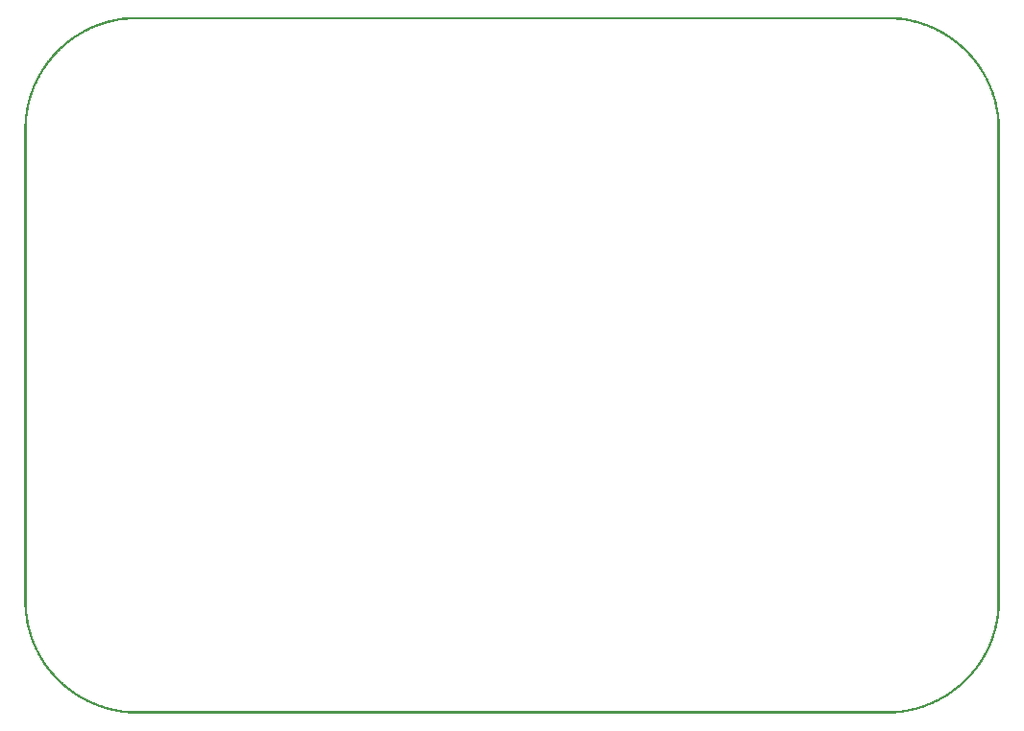
<source format=gbo>
G04 MADE WITH FRITZING*
G04 WWW.FRITZING.ORG*
G04 DOUBLE SIDED*
G04 HOLES PLATED*
G04 CONTOUR ON CENTER OF CONTOUR VECTOR*
%ASAXBY*%
%FSLAX23Y23*%
%MOIN*%
%OFA0B0*%
%SFA1.0B1.0*%
%ADD10R,0.001000X0.001000*%
%LNSILK0*%
G90*
G70*
G54D10*
X374Y2421D02*
X3012Y2421D01*
X359Y2420D02*
X3027Y2420D01*
X349Y2419D02*
X3037Y2419D01*
X341Y2418D02*
X3045Y2418D01*
X334Y2417D02*
X3052Y2417D01*
X328Y2416D02*
X3058Y2416D01*
X322Y2415D02*
X3064Y2415D01*
X317Y2414D02*
X3069Y2414D01*
X312Y2413D02*
X373Y2413D01*
X3013Y2413D02*
X3074Y2413D01*
X307Y2412D02*
X358Y2412D01*
X3028Y2412D02*
X3079Y2412D01*
X303Y2411D02*
X348Y2411D01*
X3038Y2411D02*
X3083Y2411D01*
X299Y2410D02*
X340Y2410D01*
X3046Y2410D02*
X3087Y2410D01*
X295Y2409D02*
X333Y2409D01*
X3053Y2409D02*
X3091Y2409D01*
X291Y2408D02*
X327Y2408D01*
X3059Y2408D02*
X3095Y2408D01*
X287Y2407D02*
X321Y2407D01*
X3065Y2407D02*
X3099Y2407D01*
X284Y2406D02*
X316Y2406D01*
X3070Y2406D02*
X3102Y2406D01*
X280Y2405D02*
X311Y2405D01*
X3075Y2405D02*
X3106Y2405D01*
X277Y2404D02*
X307Y2404D01*
X3079Y2404D02*
X3109Y2404D01*
X274Y2403D02*
X302Y2403D01*
X3084Y2403D02*
X3112Y2403D01*
X271Y2402D02*
X298Y2402D01*
X3088Y2402D02*
X3115Y2402D01*
X268Y2401D02*
X294Y2401D01*
X3092Y2401D02*
X3118Y2401D01*
X265Y2400D02*
X291Y2400D01*
X3095Y2400D02*
X3121Y2400D01*
X262Y2399D02*
X287Y2399D01*
X3099Y2399D02*
X3124Y2399D01*
X259Y2398D02*
X284Y2398D01*
X3102Y2398D02*
X3127Y2398D01*
X257Y2397D02*
X280Y2397D01*
X3106Y2397D02*
X3129Y2397D01*
X254Y2396D02*
X277Y2396D01*
X3109Y2396D02*
X3132Y2396D01*
X251Y2395D02*
X274Y2395D01*
X3112Y2395D02*
X3135Y2395D01*
X249Y2394D02*
X271Y2394D01*
X3115Y2394D02*
X3137Y2394D01*
X246Y2393D02*
X268Y2393D01*
X3118Y2393D02*
X3140Y2393D01*
X244Y2392D02*
X265Y2392D01*
X3121Y2392D02*
X3142Y2392D01*
X241Y2391D02*
X262Y2391D01*
X3124Y2391D02*
X3145Y2391D01*
X239Y2390D02*
X259Y2390D01*
X3127Y2390D02*
X3147Y2390D01*
X237Y2389D02*
X257Y2389D01*
X3129Y2389D02*
X3149Y2389D01*
X234Y2388D02*
X254Y2388D01*
X3132Y2388D02*
X3152Y2388D01*
X232Y2387D02*
X252Y2387D01*
X3134Y2387D02*
X3154Y2387D01*
X230Y2386D02*
X249Y2386D01*
X3137Y2386D02*
X3156Y2386D01*
X228Y2385D02*
X246Y2385D01*
X3140Y2385D02*
X3158Y2385D01*
X226Y2384D02*
X244Y2384D01*
X3142Y2384D02*
X3160Y2384D01*
X223Y2383D02*
X242Y2383D01*
X3144Y2383D02*
X3163Y2383D01*
X221Y2382D02*
X239Y2382D01*
X3147Y2382D02*
X3165Y2382D01*
X219Y2381D02*
X237Y2381D01*
X3149Y2381D02*
X3167Y2381D01*
X217Y2380D02*
X235Y2380D01*
X3151Y2380D02*
X3169Y2380D01*
X215Y2379D02*
X233Y2379D01*
X3153Y2379D02*
X3171Y2379D01*
X214Y2378D02*
X230Y2378D01*
X3156Y2378D02*
X3172Y2378D01*
X212Y2377D02*
X228Y2377D01*
X3158Y2377D02*
X3174Y2377D01*
X210Y2376D02*
X226Y2376D01*
X3160Y2376D02*
X3176Y2376D01*
X208Y2375D02*
X224Y2375D01*
X3162Y2375D02*
X3178Y2375D01*
X206Y2374D02*
X222Y2374D01*
X3164Y2374D02*
X3180Y2374D01*
X204Y2373D02*
X220Y2373D01*
X3166Y2373D02*
X3182Y2373D01*
X202Y2372D02*
X218Y2372D01*
X3168Y2372D02*
X3184Y2372D01*
X200Y2371D02*
X216Y2371D01*
X3170Y2371D02*
X3186Y2371D01*
X199Y2370D02*
X214Y2370D01*
X3172Y2370D02*
X3187Y2370D01*
X197Y2369D02*
X212Y2369D01*
X3174Y2369D02*
X3189Y2369D01*
X195Y2368D02*
X210Y2368D01*
X3176Y2368D02*
X3191Y2368D01*
X193Y2367D02*
X208Y2367D01*
X3178Y2367D02*
X3193Y2367D01*
X192Y2366D02*
X207Y2366D01*
X3179Y2366D02*
X3194Y2366D01*
X190Y2365D02*
X205Y2365D01*
X3181Y2365D02*
X3196Y2365D01*
X188Y2364D02*
X203Y2364D01*
X3183Y2364D02*
X3198Y2364D01*
X187Y2363D02*
X201Y2363D01*
X3185Y2363D02*
X3199Y2363D01*
X185Y2362D02*
X200Y2362D01*
X3186Y2362D02*
X3201Y2362D01*
X184Y2361D02*
X198Y2361D01*
X3188Y2361D02*
X3202Y2361D01*
X182Y2360D02*
X196Y2360D01*
X3190Y2360D02*
X3204Y2360D01*
X181Y2359D02*
X194Y2359D01*
X3192Y2359D02*
X3205Y2359D01*
X179Y2358D02*
X193Y2358D01*
X3193Y2358D02*
X3207Y2358D01*
X177Y2357D02*
X191Y2357D01*
X3195Y2357D02*
X3209Y2357D01*
X176Y2356D02*
X190Y2356D01*
X3196Y2356D02*
X3210Y2356D01*
X174Y2355D02*
X188Y2355D01*
X3198Y2355D02*
X3212Y2355D01*
X173Y2354D02*
X186Y2354D01*
X3200Y2354D02*
X3213Y2354D01*
X171Y2353D02*
X185Y2353D01*
X3201Y2353D02*
X3215Y2353D01*
X170Y2352D02*
X183Y2352D01*
X3203Y2352D02*
X3216Y2352D01*
X169Y2351D02*
X182Y2351D01*
X3204Y2351D02*
X3217Y2351D01*
X167Y2350D02*
X180Y2350D01*
X3206Y2350D02*
X3219Y2350D01*
X166Y2349D02*
X179Y2349D01*
X3207Y2349D02*
X3220Y2349D01*
X164Y2348D02*
X177Y2348D01*
X3209Y2348D02*
X3222Y2348D01*
X163Y2347D02*
X176Y2347D01*
X3210Y2347D02*
X3223Y2347D01*
X161Y2346D02*
X174Y2346D01*
X3212Y2346D02*
X3225Y2346D01*
X160Y2345D02*
X173Y2345D01*
X3213Y2345D02*
X3226Y2345D01*
X159Y2344D02*
X171Y2344D01*
X3215Y2344D02*
X3227Y2344D01*
X157Y2343D02*
X170Y2343D01*
X3216Y2343D02*
X3229Y2343D01*
X156Y2342D02*
X169Y2342D01*
X3217Y2342D02*
X3230Y2342D01*
X155Y2341D02*
X167Y2341D01*
X3219Y2341D02*
X3231Y2341D01*
X154Y2340D02*
X166Y2340D01*
X3220Y2340D02*
X3232Y2340D01*
X152Y2339D02*
X164Y2339D01*
X3222Y2339D02*
X3234Y2339D01*
X151Y2338D02*
X163Y2338D01*
X3223Y2338D02*
X3235Y2338D01*
X150Y2337D02*
X162Y2337D01*
X3224Y2337D02*
X3236Y2337D01*
X148Y2336D02*
X160Y2336D01*
X3226Y2336D02*
X3238Y2336D01*
X147Y2335D02*
X159Y2335D01*
X3227Y2335D02*
X3239Y2335D01*
X146Y2334D02*
X158Y2334D01*
X3228Y2334D02*
X3240Y2334D01*
X145Y2333D02*
X156Y2333D01*
X3230Y2333D02*
X3241Y2333D01*
X143Y2332D02*
X155Y2332D01*
X3231Y2332D02*
X3243Y2332D01*
X142Y2331D02*
X154Y2331D01*
X3232Y2331D02*
X3244Y2331D01*
X141Y2330D02*
X153Y2330D01*
X3233Y2330D02*
X3245Y2330D01*
X140Y2329D02*
X151Y2329D01*
X3235Y2329D02*
X3246Y2329D01*
X139Y2328D02*
X150Y2328D01*
X3236Y2328D02*
X3247Y2328D01*
X137Y2327D02*
X149Y2327D01*
X3237Y2327D02*
X3249Y2327D01*
X136Y2326D02*
X148Y2326D01*
X3238Y2326D02*
X3250Y2326D01*
X135Y2325D02*
X146Y2325D01*
X3240Y2325D02*
X3251Y2325D01*
X134Y2324D02*
X145Y2324D01*
X3241Y2324D02*
X3252Y2324D01*
X133Y2323D02*
X144Y2323D01*
X3242Y2323D02*
X3253Y2323D01*
X132Y2322D02*
X143Y2322D01*
X3243Y2322D02*
X3254Y2322D01*
X131Y2321D02*
X142Y2321D01*
X3244Y2321D02*
X3255Y2321D01*
X129Y2320D02*
X141Y2320D01*
X3245Y2320D02*
X3257Y2320D01*
X128Y2319D02*
X139Y2319D01*
X3247Y2319D02*
X3258Y2319D01*
X127Y2318D02*
X138Y2318D01*
X3248Y2318D02*
X3259Y2318D01*
X126Y2317D02*
X137Y2317D01*
X3249Y2317D02*
X3260Y2317D01*
X125Y2316D02*
X136Y2316D01*
X3250Y2316D02*
X3261Y2316D01*
X124Y2315D02*
X135Y2315D01*
X3251Y2315D02*
X3262Y2315D01*
X123Y2314D02*
X134Y2314D01*
X3252Y2314D02*
X3263Y2314D01*
X122Y2313D02*
X133Y2313D01*
X3253Y2313D02*
X3264Y2313D01*
X121Y2312D02*
X132Y2312D01*
X3254Y2312D02*
X3265Y2312D01*
X120Y2311D02*
X130Y2311D01*
X3256Y2311D02*
X3266Y2311D01*
X119Y2310D02*
X129Y2310D01*
X3257Y2310D02*
X3267Y2310D01*
X118Y2309D02*
X128Y2309D01*
X3258Y2309D02*
X3268Y2309D01*
X117Y2308D02*
X127Y2308D01*
X3259Y2308D02*
X3269Y2308D01*
X116Y2307D02*
X126Y2307D01*
X3260Y2307D02*
X3270Y2307D01*
X115Y2306D02*
X125Y2306D01*
X3261Y2306D02*
X3271Y2306D01*
X114Y2305D02*
X124Y2305D01*
X3262Y2305D02*
X3272Y2305D01*
X113Y2304D02*
X123Y2304D01*
X3263Y2304D02*
X3273Y2304D01*
X112Y2303D02*
X122Y2303D01*
X3264Y2303D02*
X3274Y2303D01*
X111Y2302D02*
X121Y2302D01*
X3265Y2302D02*
X3275Y2302D01*
X110Y2301D02*
X120Y2301D01*
X3266Y2301D02*
X3276Y2301D01*
X109Y2300D02*
X119Y2300D01*
X3267Y2300D02*
X3277Y2300D01*
X108Y2299D02*
X118Y2299D01*
X3268Y2299D02*
X3278Y2299D01*
X107Y2298D02*
X117Y2298D01*
X3269Y2298D02*
X3279Y2298D01*
X106Y2297D02*
X116Y2297D01*
X3270Y2297D02*
X3280Y2297D01*
X105Y2296D02*
X115Y2296D01*
X3271Y2296D02*
X3281Y2296D01*
X104Y2295D02*
X114Y2295D01*
X3272Y2295D02*
X3282Y2295D01*
X103Y2294D02*
X113Y2294D01*
X3273Y2294D02*
X3283Y2294D01*
X102Y2293D02*
X112Y2293D01*
X3274Y2293D02*
X3284Y2293D01*
X101Y2292D02*
X111Y2292D01*
X3275Y2292D02*
X3285Y2292D01*
X101Y2291D02*
X110Y2291D01*
X3276Y2291D02*
X3285Y2291D01*
X100Y2290D02*
X109Y2290D01*
X3277Y2290D02*
X3286Y2290D01*
X99Y2289D02*
X109Y2289D01*
X3277Y2289D02*
X3287Y2289D01*
X98Y2288D02*
X108Y2288D01*
X3278Y2288D02*
X3288Y2288D01*
X97Y2287D02*
X107Y2287D01*
X3279Y2287D02*
X3289Y2287D01*
X96Y2286D02*
X106Y2286D01*
X3280Y2286D02*
X3290Y2286D01*
X95Y2285D02*
X105Y2285D01*
X3281Y2285D02*
X3291Y2285D01*
X94Y2284D02*
X104Y2284D01*
X3282Y2284D02*
X3292Y2284D01*
X94Y2283D02*
X103Y2283D01*
X3283Y2283D02*
X3292Y2283D01*
X93Y2282D02*
X102Y2282D01*
X3284Y2282D02*
X3293Y2282D01*
X92Y2281D02*
X101Y2281D01*
X3285Y2281D02*
X3294Y2281D01*
X91Y2280D02*
X101Y2280D01*
X3285Y2280D02*
X3295Y2280D01*
X90Y2279D02*
X100Y2279D01*
X3286Y2279D02*
X3296Y2279D01*
X89Y2278D02*
X99Y2278D01*
X3287Y2278D02*
X3297Y2278D01*
X89Y2277D02*
X98Y2277D01*
X3288Y2277D02*
X3297Y2277D01*
X88Y2276D02*
X97Y2276D01*
X3289Y2276D02*
X3298Y2276D01*
X87Y2275D02*
X96Y2275D01*
X3290Y2275D02*
X3299Y2275D01*
X86Y2274D02*
X95Y2274D01*
X3291Y2274D02*
X3300Y2274D01*
X85Y2273D02*
X95Y2273D01*
X3291Y2273D02*
X3301Y2273D01*
X85Y2272D02*
X94Y2272D01*
X3292Y2272D02*
X3301Y2272D01*
X84Y2271D02*
X93Y2271D01*
X3293Y2271D02*
X3302Y2271D01*
X83Y2270D02*
X92Y2270D01*
X3294Y2270D02*
X3303Y2270D01*
X82Y2269D02*
X91Y2269D01*
X3295Y2269D02*
X3304Y2269D01*
X81Y2268D02*
X91Y2268D01*
X3295Y2268D02*
X3305Y2268D01*
X81Y2267D02*
X90Y2267D01*
X3296Y2267D02*
X3305Y2267D01*
X80Y2266D02*
X89Y2266D01*
X3297Y2266D02*
X3306Y2266D01*
X79Y2265D02*
X88Y2265D01*
X3298Y2265D02*
X3307Y2265D01*
X78Y2264D02*
X87Y2264D01*
X3299Y2264D02*
X3308Y2264D01*
X78Y2263D02*
X87Y2263D01*
X3299Y2263D02*
X3308Y2263D01*
X77Y2262D02*
X86Y2262D01*
X3300Y2262D02*
X3309Y2262D01*
X76Y2261D02*
X85Y2261D01*
X3301Y2261D02*
X3310Y2261D01*
X76Y2260D02*
X84Y2260D01*
X3302Y2260D02*
X3310Y2260D01*
X75Y2259D02*
X84Y2259D01*
X3302Y2259D02*
X3311Y2259D01*
X74Y2258D02*
X83Y2258D01*
X3303Y2258D02*
X3312Y2258D01*
X73Y2257D02*
X82Y2257D01*
X3304Y2257D02*
X3313Y2257D01*
X73Y2256D02*
X81Y2256D01*
X3305Y2256D02*
X3313Y2256D01*
X72Y2255D02*
X81Y2255D01*
X3305Y2255D02*
X3314Y2255D01*
X71Y2254D02*
X80Y2254D01*
X3306Y2254D02*
X3315Y2254D01*
X71Y2253D02*
X79Y2253D01*
X3307Y2253D02*
X3315Y2253D01*
X70Y2252D02*
X79Y2252D01*
X3307Y2252D02*
X3316Y2252D01*
X69Y2251D02*
X78Y2251D01*
X3308Y2251D02*
X3317Y2251D01*
X68Y2250D02*
X77Y2250D01*
X3309Y2250D02*
X3318Y2250D01*
X68Y2249D02*
X76Y2249D01*
X3310Y2249D02*
X3318Y2249D01*
X67Y2248D02*
X76Y2248D01*
X3310Y2248D02*
X3319Y2248D01*
X66Y2247D02*
X75Y2247D01*
X3311Y2247D02*
X3320Y2247D01*
X66Y2246D02*
X74Y2246D01*
X3312Y2246D02*
X3320Y2246D01*
X65Y2245D02*
X74Y2245D01*
X3312Y2245D02*
X3321Y2245D01*
X64Y2244D02*
X73Y2244D01*
X3313Y2244D02*
X3322Y2244D01*
X64Y2243D02*
X72Y2243D01*
X3314Y2243D02*
X3322Y2243D01*
X63Y2242D02*
X72Y2242D01*
X3314Y2242D02*
X3323Y2242D01*
X63Y2241D02*
X71Y2241D01*
X3315Y2241D02*
X3323Y2241D01*
X62Y2240D02*
X70Y2240D01*
X3316Y2240D02*
X3324Y2240D01*
X61Y2239D02*
X70Y2239D01*
X3316Y2239D02*
X3325Y2239D01*
X61Y2238D02*
X69Y2238D01*
X3317Y2238D02*
X3325Y2238D01*
X60Y2237D02*
X68Y2237D01*
X3318Y2237D02*
X3326Y2237D01*
X59Y2236D02*
X68Y2236D01*
X3318Y2236D02*
X3327Y2236D01*
X59Y2235D02*
X67Y2235D01*
X3319Y2235D02*
X3327Y2235D01*
X58Y2234D02*
X66Y2234D01*
X3320Y2234D02*
X3328Y2234D01*
X57Y2233D02*
X66Y2233D01*
X3320Y2233D02*
X3329Y2233D01*
X57Y2232D02*
X65Y2232D01*
X3321Y2232D02*
X3329Y2232D01*
X56Y2231D02*
X65Y2231D01*
X3321Y2231D02*
X3330Y2231D01*
X56Y2230D02*
X64Y2230D01*
X3322Y2230D02*
X3330Y2230D01*
X55Y2229D02*
X63Y2229D01*
X3323Y2229D02*
X3331Y2229D01*
X55Y2228D02*
X63Y2228D01*
X3323Y2228D02*
X3331Y2228D01*
X54Y2227D02*
X62Y2227D01*
X3324Y2227D02*
X3332Y2227D01*
X53Y2226D02*
X62Y2226D01*
X3324Y2226D02*
X3333Y2226D01*
X53Y2225D02*
X61Y2225D01*
X3325Y2225D02*
X3333Y2225D01*
X52Y2224D02*
X60Y2224D01*
X3326Y2224D02*
X3334Y2224D01*
X52Y2223D02*
X60Y2223D01*
X3326Y2223D02*
X3334Y2223D01*
X51Y2222D02*
X59Y2222D01*
X3327Y2222D02*
X3335Y2222D01*
X51Y2221D02*
X59Y2221D01*
X3327Y2221D02*
X3335Y2221D01*
X50Y2220D02*
X58Y2220D01*
X3328Y2220D02*
X3336Y2220D01*
X49Y2219D02*
X57Y2219D01*
X3329Y2219D02*
X3337Y2219D01*
X49Y2218D02*
X57Y2218D01*
X3329Y2218D02*
X3337Y2218D01*
X48Y2217D02*
X56Y2217D01*
X3330Y2217D02*
X3338Y2217D01*
X48Y2216D02*
X56Y2216D01*
X3330Y2216D02*
X3338Y2216D01*
X47Y2215D02*
X55Y2215D01*
X3331Y2215D02*
X3339Y2215D01*
X47Y2214D02*
X55Y2214D01*
X3331Y2214D02*
X3339Y2214D01*
X46Y2213D02*
X54Y2213D01*
X3332Y2213D02*
X3340Y2213D01*
X46Y2212D02*
X54Y2212D01*
X3332Y2212D02*
X3340Y2212D01*
X45Y2211D02*
X53Y2211D01*
X3333Y2211D02*
X3341Y2211D01*
X45Y2210D02*
X52Y2210D01*
X3334Y2210D02*
X3341Y2210D01*
X44Y2209D02*
X52Y2209D01*
X3334Y2209D02*
X3342Y2209D01*
X44Y2208D02*
X51Y2208D01*
X3335Y2208D02*
X3342Y2208D01*
X43Y2207D02*
X51Y2207D01*
X3335Y2207D02*
X3343Y2207D01*
X43Y2206D02*
X50Y2206D01*
X3336Y2206D02*
X3343Y2206D01*
X42Y2205D02*
X50Y2205D01*
X3336Y2205D02*
X3344Y2205D01*
X42Y2204D02*
X49Y2204D01*
X3337Y2204D02*
X3344Y2204D01*
X41Y2203D02*
X49Y2203D01*
X3337Y2203D02*
X3345Y2203D01*
X41Y2202D02*
X48Y2202D01*
X3338Y2202D02*
X3345Y2202D01*
X40Y2201D02*
X48Y2201D01*
X3338Y2201D02*
X3346Y2201D01*
X40Y2200D02*
X47Y2200D01*
X3339Y2200D02*
X3346Y2200D01*
X39Y2199D02*
X47Y2199D01*
X3339Y2199D02*
X3347Y2199D01*
X39Y2198D02*
X46Y2198D01*
X3340Y2198D02*
X3347Y2198D01*
X38Y2197D02*
X46Y2197D01*
X3340Y2197D02*
X3348Y2197D01*
X38Y2196D02*
X45Y2196D01*
X3341Y2196D02*
X3348Y2196D01*
X37Y2195D02*
X45Y2195D01*
X3341Y2195D02*
X3349Y2195D01*
X37Y2194D02*
X44Y2194D01*
X3342Y2194D02*
X3349Y2194D01*
X36Y2193D02*
X44Y2193D01*
X3342Y2193D02*
X3350Y2193D01*
X36Y2192D02*
X44Y2192D01*
X3342Y2192D02*
X3350Y2192D01*
X35Y2191D02*
X43Y2191D01*
X3343Y2191D02*
X3351Y2191D01*
X35Y2190D02*
X43Y2190D01*
X3343Y2190D02*
X3351Y2190D01*
X35Y2189D02*
X42Y2189D01*
X3344Y2189D02*
X3351Y2189D01*
X34Y2188D02*
X42Y2188D01*
X3344Y2188D02*
X3352Y2188D01*
X34Y2187D02*
X41Y2187D01*
X3345Y2187D02*
X3352Y2187D01*
X33Y2186D02*
X41Y2186D01*
X3345Y2186D02*
X3353Y2186D01*
X33Y2185D02*
X40Y2185D01*
X3346Y2185D02*
X3353Y2185D01*
X32Y2184D02*
X40Y2184D01*
X3346Y2184D02*
X3354Y2184D01*
X32Y2183D02*
X39Y2183D01*
X3347Y2183D02*
X3354Y2183D01*
X31Y2182D02*
X39Y2182D01*
X3347Y2182D02*
X3355Y2182D01*
X31Y2181D02*
X39Y2181D01*
X3347Y2181D02*
X3355Y2181D01*
X31Y2180D02*
X38Y2180D01*
X3348Y2180D02*
X3355Y2180D01*
X30Y2179D02*
X38Y2179D01*
X3348Y2179D02*
X3356Y2179D01*
X30Y2178D02*
X37Y2178D01*
X3349Y2178D02*
X3356Y2178D01*
X29Y2177D02*
X37Y2177D01*
X3349Y2177D02*
X3357Y2177D01*
X29Y2176D02*
X36Y2176D01*
X3350Y2176D02*
X3357Y2176D01*
X29Y2175D02*
X36Y2175D01*
X3350Y2175D02*
X3357Y2175D01*
X28Y2174D02*
X36Y2174D01*
X3350Y2174D02*
X3358Y2174D01*
X28Y2173D02*
X35Y2173D01*
X3351Y2173D02*
X3358Y2173D01*
X27Y2172D02*
X35Y2172D01*
X3351Y2172D02*
X3359Y2172D01*
X27Y2171D02*
X34Y2171D01*
X3352Y2171D02*
X3359Y2171D01*
X27Y2170D02*
X34Y2170D01*
X3352Y2170D02*
X3359Y2170D01*
X26Y2169D02*
X34Y2169D01*
X3352Y2169D02*
X3360Y2169D01*
X26Y2168D02*
X33Y2168D01*
X3353Y2168D02*
X3360Y2168D01*
X25Y2167D02*
X33Y2167D01*
X3353Y2167D02*
X3361Y2167D01*
X25Y2166D02*
X33Y2166D01*
X3353Y2166D02*
X3361Y2166D01*
X25Y2165D02*
X32Y2165D01*
X3354Y2165D02*
X3361Y2165D01*
X24Y2164D02*
X32Y2164D01*
X3354Y2164D02*
X3362Y2164D01*
X24Y2163D02*
X31Y2163D01*
X3355Y2163D02*
X3362Y2163D01*
X24Y2162D02*
X31Y2162D01*
X3355Y2162D02*
X3362Y2162D01*
X23Y2161D02*
X31Y2161D01*
X3355Y2161D02*
X3363Y2161D01*
X23Y2160D02*
X30Y2160D01*
X3356Y2160D02*
X3363Y2160D01*
X23Y2159D02*
X30Y2159D01*
X3356Y2159D02*
X3363Y2159D01*
X22Y2158D02*
X30Y2158D01*
X3356Y2158D02*
X3364Y2158D01*
X22Y2157D02*
X29Y2157D01*
X3357Y2157D02*
X3364Y2157D01*
X22Y2156D02*
X29Y2156D01*
X3357Y2156D02*
X3364Y2156D01*
X21Y2155D02*
X29Y2155D01*
X3357Y2155D02*
X3365Y2155D01*
X21Y2154D02*
X28Y2154D01*
X3358Y2154D02*
X3365Y2154D01*
X21Y2153D02*
X28Y2153D01*
X3358Y2153D02*
X3365Y2153D01*
X20Y2152D02*
X28Y2152D01*
X3358Y2152D02*
X3366Y2152D01*
X20Y2151D02*
X27Y2151D01*
X3359Y2151D02*
X3366Y2151D01*
X20Y2150D02*
X27Y2150D01*
X3359Y2150D02*
X3366Y2150D01*
X19Y2149D02*
X27Y2149D01*
X3359Y2149D02*
X3367Y2149D01*
X19Y2148D02*
X26Y2148D01*
X3360Y2148D02*
X3367Y2148D01*
X19Y2147D02*
X26Y2147D01*
X3360Y2147D02*
X3367Y2147D01*
X18Y2146D02*
X26Y2146D01*
X3360Y2146D02*
X3368Y2146D01*
X18Y2145D02*
X25Y2145D01*
X3361Y2145D02*
X3368Y2145D01*
X18Y2144D02*
X25Y2144D01*
X3361Y2144D02*
X3368Y2144D01*
X17Y2143D02*
X25Y2143D01*
X3361Y2143D02*
X3369Y2143D01*
X17Y2142D02*
X24Y2142D01*
X3362Y2142D02*
X3369Y2142D01*
X17Y2141D02*
X24Y2141D01*
X3362Y2141D02*
X3369Y2141D01*
X16Y2140D02*
X24Y2140D01*
X3362Y2140D02*
X3370Y2140D01*
X16Y2139D02*
X23Y2139D01*
X3363Y2139D02*
X3370Y2139D01*
X16Y2138D02*
X23Y2138D01*
X3363Y2138D02*
X3370Y2138D01*
X16Y2137D02*
X23Y2137D01*
X3363Y2137D02*
X3370Y2137D01*
X15Y2136D02*
X23Y2136D01*
X3363Y2136D02*
X3371Y2136D01*
X15Y2135D02*
X22Y2135D01*
X3364Y2135D02*
X3371Y2135D01*
X15Y2134D02*
X22Y2134D01*
X3364Y2134D02*
X3371Y2134D01*
X15Y2133D02*
X22Y2133D01*
X3364Y2133D02*
X3371Y2133D01*
X14Y2132D02*
X21Y2132D01*
X3365Y2132D02*
X3372Y2132D01*
X14Y2131D02*
X21Y2131D01*
X3365Y2131D02*
X3372Y2131D01*
X14Y2130D02*
X21Y2130D01*
X3365Y2130D02*
X3372Y2130D01*
X13Y2129D02*
X21Y2129D01*
X3365Y2129D02*
X3373Y2129D01*
X13Y2128D02*
X20Y2128D01*
X3366Y2128D02*
X3373Y2128D01*
X13Y2127D02*
X20Y2127D01*
X3366Y2127D02*
X3373Y2127D01*
X13Y2126D02*
X20Y2126D01*
X3366Y2126D02*
X3373Y2126D01*
X12Y2125D02*
X20Y2125D01*
X3366Y2125D02*
X3374Y2125D01*
X12Y2124D02*
X19Y2124D01*
X3367Y2124D02*
X3374Y2124D01*
X12Y2123D02*
X19Y2123D01*
X3367Y2123D02*
X3374Y2123D01*
X12Y2122D02*
X19Y2122D01*
X3367Y2122D02*
X3374Y2122D01*
X11Y2121D02*
X19Y2121D01*
X3367Y2121D02*
X3375Y2121D01*
X11Y2120D02*
X18Y2120D01*
X3368Y2120D02*
X3375Y2120D01*
X11Y2119D02*
X18Y2119D01*
X3368Y2119D02*
X3375Y2119D01*
X11Y2118D02*
X18Y2118D01*
X3368Y2118D02*
X3375Y2118D01*
X11Y2117D02*
X18Y2117D01*
X3368Y2117D02*
X3375Y2117D01*
X10Y2116D02*
X17Y2116D01*
X3369Y2116D02*
X3376Y2116D01*
X10Y2115D02*
X17Y2115D01*
X3369Y2115D02*
X3376Y2115D01*
X10Y2114D02*
X17Y2114D01*
X3369Y2114D02*
X3376Y2114D01*
X10Y2113D02*
X17Y2113D01*
X3369Y2113D02*
X3376Y2113D01*
X9Y2112D02*
X17Y2112D01*
X3369Y2112D02*
X3377Y2112D01*
X9Y2111D02*
X16Y2111D01*
X3370Y2111D02*
X3377Y2111D01*
X9Y2110D02*
X16Y2110D01*
X3370Y2110D02*
X3377Y2110D01*
X9Y2109D02*
X16Y2109D01*
X3370Y2109D02*
X3377Y2109D01*
X9Y2108D02*
X16Y2108D01*
X3370Y2108D02*
X3377Y2108D01*
X8Y2107D02*
X15Y2107D01*
X3371Y2107D02*
X3378Y2107D01*
X8Y2106D02*
X15Y2106D01*
X3371Y2106D02*
X3378Y2106D01*
X8Y2105D02*
X15Y2105D01*
X3371Y2105D02*
X3378Y2105D01*
X8Y2104D02*
X15Y2104D01*
X3371Y2104D02*
X3378Y2104D01*
X8Y2103D02*
X15Y2103D01*
X3371Y2103D02*
X3378Y2103D01*
X7Y2102D02*
X15Y2102D01*
X3371Y2102D02*
X3379Y2102D01*
X7Y2101D02*
X14Y2101D01*
X3372Y2101D02*
X3379Y2101D01*
X7Y2100D02*
X14Y2100D01*
X3372Y2100D02*
X3379Y2100D01*
X7Y2099D02*
X14Y2099D01*
X3372Y2099D02*
X3379Y2099D01*
X7Y2098D02*
X14Y2098D01*
X3372Y2098D02*
X3379Y2098D01*
X7Y2097D02*
X14Y2097D01*
X3372Y2097D02*
X3379Y2097D01*
X6Y2096D02*
X13Y2096D01*
X3373Y2096D02*
X3380Y2096D01*
X6Y2095D02*
X13Y2095D01*
X3373Y2095D02*
X3380Y2095D01*
X6Y2094D02*
X13Y2094D01*
X3373Y2094D02*
X3380Y2094D01*
X6Y2093D02*
X13Y2093D01*
X3373Y2093D02*
X3380Y2093D01*
X6Y2092D02*
X13Y2092D01*
X3373Y2092D02*
X3380Y2092D01*
X6Y2091D02*
X13Y2091D01*
X3373Y2091D02*
X3380Y2091D01*
X5Y2090D02*
X12Y2090D01*
X3374Y2090D02*
X3381Y2090D01*
X5Y2089D02*
X12Y2089D01*
X3374Y2089D02*
X3381Y2089D01*
X5Y2088D02*
X12Y2088D01*
X3374Y2088D02*
X3381Y2088D01*
X5Y2087D02*
X12Y2087D01*
X3374Y2087D02*
X3381Y2087D01*
X5Y2086D02*
X12Y2086D01*
X3374Y2086D02*
X3381Y2086D01*
X5Y2085D02*
X12Y2085D01*
X3374Y2085D02*
X3381Y2085D01*
X5Y2084D02*
X12Y2084D01*
X3374Y2084D02*
X3381Y2084D01*
X4Y2083D02*
X11Y2083D01*
X3375Y2083D02*
X3382Y2083D01*
X4Y2082D02*
X11Y2082D01*
X3375Y2082D02*
X3382Y2082D01*
X4Y2081D02*
X11Y2081D01*
X3375Y2081D02*
X3382Y2081D01*
X4Y2080D02*
X11Y2080D01*
X3375Y2080D02*
X3382Y2080D01*
X4Y2079D02*
X11Y2079D01*
X3375Y2079D02*
X3382Y2079D01*
X4Y2078D02*
X11Y2078D01*
X3375Y2078D02*
X3382Y2078D01*
X4Y2077D02*
X11Y2077D01*
X3375Y2077D02*
X3382Y2077D01*
X4Y2076D02*
X11Y2076D01*
X3375Y2076D02*
X3382Y2076D01*
X3Y2075D02*
X10Y2075D01*
X3376Y2075D02*
X3383Y2075D01*
X3Y2074D02*
X10Y2074D01*
X3376Y2074D02*
X3383Y2074D01*
X3Y2073D02*
X10Y2073D01*
X3376Y2073D02*
X3383Y2073D01*
X3Y2072D02*
X10Y2072D01*
X3376Y2072D02*
X3383Y2072D01*
X3Y2071D02*
X10Y2071D01*
X3376Y2071D02*
X3383Y2071D01*
X3Y2070D02*
X10Y2070D01*
X3376Y2070D02*
X3383Y2070D01*
X3Y2069D02*
X10Y2069D01*
X3376Y2069D02*
X3383Y2069D01*
X3Y2068D02*
X10Y2068D01*
X3376Y2068D02*
X3383Y2068D01*
X3Y2067D02*
X10Y2067D01*
X3376Y2067D02*
X3383Y2067D01*
X3Y2066D02*
X10Y2066D01*
X3376Y2066D02*
X3383Y2066D01*
X2Y2065D02*
X9Y2065D01*
X3377Y2065D02*
X3384Y2065D01*
X2Y2064D02*
X9Y2064D01*
X3377Y2064D02*
X3384Y2064D01*
X2Y2063D02*
X9Y2063D01*
X3377Y2063D02*
X3384Y2063D01*
X2Y2062D02*
X9Y2062D01*
X3377Y2062D02*
X3384Y2062D01*
X2Y2061D02*
X9Y2061D01*
X3377Y2061D02*
X3384Y2061D01*
X2Y2060D02*
X9Y2060D01*
X3377Y2060D02*
X3384Y2060D01*
X2Y2059D02*
X9Y2059D01*
X3377Y2059D02*
X3384Y2059D01*
X2Y2058D02*
X9Y2058D01*
X3377Y2058D02*
X3384Y2058D01*
X2Y2057D02*
X9Y2057D01*
X3377Y2057D02*
X3384Y2057D01*
X2Y2056D02*
X9Y2056D01*
X3377Y2056D02*
X3384Y2056D01*
X2Y2055D02*
X9Y2055D01*
X3377Y2055D02*
X3384Y2055D01*
X2Y2054D02*
X9Y2054D01*
X3377Y2054D02*
X3384Y2054D01*
X2Y2053D02*
X9Y2053D01*
X3377Y2053D02*
X3384Y2053D01*
X2Y2052D02*
X9Y2052D01*
X3377Y2052D02*
X3384Y2052D01*
X1Y2051D02*
X8Y2051D01*
X3377Y2051D02*
X3385Y2051D01*
X1Y2050D02*
X8Y2050D01*
X3378Y2050D02*
X3385Y2050D01*
X1Y2049D02*
X8Y2049D01*
X3378Y2049D02*
X3385Y2049D01*
X1Y2048D02*
X8Y2048D01*
X3378Y2048D02*
X3385Y2048D01*
X1Y2047D02*
X8Y2047D01*
X3378Y2047D02*
X3385Y2047D01*
X1Y2046D02*
X8Y2046D01*
X3378Y2046D02*
X3385Y2046D01*
X1Y2045D02*
X8Y2045D01*
X3378Y2045D02*
X3385Y2045D01*
X1Y2044D02*
X8Y2044D01*
X3378Y2044D02*
X3385Y2044D01*
X1Y2043D02*
X8Y2043D01*
X3378Y2043D02*
X3385Y2043D01*
X1Y2042D02*
X8Y2042D01*
X3378Y2042D02*
X3385Y2042D01*
X1Y2041D02*
X8Y2041D01*
X3378Y2041D02*
X3385Y2041D01*
X1Y2040D02*
X8Y2040D01*
X3378Y2040D02*
X3385Y2040D01*
X1Y2039D02*
X8Y2039D01*
X3378Y2039D02*
X3385Y2039D01*
X1Y2038D02*
X8Y2038D01*
X3378Y2038D02*
X3385Y2038D01*
X1Y2037D02*
X8Y2037D01*
X3378Y2037D02*
X3385Y2037D01*
X1Y2036D02*
X8Y2036D01*
X3378Y2036D02*
X3385Y2036D01*
X1Y2035D02*
X8Y2035D01*
X3378Y2035D02*
X3385Y2035D01*
X1Y2034D02*
X8Y2034D01*
X3378Y2034D02*
X3385Y2034D01*
X1Y2033D02*
X8Y2033D01*
X3378Y2033D02*
X3385Y2033D01*
X1Y2032D02*
X8Y2032D01*
X3378Y2032D02*
X3385Y2032D01*
X1Y2031D02*
X8Y2031D01*
X3378Y2031D02*
X3385Y2031D01*
X1Y2030D02*
X8Y2030D01*
X3378Y2030D02*
X3385Y2030D01*
X1Y2029D02*
X8Y2029D01*
X3378Y2029D02*
X3385Y2029D01*
X1Y2028D02*
X8Y2028D01*
X3378Y2028D02*
X3385Y2028D01*
X1Y2027D02*
X8Y2027D01*
X3378Y2027D02*
X3385Y2027D01*
X1Y2026D02*
X8Y2026D01*
X3378Y2026D02*
X3385Y2026D01*
X1Y2025D02*
X8Y2025D01*
X3378Y2025D02*
X3385Y2025D01*
X1Y2024D02*
X8Y2024D01*
X3378Y2024D02*
X3385Y2024D01*
X1Y2023D02*
X8Y2023D01*
X3378Y2023D02*
X3385Y2023D01*
X1Y2022D02*
X8Y2022D01*
X3378Y2022D02*
X3385Y2022D01*
X1Y2021D02*
X8Y2021D01*
X3378Y2021D02*
X3385Y2021D01*
X1Y2020D02*
X8Y2020D01*
X3378Y2020D02*
X3385Y2020D01*
X1Y2019D02*
X8Y2019D01*
X3378Y2019D02*
X3385Y2019D01*
X1Y2018D02*
X8Y2018D01*
X3378Y2018D02*
X3385Y2018D01*
X1Y2017D02*
X8Y2017D01*
X3378Y2017D02*
X3385Y2017D01*
X1Y2016D02*
X8Y2016D01*
X3378Y2016D02*
X3385Y2016D01*
X1Y2015D02*
X8Y2015D01*
X3378Y2015D02*
X3385Y2015D01*
X1Y2014D02*
X8Y2014D01*
X3378Y2014D02*
X3385Y2014D01*
X1Y2013D02*
X8Y2013D01*
X3378Y2013D02*
X3385Y2013D01*
X1Y2012D02*
X8Y2012D01*
X3378Y2012D02*
X3385Y2012D01*
X1Y2011D02*
X8Y2011D01*
X3378Y2011D02*
X3385Y2011D01*
X1Y2010D02*
X8Y2010D01*
X3378Y2010D02*
X3385Y2010D01*
X1Y2009D02*
X8Y2009D01*
X3378Y2009D02*
X3385Y2009D01*
X1Y2008D02*
X8Y2008D01*
X3378Y2008D02*
X3385Y2008D01*
X1Y2007D02*
X8Y2007D01*
X3378Y2007D02*
X3385Y2007D01*
X1Y2006D02*
X8Y2006D01*
X3378Y2006D02*
X3385Y2006D01*
X1Y2005D02*
X8Y2005D01*
X3378Y2005D02*
X3385Y2005D01*
X1Y2004D02*
X8Y2004D01*
X3378Y2004D02*
X3385Y2004D01*
X1Y2003D02*
X8Y2003D01*
X3378Y2003D02*
X3385Y2003D01*
X1Y2002D02*
X8Y2002D01*
X3378Y2002D02*
X3385Y2002D01*
X1Y2001D02*
X8Y2001D01*
X3378Y2001D02*
X3385Y2001D01*
X1Y2000D02*
X8Y2000D01*
X3378Y2000D02*
X3385Y2000D01*
X1Y1999D02*
X8Y1999D01*
X3378Y1999D02*
X3385Y1999D01*
X1Y1998D02*
X8Y1998D01*
X3378Y1998D02*
X3385Y1998D01*
X1Y1997D02*
X8Y1997D01*
X3378Y1997D02*
X3385Y1997D01*
X1Y1996D02*
X8Y1996D01*
X3378Y1996D02*
X3385Y1996D01*
X1Y1995D02*
X8Y1995D01*
X3378Y1995D02*
X3385Y1995D01*
X1Y1994D02*
X8Y1994D01*
X3378Y1994D02*
X3385Y1994D01*
X1Y1993D02*
X8Y1993D01*
X3378Y1993D02*
X3385Y1993D01*
X1Y1992D02*
X8Y1992D01*
X3378Y1992D02*
X3385Y1992D01*
X1Y1991D02*
X8Y1991D01*
X3378Y1991D02*
X3385Y1991D01*
X1Y1990D02*
X8Y1990D01*
X3378Y1990D02*
X3385Y1990D01*
X1Y1989D02*
X8Y1989D01*
X3378Y1989D02*
X3385Y1989D01*
X1Y1988D02*
X8Y1988D01*
X3378Y1988D02*
X3385Y1988D01*
X1Y1987D02*
X8Y1987D01*
X3378Y1987D02*
X3385Y1987D01*
X1Y1986D02*
X8Y1986D01*
X3378Y1986D02*
X3385Y1986D01*
X1Y1985D02*
X8Y1985D01*
X3378Y1985D02*
X3385Y1985D01*
X1Y1984D02*
X8Y1984D01*
X3378Y1984D02*
X3385Y1984D01*
X1Y1983D02*
X8Y1983D01*
X3378Y1983D02*
X3385Y1983D01*
X1Y1982D02*
X8Y1982D01*
X3378Y1982D02*
X3385Y1982D01*
X1Y1981D02*
X8Y1981D01*
X3378Y1981D02*
X3385Y1981D01*
X1Y1980D02*
X8Y1980D01*
X3378Y1980D02*
X3385Y1980D01*
X1Y1979D02*
X8Y1979D01*
X3378Y1979D02*
X3385Y1979D01*
X1Y1978D02*
X8Y1978D01*
X3378Y1978D02*
X3385Y1978D01*
X1Y1977D02*
X8Y1977D01*
X3378Y1977D02*
X3385Y1977D01*
X1Y1976D02*
X8Y1976D01*
X3378Y1976D02*
X3385Y1976D01*
X1Y1975D02*
X8Y1975D01*
X3378Y1975D02*
X3385Y1975D01*
X1Y1974D02*
X8Y1974D01*
X3378Y1974D02*
X3385Y1974D01*
X1Y1973D02*
X8Y1973D01*
X3378Y1973D02*
X3385Y1973D01*
X1Y1972D02*
X8Y1972D01*
X3378Y1972D02*
X3385Y1972D01*
X1Y1971D02*
X8Y1971D01*
X3378Y1971D02*
X3385Y1971D01*
X1Y1970D02*
X8Y1970D01*
X3378Y1970D02*
X3385Y1970D01*
X1Y1969D02*
X8Y1969D01*
X3378Y1969D02*
X3385Y1969D01*
X1Y1968D02*
X8Y1968D01*
X3378Y1968D02*
X3385Y1968D01*
X1Y1967D02*
X8Y1967D01*
X3378Y1967D02*
X3385Y1967D01*
X1Y1966D02*
X8Y1966D01*
X3378Y1966D02*
X3385Y1966D01*
X1Y1965D02*
X8Y1965D01*
X3378Y1965D02*
X3385Y1965D01*
X1Y1964D02*
X8Y1964D01*
X3378Y1964D02*
X3385Y1964D01*
X1Y1963D02*
X8Y1963D01*
X3378Y1963D02*
X3385Y1963D01*
X1Y1962D02*
X8Y1962D01*
X3378Y1962D02*
X3385Y1962D01*
X1Y1961D02*
X8Y1961D01*
X3378Y1961D02*
X3385Y1961D01*
X1Y1960D02*
X8Y1960D01*
X3378Y1960D02*
X3385Y1960D01*
X1Y1959D02*
X8Y1959D01*
X3378Y1959D02*
X3385Y1959D01*
X1Y1958D02*
X8Y1958D01*
X3378Y1958D02*
X3385Y1958D01*
X1Y1957D02*
X8Y1957D01*
X3378Y1957D02*
X3385Y1957D01*
X1Y1956D02*
X8Y1956D01*
X3378Y1956D02*
X3385Y1956D01*
X1Y1955D02*
X8Y1955D01*
X3378Y1955D02*
X3385Y1955D01*
X1Y1954D02*
X8Y1954D01*
X3378Y1954D02*
X3385Y1954D01*
X1Y1953D02*
X8Y1953D01*
X3378Y1953D02*
X3385Y1953D01*
X1Y1952D02*
X8Y1952D01*
X3378Y1952D02*
X3385Y1952D01*
X1Y1951D02*
X8Y1951D01*
X3378Y1951D02*
X3385Y1951D01*
X1Y1950D02*
X8Y1950D01*
X3378Y1950D02*
X3385Y1950D01*
X1Y1949D02*
X8Y1949D01*
X3378Y1949D02*
X3385Y1949D01*
X1Y1948D02*
X8Y1948D01*
X3378Y1948D02*
X3385Y1948D01*
X1Y1947D02*
X8Y1947D01*
X3378Y1947D02*
X3385Y1947D01*
X1Y1946D02*
X8Y1946D01*
X3378Y1946D02*
X3385Y1946D01*
X1Y1945D02*
X8Y1945D01*
X3378Y1945D02*
X3385Y1945D01*
X1Y1944D02*
X8Y1944D01*
X3378Y1944D02*
X3385Y1944D01*
X1Y1943D02*
X8Y1943D01*
X3378Y1943D02*
X3385Y1943D01*
X1Y1942D02*
X8Y1942D01*
X3378Y1942D02*
X3385Y1942D01*
X1Y1941D02*
X8Y1941D01*
X3378Y1941D02*
X3385Y1941D01*
X1Y1940D02*
X8Y1940D01*
X3378Y1940D02*
X3385Y1940D01*
X1Y1939D02*
X8Y1939D01*
X3378Y1939D02*
X3385Y1939D01*
X1Y1938D02*
X8Y1938D01*
X3378Y1938D02*
X3385Y1938D01*
X1Y1937D02*
X8Y1937D01*
X3378Y1937D02*
X3385Y1937D01*
X1Y1936D02*
X8Y1936D01*
X3378Y1936D02*
X3385Y1936D01*
X1Y1935D02*
X8Y1935D01*
X3378Y1935D02*
X3385Y1935D01*
X1Y1934D02*
X8Y1934D01*
X3378Y1934D02*
X3385Y1934D01*
X1Y1933D02*
X8Y1933D01*
X3378Y1933D02*
X3385Y1933D01*
X1Y1932D02*
X8Y1932D01*
X3378Y1932D02*
X3385Y1932D01*
X1Y1931D02*
X8Y1931D01*
X3378Y1931D02*
X3385Y1931D01*
X1Y1930D02*
X8Y1930D01*
X3378Y1930D02*
X3385Y1930D01*
X1Y1929D02*
X8Y1929D01*
X3378Y1929D02*
X3385Y1929D01*
X1Y1928D02*
X8Y1928D01*
X3378Y1928D02*
X3385Y1928D01*
X1Y1927D02*
X8Y1927D01*
X3378Y1927D02*
X3385Y1927D01*
X1Y1926D02*
X8Y1926D01*
X3378Y1926D02*
X3385Y1926D01*
X1Y1925D02*
X8Y1925D01*
X3378Y1925D02*
X3385Y1925D01*
X1Y1924D02*
X8Y1924D01*
X3378Y1924D02*
X3385Y1924D01*
X1Y1923D02*
X8Y1923D01*
X3378Y1923D02*
X3385Y1923D01*
X1Y1922D02*
X8Y1922D01*
X3378Y1922D02*
X3385Y1922D01*
X1Y1921D02*
X8Y1921D01*
X3378Y1921D02*
X3385Y1921D01*
X1Y1920D02*
X8Y1920D01*
X3378Y1920D02*
X3385Y1920D01*
X1Y1919D02*
X8Y1919D01*
X3378Y1919D02*
X3385Y1919D01*
X1Y1918D02*
X8Y1918D01*
X3378Y1918D02*
X3385Y1918D01*
X1Y1917D02*
X8Y1917D01*
X3378Y1917D02*
X3385Y1917D01*
X1Y1916D02*
X8Y1916D01*
X3378Y1916D02*
X3385Y1916D01*
X1Y1915D02*
X8Y1915D01*
X3378Y1915D02*
X3385Y1915D01*
X1Y1914D02*
X8Y1914D01*
X3378Y1914D02*
X3385Y1914D01*
X1Y1913D02*
X8Y1913D01*
X3378Y1913D02*
X3385Y1913D01*
X1Y1912D02*
X8Y1912D01*
X3378Y1912D02*
X3385Y1912D01*
X1Y1911D02*
X8Y1911D01*
X3378Y1911D02*
X3385Y1911D01*
X1Y1910D02*
X8Y1910D01*
X3378Y1910D02*
X3385Y1910D01*
X1Y1909D02*
X8Y1909D01*
X3378Y1909D02*
X3385Y1909D01*
X1Y1908D02*
X8Y1908D01*
X3378Y1908D02*
X3385Y1908D01*
X1Y1907D02*
X8Y1907D01*
X3378Y1907D02*
X3385Y1907D01*
X1Y1906D02*
X8Y1906D01*
X3378Y1906D02*
X3385Y1906D01*
X1Y1905D02*
X8Y1905D01*
X3378Y1905D02*
X3385Y1905D01*
X1Y1904D02*
X8Y1904D01*
X3378Y1904D02*
X3385Y1904D01*
X1Y1903D02*
X8Y1903D01*
X3378Y1903D02*
X3385Y1903D01*
X1Y1902D02*
X8Y1902D01*
X3378Y1902D02*
X3385Y1902D01*
X1Y1901D02*
X8Y1901D01*
X3378Y1901D02*
X3385Y1901D01*
X1Y1900D02*
X8Y1900D01*
X3378Y1900D02*
X3385Y1900D01*
X1Y1899D02*
X8Y1899D01*
X3378Y1899D02*
X3385Y1899D01*
X1Y1898D02*
X8Y1898D01*
X3378Y1898D02*
X3385Y1898D01*
X1Y1897D02*
X8Y1897D01*
X3378Y1897D02*
X3385Y1897D01*
X1Y1896D02*
X8Y1896D01*
X3378Y1896D02*
X3385Y1896D01*
X1Y1895D02*
X8Y1895D01*
X3378Y1895D02*
X3385Y1895D01*
X1Y1894D02*
X8Y1894D01*
X3378Y1894D02*
X3385Y1894D01*
X1Y1893D02*
X8Y1893D01*
X3378Y1893D02*
X3385Y1893D01*
X1Y1892D02*
X8Y1892D01*
X3378Y1892D02*
X3385Y1892D01*
X1Y1891D02*
X8Y1891D01*
X3378Y1891D02*
X3385Y1891D01*
X1Y1890D02*
X8Y1890D01*
X3378Y1890D02*
X3385Y1890D01*
X1Y1889D02*
X8Y1889D01*
X3378Y1889D02*
X3385Y1889D01*
X1Y1888D02*
X8Y1888D01*
X3378Y1888D02*
X3385Y1888D01*
X1Y1887D02*
X8Y1887D01*
X3378Y1887D02*
X3385Y1887D01*
X1Y1886D02*
X8Y1886D01*
X3378Y1886D02*
X3385Y1886D01*
X1Y1885D02*
X8Y1885D01*
X3378Y1885D02*
X3385Y1885D01*
X1Y1884D02*
X8Y1884D01*
X3378Y1884D02*
X3385Y1884D01*
X1Y1883D02*
X8Y1883D01*
X3378Y1883D02*
X3385Y1883D01*
X1Y1882D02*
X8Y1882D01*
X3378Y1882D02*
X3385Y1882D01*
X1Y1881D02*
X8Y1881D01*
X3378Y1881D02*
X3385Y1881D01*
X1Y1880D02*
X8Y1880D01*
X3378Y1880D02*
X3385Y1880D01*
X1Y1879D02*
X8Y1879D01*
X3378Y1879D02*
X3385Y1879D01*
X1Y1878D02*
X8Y1878D01*
X3378Y1878D02*
X3385Y1878D01*
X1Y1877D02*
X8Y1877D01*
X3378Y1877D02*
X3385Y1877D01*
X1Y1876D02*
X8Y1876D01*
X3378Y1876D02*
X3385Y1876D01*
X1Y1875D02*
X8Y1875D01*
X3378Y1875D02*
X3385Y1875D01*
X1Y1874D02*
X8Y1874D01*
X3378Y1874D02*
X3385Y1874D01*
X1Y1873D02*
X8Y1873D01*
X3378Y1873D02*
X3385Y1873D01*
X1Y1872D02*
X8Y1872D01*
X3378Y1872D02*
X3385Y1872D01*
X1Y1871D02*
X8Y1871D01*
X3378Y1871D02*
X3385Y1871D01*
X1Y1870D02*
X8Y1870D01*
X3378Y1870D02*
X3385Y1870D01*
X1Y1869D02*
X8Y1869D01*
X3378Y1869D02*
X3385Y1869D01*
X1Y1868D02*
X8Y1868D01*
X3378Y1868D02*
X3385Y1868D01*
X1Y1867D02*
X8Y1867D01*
X3378Y1867D02*
X3385Y1867D01*
X1Y1866D02*
X8Y1866D01*
X3378Y1866D02*
X3385Y1866D01*
X1Y1865D02*
X8Y1865D01*
X3378Y1865D02*
X3385Y1865D01*
X1Y1864D02*
X8Y1864D01*
X3378Y1864D02*
X3385Y1864D01*
X1Y1863D02*
X8Y1863D01*
X3378Y1863D02*
X3385Y1863D01*
X1Y1862D02*
X8Y1862D01*
X3378Y1862D02*
X3385Y1862D01*
X1Y1861D02*
X8Y1861D01*
X3378Y1861D02*
X3385Y1861D01*
X1Y1860D02*
X8Y1860D01*
X3378Y1860D02*
X3385Y1860D01*
X1Y1859D02*
X8Y1859D01*
X3378Y1859D02*
X3385Y1859D01*
X1Y1858D02*
X8Y1858D01*
X3378Y1858D02*
X3385Y1858D01*
X1Y1857D02*
X8Y1857D01*
X3378Y1857D02*
X3385Y1857D01*
X1Y1856D02*
X8Y1856D01*
X3378Y1856D02*
X3385Y1856D01*
X1Y1855D02*
X8Y1855D01*
X3378Y1855D02*
X3385Y1855D01*
X1Y1854D02*
X8Y1854D01*
X3378Y1854D02*
X3385Y1854D01*
X1Y1853D02*
X8Y1853D01*
X3378Y1853D02*
X3385Y1853D01*
X1Y1852D02*
X8Y1852D01*
X3378Y1852D02*
X3385Y1852D01*
X1Y1851D02*
X8Y1851D01*
X3378Y1851D02*
X3385Y1851D01*
X1Y1850D02*
X8Y1850D01*
X3378Y1850D02*
X3385Y1850D01*
X1Y1849D02*
X8Y1849D01*
X3378Y1849D02*
X3385Y1849D01*
X1Y1848D02*
X8Y1848D01*
X3378Y1848D02*
X3385Y1848D01*
X1Y1847D02*
X8Y1847D01*
X3378Y1847D02*
X3385Y1847D01*
X1Y1846D02*
X8Y1846D01*
X3378Y1846D02*
X3385Y1846D01*
X1Y1845D02*
X8Y1845D01*
X3378Y1845D02*
X3385Y1845D01*
X1Y1844D02*
X8Y1844D01*
X3378Y1844D02*
X3385Y1844D01*
X1Y1843D02*
X8Y1843D01*
X3378Y1843D02*
X3385Y1843D01*
X1Y1842D02*
X8Y1842D01*
X3378Y1842D02*
X3385Y1842D01*
X1Y1841D02*
X8Y1841D01*
X3378Y1841D02*
X3385Y1841D01*
X1Y1840D02*
X8Y1840D01*
X3378Y1840D02*
X3385Y1840D01*
X1Y1839D02*
X8Y1839D01*
X3378Y1839D02*
X3385Y1839D01*
X1Y1838D02*
X8Y1838D01*
X3378Y1838D02*
X3385Y1838D01*
X1Y1837D02*
X8Y1837D01*
X3378Y1837D02*
X3385Y1837D01*
X1Y1836D02*
X8Y1836D01*
X3378Y1836D02*
X3385Y1836D01*
X1Y1835D02*
X8Y1835D01*
X3378Y1835D02*
X3385Y1835D01*
X1Y1834D02*
X8Y1834D01*
X3378Y1834D02*
X3385Y1834D01*
X1Y1833D02*
X8Y1833D01*
X3378Y1833D02*
X3385Y1833D01*
X1Y1832D02*
X8Y1832D01*
X3378Y1832D02*
X3385Y1832D01*
X1Y1831D02*
X8Y1831D01*
X3378Y1831D02*
X3385Y1831D01*
X1Y1830D02*
X8Y1830D01*
X3378Y1830D02*
X3385Y1830D01*
X1Y1829D02*
X8Y1829D01*
X3378Y1829D02*
X3385Y1829D01*
X1Y1828D02*
X8Y1828D01*
X3378Y1828D02*
X3385Y1828D01*
X1Y1827D02*
X8Y1827D01*
X3378Y1827D02*
X3385Y1827D01*
X1Y1826D02*
X8Y1826D01*
X3378Y1826D02*
X3385Y1826D01*
X1Y1825D02*
X8Y1825D01*
X3378Y1825D02*
X3385Y1825D01*
X1Y1824D02*
X8Y1824D01*
X3378Y1824D02*
X3385Y1824D01*
X1Y1823D02*
X8Y1823D01*
X3378Y1823D02*
X3385Y1823D01*
X1Y1822D02*
X8Y1822D01*
X3378Y1822D02*
X3385Y1822D01*
X1Y1821D02*
X8Y1821D01*
X3378Y1821D02*
X3385Y1821D01*
X1Y1820D02*
X8Y1820D01*
X3378Y1820D02*
X3385Y1820D01*
X1Y1819D02*
X8Y1819D01*
X3378Y1819D02*
X3385Y1819D01*
X1Y1818D02*
X8Y1818D01*
X3378Y1818D02*
X3385Y1818D01*
X1Y1817D02*
X8Y1817D01*
X3378Y1817D02*
X3385Y1817D01*
X1Y1816D02*
X8Y1816D01*
X3378Y1816D02*
X3385Y1816D01*
X1Y1815D02*
X8Y1815D01*
X3378Y1815D02*
X3385Y1815D01*
X1Y1814D02*
X8Y1814D01*
X3378Y1814D02*
X3385Y1814D01*
X1Y1813D02*
X8Y1813D01*
X3378Y1813D02*
X3385Y1813D01*
X1Y1812D02*
X8Y1812D01*
X3378Y1812D02*
X3385Y1812D01*
X1Y1811D02*
X8Y1811D01*
X3378Y1811D02*
X3385Y1811D01*
X1Y1810D02*
X8Y1810D01*
X3378Y1810D02*
X3385Y1810D01*
X1Y1809D02*
X8Y1809D01*
X3378Y1809D02*
X3385Y1809D01*
X1Y1808D02*
X8Y1808D01*
X3378Y1808D02*
X3385Y1808D01*
X1Y1807D02*
X8Y1807D01*
X3378Y1807D02*
X3385Y1807D01*
X1Y1806D02*
X8Y1806D01*
X3378Y1806D02*
X3385Y1806D01*
X1Y1805D02*
X8Y1805D01*
X3378Y1805D02*
X3385Y1805D01*
X1Y1804D02*
X8Y1804D01*
X3378Y1804D02*
X3385Y1804D01*
X1Y1803D02*
X8Y1803D01*
X3378Y1803D02*
X3385Y1803D01*
X1Y1802D02*
X8Y1802D01*
X3378Y1802D02*
X3385Y1802D01*
X1Y1801D02*
X8Y1801D01*
X3378Y1801D02*
X3385Y1801D01*
X1Y1800D02*
X8Y1800D01*
X3378Y1800D02*
X3385Y1800D01*
X1Y1799D02*
X8Y1799D01*
X3378Y1799D02*
X3385Y1799D01*
X1Y1798D02*
X8Y1798D01*
X3378Y1798D02*
X3385Y1798D01*
X1Y1797D02*
X8Y1797D01*
X3378Y1797D02*
X3385Y1797D01*
X1Y1796D02*
X8Y1796D01*
X3378Y1796D02*
X3385Y1796D01*
X1Y1795D02*
X8Y1795D01*
X3378Y1795D02*
X3385Y1795D01*
X1Y1794D02*
X8Y1794D01*
X3378Y1794D02*
X3385Y1794D01*
X1Y1793D02*
X8Y1793D01*
X3378Y1793D02*
X3385Y1793D01*
X1Y1792D02*
X8Y1792D01*
X3378Y1792D02*
X3385Y1792D01*
X1Y1791D02*
X8Y1791D01*
X3378Y1791D02*
X3385Y1791D01*
X1Y1790D02*
X8Y1790D01*
X3378Y1790D02*
X3385Y1790D01*
X1Y1789D02*
X8Y1789D01*
X3378Y1789D02*
X3385Y1789D01*
X1Y1788D02*
X8Y1788D01*
X3378Y1788D02*
X3385Y1788D01*
X1Y1787D02*
X8Y1787D01*
X3378Y1787D02*
X3385Y1787D01*
X1Y1786D02*
X8Y1786D01*
X3378Y1786D02*
X3385Y1786D01*
X1Y1785D02*
X8Y1785D01*
X3378Y1785D02*
X3385Y1785D01*
X1Y1784D02*
X8Y1784D01*
X3378Y1784D02*
X3385Y1784D01*
X1Y1783D02*
X8Y1783D01*
X3378Y1783D02*
X3385Y1783D01*
X1Y1782D02*
X8Y1782D01*
X3378Y1782D02*
X3385Y1782D01*
X1Y1781D02*
X8Y1781D01*
X3378Y1781D02*
X3385Y1781D01*
X1Y1780D02*
X8Y1780D01*
X3378Y1780D02*
X3385Y1780D01*
X1Y1779D02*
X8Y1779D01*
X3378Y1779D02*
X3385Y1779D01*
X1Y1778D02*
X8Y1778D01*
X3378Y1778D02*
X3385Y1778D01*
X1Y1777D02*
X8Y1777D01*
X3378Y1777D02*
X3385Y1777D01*
X1Y1776D02*
X8Y1776D01*
X3378Y1776D02*
X3385Y1776D01*
X1Y1775D02*
X8Y1775D01*
X3378Y1775D02*
X3385Y1775D01*
X1Y1774D02*
X8Y1774D01*
X3378Y1774D02*
X3385Y1774D01*
X1Y1773D02*
X8Y1773D01*
X3378Y1773D02*
X3385Y1773D01*
X1Y1772D02*
X8Y1772D01*
X3378Y1772D02*
X3385Y1772D01*
X1Y1771D02*
X8Y1771D01*
X3378Y1771D02*
X3385Y1771D01*
X1Y1770D02*
X8Y1770D01*
X3378Y1770D02*
X3385Y1770D01*
X1Y1769D02*
X8Y1769D01*
X3378Y1769D02*
X3385Y1769D01*
X1Y1768D02*
X8Y1768D01*
X3378Y1768D02*
X3385Y1768D01*
X1Y1767D02*
X8Y1767D01*
X3378Y1767D02*
X3385Y1767D01*
X1Y1766D02*
X8Y1766D01*
X3378Y1766D02*
X3385Y1766D01*
X1Y1765D02*
X8Y1765D01*
X3378Y1765D02*
X3385Y1765D01*
X1Y1764D02*
X8Y1764D01*
X3378Y1764D02*
X3385Y1764D01*
X1Y1763D02*
X8Y1763D01*
X3378Y1763D02*
X3385Y1763D01*
X1Y1762D02*
X8Y1762D01*
X3378Y1762D02*
X3385Y1762D01*
X1Y1761D02*
X8Y1761D01*
X3378Y1761D02*
X3385Y1761D01*
X1Y1760D02*
X8Y1760D01*
X3378Y1760D02*
X3385Y1760D01*
X1Y1759D02*
X8Y1759D01*
X3378Y1759D02*
X3385Y1759D01*
X1Y1758D02*
X8Y1758D01*
X3378Y1758D02*
X3385Y1758D01*
X1Y1757D02*
X8Y1757D01*
X3378Y1757D02*
X3385Y1757D01*
X1Y1756D02*
X8Y1756D01*
X3378Y1756D02*
X3385Y1756D01*
X1Y1755D02*
X8Y1755D01*
X3378Y1755D02*
X3385Y1755D01*
X1Y1754D02*
X8Y1754D01*
X3378Y1754D02*
X3385Y1754D01*
X1Y1753D02*
X8Y1753D01*
X3378Y1753D02*
X3385Y1753D01*
X1Y1752D02*
X8Y1752D01*
X3378Y1752D02*
X3385Y1752D01*
X1Y1751D02*
X8Y1751D01*
X3378Y1751D02*
X3385Y1751D01*
X1Y1750D02*
X8Y1750D01*
X3378Y1750D02*
X3385Y1750D01*
X1Y1749D02*
X8Y1749D01*
X3378Y1749D02*
X3385Y1749D01*
X1Y1748D02*
X8Y1748D01*
X3378Y1748D02*
X3385Y1748D01*
X1Y1747D02*
X8Y1747D01*
X3378Y1747D02*
X3385Y1747D01*
X1Y1746D02*
X8Y1746D01*
X3378Y1746D02*
X3385Y1746D01*
X1Y1745D02*
X8Y1745D01*
X3378Y1745D02*
X3385Y1745D01*
X1Y1744D02*
X8Y1744D01*
X3378Y1744D02*
X3385Y1744D01*
X1Y1743D02*
X8Y1743D01*
X3378Y1743D02*
X3385Y1743D01*
X1Y1742D02*
X8Y1742D01*
X3378Y1742D02*
X3385Y1742D01*
X1Y1741D02*
X8Y1741D01*
X3378Y1741D02*
X3385Y1741D01*
X1Y1740D02*
X8Y1740D01*
X3378Y1740D02*
X3385Y1740D01*
X1Y1739D02*
X8Y1739D01*
X3378Y1739D02*
X3385Y1739D01*
X1Y1738D02*
X8Y1738D01*
X3378Y1738D02*
X3385Y1738D01*
X1Y1737D02*
X8Y1737D01*
X3378Y1737D02*
X3385Y1737D01*
X1Y1736D02*
X8Y1736D01*
X3378Y1736D02*
X3385Y1736D01*
X1Y1735D02*
X8Y1735D01*
X3378Y1735D02*
X3385Y1735D01*
X1Y1734D02*
X8Y1734D01*
X3378Y1734D02*
X3385Y1734D01*
X1Y1733D02*
X8Y1733D01*
X3378Y1733D02*
X3385Y1733D01*
X1Y1732D02*
X8Y1732D01*
X3378Y1732D02*
X3385Y1732D01*
X1Y1731D02*
X8Y1731D01*
X3378Y1731D02*
X3385Y1731D01*
X1Y1730D02*
X8Y1730D01*
X3378Y1730D02*
X3385Y1730D01*
X1Y1729D02*
X8Y1729D01*
X3378Y1729D02*
X3385Y1729D01*
X1Y1728D02*
X8Y1728D01*
X3378Y1728D02*
X3385Y1728D01*
X1Y1727D02*
X8Y1727D01*
X3378Y1727D02*
X3385Y1727D01*
X1Y1726D02*
X8Y1726D01*
X3378Y1726D02*
X3385Y1726D01*
X1Y1725D02*
X8Y1725D01*
X3378Y1725D02*
X3385Y1725D01*
X1Y1724D02*
X8Y1724D01*
X3378Y1724D02*
X3385Y1724D01*
X1Y1723D02*
X8Y1723D01*
X3378Y1723D02*
X3385Y1723D01*
X1Y1722D02*
X8Y1722D01*
X3378Y1722D02*
X3385Y1722D01*
X1Y1721D02*
X8Y1721D01*
X3378Y1721D02*
X3385Y1721D01*
X1Y1720D02*
X8Y1720D01*
X3378Y1720D02*
X3385Y1720D01*
X1Y1719D02*
X8Y1719D01*
X3378Y1719D02*
X3385Y1719D01*
X1Y1718D02*
X8Y1718D01*
X3378Y1718D02*
X3385Y1718D01*
X1Y1717D02*
X8Y1717D01*
X3378Y1717D02*
X3385Y1717D01*
X1Y1716D02*
X8Y1716D01*
X3378Y1716D02*
X3385Y1716D01*
X1Y1715D02*
X8Y1715D01*
X3378Y1715D02*
X3385Y1715D01*
X1Y1714D02*
X8Y1714D01*
X3378Y1714D02*
X3385Y1714D01*
X1Y1713D02*
X8Y1713D01*
X3378Y1713D02*
X3385Y1713D01*
X1Y1712D02*
X8Y1712D01*
X3378Y1712D02*
X3385Y1712D01*
X1Y1711D02*
X8Y1711D01*
X3378Y1711D02*
X3385Y1711D01*
X1Y1710D02*
X8Y1710D01*
X3378Y1710D02*
X3385Y1710D01*
X1Y1709D02*
X8Y1709D01*
X3378Y1709D02*
X3385Y1709D01*
X1Y1708D02*
X8Y1708D01*
X3378Y1708D02*
X3385Y1708D01*
X1Y1707D02*
X8Y1707D01*
X3378Y1707D02*
X3385Y1707D01*
X1Y1706D02*
X8Y1706D01*
X3378Y1706D02*
X3385Y1706D01*
X1Y1705D02*
X8Y1705D01*
X3378Y1705D02*
X3385Y1705D01*
X1Y1704D02*
X8Y1704D01*
X3378Y1704D02*
X3385Y1704D01*
X1Y1703D02*
X8Y1703D01*
X3378Y1703D02*
X3385Y1703D01*
X1Y1702D02*
X8Y1702D01*
X3378Y1702D02*
X3385Y1702D01*
X1Y1701D02*
X8Y1701D01*
X3378Y1701D02*
X3385Y1701D01*
X1Y1700D02*
X8Y1700D01*
X3378Y1700D02*
X3385Y1700D01*
X1Y1699D02*
X8Y1699D01*
X3378Y1699D02*
X3385Y1699D01*
X1Y1698D02*
X8Y1698D01*
X3378Y1698D02*
X3385Y1698D01*
X1Y1697D02*
X8Y1697D01*
X3378Y1697D02*
X3385Y1697D01*
X1Y1696D02*
X8Y1696D01*
X3378Y1696D02*
X3385Y1696D01*
X1Y1695D02*
X8Y1695D01*
X3378Y1695D02*
X3385Y1695D01*
X1Y1694D02*
X8Y1694D01*
X3378Y1694D02*
X3385Y1694D01*
X1Y1693D02*
X8Y1693D01*
X3378Y1693D02*
X3385Y1693D01*
X1Y1692D02*
X8Y1692D01*
X3378Y1692D02*
X3385Y1692D01*
X1Y1691D02*
X8Y1691D01*
X3378Y1691D02*
X3385Y1691D01*
X1Y1690D02*
X8Y1690D01*
X3378Y1690D02*
X3385Y1690D01*
X1Y1689D02*
X8Y1689D01*
X3378Y1689D02*
X3385Y1689D01*
X1Y1688D02*
X8Y1688D01*
X3378Y1688D02*
X3385Y1688D01*
X1Y1687D02*
X8Y1687D01*
X3378Y1687D02*
X3385Y1687D01*
X1Y1686D02*
X8Y1686D01*
X3378Y1686D02*
X3385Y1686D01*
X1Y1685D02*
X8Y1685D01*
X3378Y1685D02*
X3385Y1685D01*
X1Y1684D02*
X8Y1684D01*
X3378Y1684D02*
X3385Y1684D01*
X1Y1683D02*
X8Y1683D01*
X3378Y1683D02*
X3385Y1683D01*
X1Y1682D02*
X8Y1682D01*
X3378Y1682D02*
X3385Y1682D01*
X1Y1681D02*
X8Y1681D01*
X3378Y1681D02*
X3385Y1681D01*
X1Y1680D02*
X8Y1680D01*
X3378Y1680D02*
X3385Y1680D01*
X1Y1679D02*
X8Y1679D01*
X3378Y1679D02*
X3385Y1679D01*
X1Y1678D02*
X8Y1678D01*
X3378Y1678D02*
X3385Y1678D01*
X1Y1677D02*
X8Y1677D01*
X3378Y1677D02*
X3385Y1677D01*
X1Y1676D02*
X8Y1676D01*
X3378Y1676D02*
X3385Y1676D01*
X1Y1675D02*
X8Y1675D01*
X3378Y1675D02*
X3385Y1675D01*
X1Y1674D02*
X8Y1674D01*
X3378Y1674D02*
X3385Y1674D01*
X1Y1673D02*
X8Y1673D01*
X3378Y1673D02*
X3385Y1673D01*
X1Y1672D02*
X8Y1672D01*
X3378Y1672D02*
X3385Y1672D01*
X1Y1671D02*
X8Y1671D01*
X3378Y1671D02*
X3385Y1671D01*
X1Y1670D02*
X8Y1670D01*
X3378Y1670D02*
X3385Y1670D01*
X1Y1669D02*
X8Y1669D01*
X3378Y1669D02*
X3385Y1669D01*
X1Y1668D02*
X8Y1668D01*
X3378Y1668D02*
X3385Y1668D01*
X1Y1667D02*
X8Y1667D01*
X3378Y1667D02*
X3385Y1667D01*
X1Y1666D02*
X8Y1666D01*
X3378Y1666D02*
X3385Y1666D01*
X1Y1665D02*
X8Y1665D01*
X3378Y1665D02*
X3385Y1665D01*
X1Y1664D02*
X8Y1664D01*
X3378Y1664D02*
X3385Y1664D01*
X1Y1663D02*
X8Y1663D01*
X3378Y1663D02*
X3385Y1663D01*
X1Y1662D02*
X8Y1662D01*
X3378Y1662D02*
X3385Y1662D01*
X1Y1661D02*
X8Y1661D01*
X3378Y1661D02*
X3385Y1661D01*
X1Y1660D02*
X8Y1660D01*
X3378Y1660D02*
X3385Y1660D01*
X1Y1659D02*
X8Y1659D01*
X3378Y1659D02*
X3385Y1659D01*
X1Y1658D02*
X8Y1658D01*
X3378Y1658D02*
X3385Y1658D01*
X1Y1657D02*
X8Y1657D01*
X3378Y1657D02*
X3385Y1657D01*
X1Y1656D02*
X8Y1656D01*
X3378Y1656D02*
X3385Y1656D01*
X1Y1655D02*
X8Y1655D01*
X3378Y1655D02*
X3385Y1655D01*
X1Y1654D02*
X8Y1654D01*
X3378Y1654D02*
X3385Y1654D01*
X1Y1653D02*
X8Y1653D01*
X3378Y1653D02*
X3385Y1653D01*
X1Y1652D02*
X8Y1652D01*
X3378Y1652D02*
X3385Y1652D01*
X1Y1651D02*
X8Y1651D01*
X3378Y1651D02*
X3385Y1651D01*
X1Y1650D02*
X8Y1650D01*
X3378Y1650D02*
X3385Y1650D01*
X1Y1649D02*
X8Y1649D01*
X3378Y1649D02*
X3385Y1649D01*
X1Y1648D02*
X8Y1648D01*
X3378Y1648D02*
X3385Y1648D01*
X1Y1647D02*
X8Y1647D01*
X3378Y1647D02*
X3385Y1647D01*
X1Y1646D02*
X8Y1646D01*
X3378Y1646D02*
X3385Y1646D01*
X1Y1645D02*
X8Y1645D01*
X3378Y1645D02*
X3385Y1645D01*
X1Y1644D02*
X8Y1644D01*
X3378Y1644D02*
X3385Y1644D01*
X1Y1643D02*
X8Y1643D01*
X3378Y1643D02*
X3385Y1643D01*
X1Y1642D02*
X8Y1642D01*
X3378Y1642D02*
X3385Y1642D01*
X1Y1641D02*
X8Y1641D01*
X3378Y1641D02*
X3385Y1641D01*
X1Y1640D02*
X8Y1640D01*
X3378Y1640D02*
X3385Y1640D01*
X1Y1639D02*
X8Y1639D01*
X3378Y1639D02*
X3385Y1639D01*
X1Y1638D02*
X8Y1638D01*
X3378Y1638D02*
X3385Y1638D01*
X1Y1637D02*
X8Y1637D01*
X3378Y1637D02*
X3385Y1637D01*
X1Y1636D02*
X8Y1636D01*
X3378Y1636D02*
X3385Y1636D01*
X1Y1635D02*
X8Y1635D01*
X3378Y1635D02*
X3385Y1635D01*
X1Y1634D02*
X8Y1634D01*
X3378Y1634D02*
X3385Y1634D01*
X1Y1633D02*
X8Y1633D01*
X3378Y1633D02*
X3385Y1633D01*
X1Y1632D02*
X8Y1632D01*
X3378Y1632D02*
X3385Y1632D01*
X1Y1631D02*
X8Y1631D01*
X3378Y1631D02*
X3385Y1631D01*
X1Y1630D02*
X8Y1630D01*
X3378Y1630D02*
X3385Y1630D01*
X1Y1629D02*
X8Y1629D01*
X3378Y1629D02*
X3385Y1629D01*
X1Y1628D02*
X8Y1628D01*
X3378Y1628D02*
X3385Y1628D01*
X1Y1627D02*
X8Y1627D01*
X3378Y1627D02*
X3385Y1627D01*
X1Y1626D02*
X8Y1626D01*
X3378Y1626D02*
X3385Y1626D01*
X1Y1625D02*
X8Y1625D01*
X3378Y1625D02*
X3385Y1625D01*
X1Y1624D02*
X8Y1624D01*
X3378Y1624D02*
X3385Y1624D01*
X1Y1623D02*
X8Y1623D01*
X3378Y1623D02*
X3385Y1623D01*
X1Y1622D02*
X8Y1622D01*
X3378Y1622D02*
X3385Y1622D01*
X1Y1621D02*
X8Y1621D01*
X3378Y1621D02*
X3385Y1621D01*
X1Y1620D02*
X8Y1620D01*
X3378Y1620D02*
X3385Y1620D01*
X1Y1619D02*
X8Y1619D01*
X3378Y1619D02*
X3385Y1619D01*
X1Y1618D02*
X8Y1618D01*
X3378Y1618D02*
X3385Y1618D01*
X1Y1617D02*
X8Y1617D01*
X3378Y1617D02*
X3385Y1617D01*
X1Y1616D02*
X8Y1616D01*
X3378Y1616D02*
X3385Y1616D01*
X1Y1615D02*
X8Y1615D01*
X3378Y1615D02*
X3385Y1615D01*
X1Y1614D02*
X8Y1614D01*
X3378Y1614D02*
X3385Y1614D01*
X1Y1613D02*
X8Y1613D01*
X3378Y1613D02*
X3385Y1613D01*
X1Y1612D02*
X8Y1612D01*
X3378Y1612D02*
X3385Y1612D01*
X1Y1611D02*
X8Y1611D01*
X3378Y1611D02*
X3385Y1611D01*
X1Y1610D02*
X8Y1610D01*
X3378Y1610D02*
X3385Y1610D01*
X1Y1609D02*
X8Y1609D01*
X3378Y1609D02*
X3385Y1609D01*
X1Y1608D02*
X8Y1608D01*
X3378Y1608D02*
X3385Y1608D01*
X1Y1607D02*
X8Y1607D01*
X3378Y1607D02*
X3385Y1607D01*
X1Y1606D02*
X8Y1606D01*
X3378Y1606D02*
X3385Y1606D01*
X1Y1605D02*
X8Y1605D01*
X3378Y1605D02*
X3385Y1605D01*
X1Y1604D02*
X8Y1604D01*
X3378Y1604D02*
X3385Y1604D01*
X1Y1603D02*
X8Y1603D01*
X3378Y1603D02*
X3385Y1603D01*
X1Y1602D02*
X8Y1602D01*
X3378Y1602D02*
X3385Y1602D01*
X1Y1601D02*
X8Y1601D01*
X3378Y1601D02*
X3385Y1601D01*
X1Y1600D02*
X8Y1600D01*
X3378Y1600D02*
X3385Y1600D01*
X1Y1599D02*
X8Y1599D01*
X3378Y1599D02*
X3385Y1599D01*
X1Y1598D02*
X8Y1598D01*
X3378Y1598D02*
X3385Y1598D01*
X1Y1597D02*
X8Y1597D01*
X3378Y1597D02*
X3385Y1597D01*
X1Y1596D02*
X8Y1596D01*
X3378Y1596D02*
X3385Y1596D01*
X1Y1595D02*
X8Y1595D01*
X3378Y1595D02*
X3385Y1595D01*
X1Y1594D02*
X8Y1594D01*
X3378Y1594D02*
X3385Y1594D01*
X1Y1593D02*
X8Y1593D01*
X3378Y1593D02*
X3385Y1593D01*
X1Y1592D02*
X8Y1592D01*
X3378Y1592D02*
X3385Y1592D01*
X1Y1591D02*
X8Y1591D01*
X3378Y1591D02*
X3385Y1591D01*
X1Y1590D02*
X8Y1590D01*
X3378Y1590D02*
X3385Y1590D01*
X1Y1589D02*
X8Y1589D01*
X3378Y1589D02*
X3385Y1589D01*
X1Y1588D02*
X8Y1588D01*
X3378Y1588D02*
X3385Y1588D01*
X1Y1587D02*
X8Y1587D01*
X3378Y1587D02*
X3385Y1587D01*
X1Y1586D02*
X8Y1586D01*
X3378Y1586D02*
X3385Y1586D01*
X1Y1585D02*
X8Y1585D01*
X3378Y1585D02*
X3385Y1585D01*
X1Y1584D02*
X8Y1584D01*
X3378Y1584D02*
X3385Y1584D01*
X1Y1583D02*
X8Y1583D01*
X3378Y1583D02*
X3385Y1583D01*
X1Y1582D02*
X8Y1582D01*
X3378Y1582D02*
X3385Y1582D01*
X1Y1581D02*
X8Y1581D01*
X3378Y1581D02*
X3385Y1581D01*
X1Y1580D02*
X8Y1580D01*
X3378Y1580D02*
X3385Y1580D01*
X1Y1579D02*
X8Y1579D01*
X3378Y1579D02*
X3385Y1579D01*
X1Y1578D02*
X8Y1578D01*
X3378Y1578D02*
X3385Y1578D01*
X1Y1577D02*
X8Y1577D01*
X3378Y1577D02*
X3385Y1577D01*
X1Y1576D02*
X8Y1576D01*
X3378Y1576D02*
X3385Y1576D01*
X1Y1575D02*
X8Y1575D01*
X3378Y1575D02*
X3385Y1575D01*
X1Y1574D02*
X8Y1574D01*
X3378Y1574D02*
X3385Y1574D01*
X1Y1573D02*
X8Y1573D01*
X3378Y1573D02*
X3385Y1573D01*
X1Y1572D02*
X8Y1572D01*
X3378Y1572D02*
X3385Y1572D01*
X1Y1571D02*
X8Y1571D01*
X3378Y1571D02*
X3385Y1571D01*
X1Y1570D02*
X8Y1570D01*
X3378Y1570D02*
X3385Y1570D01*
X1Y1569D02*
X8Y1569D01*
X3378Y1569D02*
X3385Y1569D01*
X1Y1568D02*
X8Y1568D01*
X3378Y1568D02*
X3385Y1568D01*
X1Y1567D02*
X8Y1567D01*
X3378Y1567D02*
X3385Y1567D01*
X1Y1566D02*
X8Y1566D01*
X3378Y1566D02*
X3385Y1566D01*
X1Y1565D02*
X8Y1565D01*
X3378Y1565D02*
X3385Y1565D01*
X1Y1564D02*
X8Y1564D01*
X3378Y1564D02*
X3385Y1564D01*
X1Y1563D02*
X8Y1563D01*
X3378Y1563D02*
X3385Y1563D01*
X1Y1562D02*
X8Y1562D01*
X3378Y1562D02*
X3385Y1562D01*
X1Y1561D02*
X8Y1561D01*
X3378Y1561D02*
X3385Y1561D01*
X1Y1560D02*
X8Y1560D01*
X3378Y1560D02*
X3385Y1560D01*
X1Y1559D02*
X8Y1559D01*
X3378Y1559D02*
X3385Y1559D01*
X1Y1558D02*
X8Y1558D01*
X3378Y1558D02*
X3385Y1558D01*
X1Y1557D02*
X8Y1557D01*
X3378Y1557D02*
X3385Y1557D01*
X1Y1556D02*
X8Y1556D01*
X3378Y1556D02*
X3385Y1556D01*
X1Y1555D02*
X8Y1555D01*
X3378Y1555D02*
X3385Y1555D01*
X1Y1554D02*
X8Y1554D01*
X3378Y1554D02*
X3385Y1554D01*
X1Y1553D02*
X8Y1553D01*
X3378Y1553D02*
X3385Y1553D01*
X1Y1552D02*
X8Y1552D01*
X3378Y1552D02*
X3385Y1552D01*
X1Y1551D02*
X8Y1551D01*
X3378Y1551D02*
X3385Y1551D01*
X1Y1550D02*
X8Y1550D01*
X3378Y1550D02*
X3385Y1550D01*
X1Y1549D02*
X8Y1549D01*
X3378Y1549D02*
X3385Y1549D01*
X1Y1548D02*
X8Y1548D01*
X3378Y1548D02*
X3385Y1548D01*
X1Y1547D02*
X8Y1547D01*
X3378Y1547D02*
X3385Y1547D01*
X1Y1546D02*
X8Y1546D01*
X3378Y1546D02*
X3385Y1546D01*
X1Y1545D02*
X8Y1545D01*
X3378Y1545D02*
X3385Y1545D01*
X1Y1544D02*
X8Y1544D01*
X3378Y1544D02*
X3385Y1544D01*
X1Y1543D02*
X8Y1543D01*
X3378Y1543D02*
X3385Y1543D01*
X1Y1542D02*
X8Y1542D01*
X3378Y1542D02*
X3385Y1542D01*
X1Y1541D02*
X8Y1541D01*
X3378Y1541D02*
X3385Y1541D01*
X1Y1540D02*
X8Y1540D01*
X3378Y1540D02*
X3385Y1540D01*
X1Y1539D02*
X8Y1539D01*
X3378Y1539D02*
X3385Y1539D01*
X1Y1538D02*
X8Y1538D01*
X3378Y1538D02*
X3385Y1538D01*
X1Y1537D02*
X8Y1537D01*
X3378Y1537D02*
X3385Y1537D01*
X1Y1536D02*
X8Y1536D01*
X3378Y1536D02*
X3385Y1536D01*
X1Y1535D02*
X8Y1535D01*
X3378Y1535D02*
X3385Y1535D01*
X1Y1534D02*
X8Y1534D01*
X3378Y1534D02*
X3385Y1534D01*
X1Y1533D02*
X8Y1533D01*
X3378Y1533D02*
X3385Y1533D01*
X1Y1532D02*
X8Y1532D01*
X3378Y1532D02*
X3385Y1532D01*
X1Y1531D02*
X8Y1531D01*
X3378Y1531D02*
X3385Y1531D01*
X1Y1530D02*
X8Y1530D01*
X3378Y1530D02*
X3385Y1530D01*
X1Y1529D02*
X8Y1529D01*
X3378Y1529D02*
X3385Y1529D01*
X1Y1528D02*
X8Y1528D01*
X3378Y1528D02*
X3385Y1528D01*
X1Y1527D02*
X8Y1527D01*
X3378Y1527D02*
X3385Y1527D01*
X1Y1526D02*
X8Y1526D01*
X3378Y1526D02*
X3385Y1526D01*
X1Y1525D02*
X8Y1525D01*
X3378Y1525D02*
X3385Y1525D01*
X1Y1524D02*
X8Y1524D01*
X3378Y1524D02*
X3385Y1524D01*
X1Y1523D02*
X8Y1523D01*
X3378Y1523D02*
X3385Y1523D01*
X1Y1522D02*
X8Y1522D01*
X3378Y1522D02*
X3385Y1522D01*
X1Y1521D02*
X8Y1521D01*
X3378Y1521D02*
X3385Y1521D01*
X1Y1520D02*
X8Y1520D01*
X3378Y1520D02*
X3385Y1520D01*
X1Y1519D02*
X8Y1519D01*
X3378Y1519D02*
X3385Y1519D01*
X1Y1518D02*
X8Y1518D01*
X3378Y1518D02*
X3385Y1518D01*
X1Y1517D02*
X8Y1517D01*
X3378Y1517D02*
X3385Y1517D01*
X1Y1516D02*
X8Y1516D01*
X3378Y1516D02*
X3385Y1516D01*
X1Y1515D02*
X8Y1515D01*
X3378Y1515D02*
X3385Y1515D01*
X1Y1514D02*
X8Y1514D01*
X3378Y1514D02*
X3385Y1514D01*
X1Y1513D02*
X8Y1513D01*
X3378Y1513D02*
X3385Y1513D01*
X1Y1512D02*
X8Y1512D01*
X3378Y1512D02*
X3385Y1512D01*
X1Y1511D02*
X8Y1511D01*
X3378Y1511D02*
X3385Y1511D01*
X1Y1510D02*
X8Y1510D01*
X3378Y1510D02*
X3385Y1510D01*
X1Y1509D02*
X8Y1509D01*
X3378Y1509D02*
X3385Y1509D01*
X1Y1508D02*
X8Y1508D01*
X3378Y1508D02*
X3385Y1508D01*
X1Y1507D02*
X8Y1507D01*
X3378Y1507D02*
X3385Y1507D01*
X1Y1506D02*
X8Y1506D01*
X3378Y1506D02*
X3385Y1506D01*
X1Y1505D02*
X8Y1505D01*
X3378Y1505D02*
X3385Y1505D01*
X1Y1504D02*
X8Y1504D01*
X3378Y1504D02*
X3385Y1504D01*
X1Y1503D02*
X8Y1503D01*
X3378Y1503D02*
X3385Y1503D01*
X1Y1502D02*
X8Y1502D01*
X3378Y1502D02*
X3385Y1502D01*
X1Y1501D02*
X8Y1501D01*
X3378Y1501D02*
X3385Y1501D01*
X1Y1500D02*
X8Y1500D01*
X3378Y1500D02*
X3385Y1500D01*
X1Y1499D02*
X8Y1499D01*
X3378Y1499D02*
X3385Y1499D01*
X1Y1498D02*
X8Y1498D01*
X3378Y1498D02*
X3385Y1498D01*
X1Y1497D02*
X8Y1497D01*
X3378Y1497D02*
X3385Y1497D01*
X1Y1496D02*
X8Y1496D01*
X3378Y1496D02*
X3385Y1496D01*
X1Y1495D02*
X8Y1495D01*
X3378Y1495D02*
X3385Y1495D01*
X1Y1494D02*
X8Y1494D01*
X3378Y1494D02*
X3385Y1494D01*
X1Y1493D02*
X8Y1493D01*
X3378Y1493D02*
X3385Y1493D01*
X1Y1492D02*
X8Y1492D01*
X3378Y1492D02*
X3385Y1492D01*
X1Y1491D02*
X8Y1491D01*
X3378Y1491D02*
X3385Y1491D01*
X1Y1490D02*
X8Y1490D01*
X3378Y1490D02*
X3385Y1490D01*
X1Y1489D02*
X8Y1489D01*
X3378Y1489D02*
X3385Y1489D01*
X1Y1488D02*
X8Y1488D01*
X3378Y1488D02*
X3385Y1488D01*
X1Y1487D02*
X8Y1487D01*
X3378Y1487D02*
X3385Y1487D01*
X1Y1486D02*
X8Y1486D01*
X3378Y1486D02*
X3385Y1486D01*
X1Y1485D02*
X8Y1485D01*
X3378Y1485D02*
X3385Y1485D01*
X1Y1484D02*
X8Y1484D01*
X3378Y1484D02*
X3385Y1484D01*
X1Y1483D02*
X8Y1483D01*
X3378Y1483D02*
X3385Y1483D01*
X1Y1482D02*
X8Y1482D01*
X3378Y1482D02*
X3385Y1482D01*
X1Y1481D02*
X8Y1481D01*
X3378Y1481D02*
X3385Y1481D01*
X1Y1480D02*
X8Y1480D01*
X3378Y1480D02*
X3385Y1480D01*
X1Y1479D02*
X8Y1479D01*
X3378Y1479D02*
X3385Y1479D01*
X1Y1478D02*
X8Y1478D01*
X3378Y1478D02*
X3385Y1478D01*
X1Y1477D02*
X8Y1477D01*
X3378Y1477D02*
X3385Y1477D01*
X1Y1476D02*
X8Y1476D01*
X3378Y1476D02*
X3385Y1476D01*
X1Y1475D02*
X8Y1475D01*
X3378Y1475D02*
X3385Y1475D01*
X1Y1474D02*
X8Y1474D01*
X3378Y1474D02*
X3385Y1474D01*
X1Y1473D02*
X8Y1473D01*
X3378Y1473D02*
X3385Y1473D01*
X1Y1472D02*
X8Y1472D01*
X3378Y1472D02*
X3385Y1472D01*
X1Y1471D02*
X8Y1471D01*
X3378Y1471D02*
X3385Y1471D01*
X1Y1470D02*
X8Y1470D01*
X3378Y1470D02*
X3385Y1470D01*
X1Y1469D02*
X8Y1469D01*
X3378Y1469D02*
X3385Y1469D01*
X1Y1468D02*
X8Y1468D01*
X3378Y1468D02*
X3385Y1468D01*
X1Y1467D02*
X8Y1467D01*
X3378Y1467D02*
X3385Y1467D01*
X1Y1466D02*
X8Y1466D01*
X3378Y1466D02*
X3385Y1466D01*
X1Y1465D02*
X8Y1465D01*
X3378Y1465D02*
X3385Y1465D01*
X1Y1464D02*
X8Y1464D01*
X3378Y1464D02*
X3385Y1464D01*
X1Y1463D02*
X8Y1463D01*
X3378Y1463D02*
X3385Y1463D01*
X1Y1462D02*
X8Y1462D01*
X3378Y1462D02*
X3385Y1462D01*
X1Y1461D02*
X8Y1461D01*
X3378Y1461D02*
X3385Y1461D01*
X1Y1460D02*
X8Y1460D01*
X3378Y1460D02*
X3385Y1460D01*
X1Y1459D02*
X8Y1459D01*
X3378Y1459D02*
X3385Y1459D01*
X1Y1458D02*
X8Y1458D01*
X3378Y1458D02*
X3385Y1458D01*
X1Y1457D02*
X8Y1457D01*
X3378Y1457D02*
X3385Y1457D01*
X1Y1456D02*
X8Y1456D01*
X3378Y1456D02*
X3385Y1456D01*
X1Y1455D02*
X8Y1455D01*
X3378Y1455D02*
X3385Y1455D01*
X1Y1454D02*
X8Y1454D01*
X3378Y1454D02*
X3385Y1454D01*
X1Y1453D02*
X8Y1453D01*
X3378Y1453D02*
X3385Y1453D01*
X1Y1452D02*
X8Y1452D01*
X3378Y1452D02*
X3385Y1452D01*
X1Y1451D02*
X8Y1451D01*
X3378Y1451D02*
X3385Y1451D01*
X1Y1450D02*
X8Y1450D01*
X3378Y1450D02*
X3385Y1450D01*
X1Y1449D02*
X8Y1449D01*
X3378Y1449D02*
X3385Y1449D01*
X1Y1448D02*
X8Y1448D01*
X3378Y1448D02*
X3385Y1448D01*
X1Y1447D02*
X8Y1447D01*
X3378Y1447D02*
X3385Y1447D01*
X1Y1446D02*
X8Y1446D01*
X3378Y1446D02*
X3385Y1446D01*
X1Y1445D02*
X8Y1445D01*
X3378Y1445D02*
X3385Y1445D01*
X1Y1444D02*
X8Y1444D01*
X3378Y1444D02*
X3385Y1444D01*
X1Y1443D02*
X8Y1443D01*
X3378Y1443D02*
X3385Y1443D01*
X1Y1442D02*
X8Y1442D01*
X3378Y1442D02*
X3385Y1442D01*
X1Y1441D02*
X8Y1441D01*
X3378Y1441D02*
X3385Y1441D01*
X1Y1440D02*
X8Y1440D01*
X3378Y1440D02*
X3385Y1440D01*
X1Y1439D02*
X8Y1439D01*
X3378Y1439D02*
X3385Y1439D01*
X1Y1438D02*
X8Y1438D01*
X3378Y1438D02*
X3385Y1438D01*
X1Y1437D02*
X8Y1437D01*
X3378Y1437D02*
X3385Y1437D01*
X1Y1436D02*
X8Y1436D01*
X3378Y1436D02*
X3385Y1436D01*
X1Y1435D02*
X8Y1435D01*
X3378Y1435D02*
X3385Y1435D01*
X1Y1434D02*
X8Y1434D01*
X3378Y1434D02*
X3385Y1434D01*
X1Y1433D02*
X8Y1433D01*
X3378Y1433D02*
X3385Y1433D01*
X1Y1432D02*
X8Y1432D01*
X3378Y1432D02*
X3385Y1432D01*
X1Y1431D02*
X8Y1431D01*
X3378Y1431D02*
X3385Y1431D01*
X1Y1430D02*
X8Y1430D01*
X3378Y1430D02*
X3385Y1430D01*
X1Y1429D02*
X8Y1429D01*
X3378Y1429D02*
X3385Y1429D01*
X1Y1428D02*
X8Y1428D01*
X3378Y1428D02*
X3385Y1428D01*
X1Y1427D02*
X8Y1427D01*
X3378Y1427D02*
X3385Y1427D01*
X1Y1426D02*
X8Y1426D01*
X3378Y1426D02*
X3385Y1426D01*
X1Y1425D02*
X8Y1425D01*
X3378Y1425D02*
X3385Y1425D01*
X1Y1424D02*
X8Y1424D01*
X3378Y1424D02*
X3385Y1424D01*
X1Y1423D02*
X8Y1423D01*
X3378Y1423D02*
X3385Y1423D01*
X1Y1422D02*
X8Y1422D01*
X3378Y1422D02*
X3385Y1422D01*
X1Y1421D02*
X8Y1421D01*
X3378Y1421D02*
X3385Y1421D01*
X1Y1420D02*
X8Y1420D01*
X3378Y1420D02*
X3385Y1420D01*
X1Y1419D02*
X8Y1419D01*
X3378Y1419D02*
X3385Y1419D01*
X1Y1418D02*
X8Y1418D01*
X3378Y1418D02*
X3385Y1418D01*
X1Y1417D02*
X8Y1417D01*
X3378Y1417D02*
X3385Y1417D01*
X1Y1416D02*
X8Y1416D01*
X3378Y1416D02*
X3385Y1416D01*
X1Y1415D02*
X8Y1415D01*
X3378Y1415D02*
X3385Y1415D01*
X1Y1414D02*
X8Y1414D01*
X3378Y1414D02*
X3385Y1414D01*
X1Y1413D02*
X8Y1413D01*
X3378Y1413D02*
X3385Y1413D01*
X1Y1412D02*
X8Y1412D01*
X3378Y1412D02*
X3385Y1412D01*
X1Y1411D02*
X8Y1411D01*
X3378Y1411D02*
X3385Y1411D01*
X1Y1410D02*
X8Y1410D01*
X3378Y1410D02*
X3385Y1410D01*
X1Y1409D02*
X8Y1409D01*
X3378Y1409D02*
X3385Y1409D01*
X1Y1408D02*
X8Y1408D01*
X3378Y1408D02*
X3385Y1408D01*
X1Y1407D02*
X8Y1407D01*
X3378Y1407D02*
X3385Y1407D01*
X1Y1406D02*
X8Y1406D01*
X3378Y1406D02*
X3385Y1406D01*
X1Y1405D02*
X8Y1405D01*
X3378Y1405D02*
X3385Y1405D01*
X1Y1404D02*
X8Y1404D01*
X3378Y1404D02*
X3385Y1404D01*
X1Y1403D02*
X8Y1403D01*
X3378Y1403D02*
X3385Y1403D01*
X1Y1402D02*
X8Y1402D01*
X3378Y1402D02*
X3385Y1402D01*
X1Y1401D02*
X8Y1401D01*
X3378Y1401D02*
X3385Y1401D01*
X1Y1400D02*
X8Y1400D01*
X3378Y1400D02*
X3385Y1400D01*
X1Y1399D02*
X8Y1399D01*
X3378Y1399D02*
X3385Y1399D01*
X1Y1398D02*
X8Y1398D01*
X3378Y1398D02*
X3385Y1398D01*
X1Y1397D02*
X8Y1397D01*
X3378Y1397D02*
X3385Y1397D01*
X1Y1396D02*
X8Y1396D01*
X3378Y1396D02*
X3385Y1396D01*
X1Y1395D02*
X8Y1395D01*
X3378Y1395D02*
X3385Y1395D01*
X1Y1394D02*
X8Y1394D01*
X3378Y1394D02*
X3385Y1394D01*
X1Y1393D02*
X8Y1393D01*
X3378Y1393D02*
X3385Y1393D01*
X1Y1392D02*
X8Y1392D01*
X3378Y1392D02*
X3385Y1392D01*
X1Y1391D02*
X8Y1391D01*
X3378Y1391D02*
X3385Y1391D01*
X1Y1390D02*
X8Y1390D01*
X3378Y1390D02*
X3385Y1390D01*
X1Y1389D02*
X8Y1389D01*
X3378Y1389D02*
X3385Y1389D01*
X1Y1388D02*
X8Y1388D01*
X3378Y1388D02*
X3385Y1388D01*
X1Y1387D02*
X8Y1387D01*
X3378Y1387D02*
X3385Y1387D01*
X1Y1386D02*
X8Y1386D01*
X3378Y1386D02*
X3385Y1386D01*
X1Y1385D02*
X8Y1385D01*
X3378Y1385D02*
X3385Y1385D01*
X1Y1384D02*
X8Y1384D01*
X3378Y1384D02*
X3385Y1384D01*
X1Y1383D02*
X8Y1383D01*
X3378Y1383D02*
X3385Y1383D01*
X1Y1382D02*
X8Y1382D01*
X3378Y1382D02*
X3385Y1382D01*
X1Y1381D02*
X8Y1381D01*
X3378Y1381D02*
X3385Y1381D01*
X1Y1380D02*
X8Y1380D01*
X3378Y1380D02*
X3385Y1380D01*
X1Y1379D02*
X8Y1379D01*
X3378Y1379D02*
X3385Y1379D01*
X1Y1378D02*
X8Y1378D01*
X3378Y1378D02*
X3385Y1378D01*
X1Y1377D02*
X8Y1377D01*
X3378Y1377D02*
X3385Y1377D01*
X1Y1376D02*
X8Y1376D01*
X3378Y1376D02*
X3385Y1376D01*
X1Y1375D02*
X8Y1375D01*
X3378Y1375D02*
X3385Y1375D01*
X1Y1374D02*
X8Y1374D01*
X3378Y1374D02*
X3385Y1374D01*
X1Y1373D02*
X8Y1373D01*
X3378Y1373D02*
X3385Y1373D01*
X1Y1372D02*
X8Y1372D01*
X3378Y1372D02*
X3385Y1372D01*
X1Y1371D02*
X8Y1371D01*
X3378Y1371D02*
X3385Y1371D01*
X1Y1370D02*
X8Y1370D01*
X3378Y1370D02*
X3385Y1370D01*
X1Y1369D02*
X8Y1369D01*
X3378Y1369D02*
X3385Y1369D01*
X1Y1368D02*
X8Y1368D01*
X3378Y1368D02*
X3385Y1368D01*
X1Y1367D02*
X8Y1367D01*
X3378Y1367D02*
X3385Y1367D01*
X1Y1366D02*
X8Y1366D01*
X3378Y1366D02*
X3385Y1366D01*
X1Y1365D02*
X8Y1365D01*
X3378Y1365D02*
X3385Y1365D01*
X1Y1364D02*
X8Y1364D01*
X3378Y1364D02*
X3385Y1364D01*
X1Y1363D02*
X8Y1363D01*
X3378Y1363D02*
X3385Y1363D01*
X1Y1362D02*
X8Y1362D01*
X3378Y1362D02*
X3385Y1362D01*
X1Y1361D02*
X8Y1361D01*
X3378Y1361D02*
X3385Y1361D01*
X1Y1360D02*
X8Y1360D01*
X3378Y1360D02*
X3385Y1360D01*
X1Y1359D02*
X8Y1359D01*
X3378Y1359D02*
X3385Y1359D01*
X1Y1358D02*
X8Y1358D01*
X3378Y1358D02*
X3385Y1358D01*
X1Y1357D02*
X8Y1357D01*
X3378Y1357D02*
X3385Y1357D01*
X1Y1356D02*
X8Y1356D01*
X3378Y1356D02*
X3385Y1356D01*
X1Y1355D02*
X8Y1355D01*
X3378Y1355D02*
X3385Y1355D01*
X1Y1354D02*
X8Y1354D01*
X3378Y1354D02*
X3385Y1354D01*
X1Y1353D02*
X8Y1353D01*
X3378Y1353D02*
X3385Y1353D01*
X1Y1352D02*
X8Y1352D01*
X3378Y1352D02*
X3385Y1352D01*
X1Y1351D02*
X8Y1351D01*
X3378Y1351D02*
X3385Y1351D01*
X1Y1350D02*
X8Y1350D01*
X3378Y1350D02*
X3385Y1350D01*
X1Y1349D02*
X8Y1349D01*
X3378Y1349D02*
X3385Y1349D01*
X1Y1348D02*
X8Y1348D01*
X3378Y1348D02*
X3385Y1348D01*
X1Y1347D02*
X8Y1347D01*
X3378Y1347D02*
X3385Y1347D01*
X1Y1346D02*
X8Y1346D01*
X3378Y1346D02*
X3385Y1346D01*
X1Y1345D02*
X8Y1345D01*
X3378Y1345D02*
X3385Y1345D01*
X1Y1344D02*
X8Y1344D01*
X3378Y1344D02*
X3385Y1344D01*
X1Y1343D02*
X8Y1343D01*
X3378Y1343D02*
X3385Y1343D01*
X1Y1342D02*
X8Y1342D01*
X3378Y1342D02*
X3385Y1342D01*
X1Y1341D02*
X8Y1341D01*
X3378Y1341D02*
X3385Y1341D01*
X1Y1340D02*
X8Y1340D01*
X3378Y1340D02*
X3385Y1340D01*
X1Y1339D02*
X8Y1339D01*
X3378Y1339D02*
X3385Y1339D01*
X1Y1338D02*
X8Y1338D01*
X3378Y1338D02*
X3385Y1338D01*
X1Y1337D02*
X8Y1337D01*
X3378Y1337D02*
X3385Y1337D01*
X1Y1336D02*
X8Y1336D01*
X3378Y1336D02*
X3385Y1336D01*
X1Y1335D02*
X8Y1335D01*
X3378Y1335D02*
X3385Y1335D01*
X1Y1334D02*
X8Y1334D01*
X3378Y1334D02*
X3385Y1334D01*
X1Y1333D02*
X8Y1333D01*
X3378Y1333D02*
X3385Y1333D01*
X1Y1332D02*
X8Y1332D01*
X3378Y1332D02*
X3385Y1332D01*
X1Y1331D02*
X8Y1331D01*
X3378Y1331D02*
X3385Y1331D01*
X1Y1330D02*
X8Y1330D01*
X3378Y1330D02*
X3385Y1330D01*
X1Y1329D02*
X8Y1329D01*
X3378Y1329D02*
X3385Y1329D01*
X1Y1328D02*
X8Y1328D01*
X3378Y1328D02*
X3385Y1328D01*
X1Y1327D02*
X8Y1327D01*
X3378Y1327D02*
X3385Y1327D01*
X1Y1326D02*
X8Y1326D01*
X3378Y1326D02*
X3385Y1326D01*
X1Y1325D02*
X8Y1325D01*
X3378Y1325D02*
X3385Y1325D01*
X1Y1324D02*
X8Y1324D01*
X3378Y1324D02*
X3385Y1324D01*
X1Y1323D02*
X8Y1323D01*
X3378Y1323D02*
X3385Y1323D01*
X1Y1322D02*
X8Y1322D01*
X3378Y1322D02*
X3385Y1322D01*
X1Y1321D02*
X8Y1321D01*
X3378Y1321D02*
X3385Y1321D01*
X1Y1320D02*
X8Y1320D01*
X3378Y1320D02*
X3385Y1320D01*
X1Y1319D02*
X8Y1319D01*
X3378Y1319D02*
X3385Y1319D01*
X1Y1318D02*
X8Y1318D01*
X3378Y1318D02*
X3385Y1318D01*
X1Y1317D02*
X8Y1317D01*
X3378Y1317D02*
X3385Y1317D01*
X1Y1316D02*
X8Y1316D01*
X3378Y1316D02*
X3385Y1316D01*
X1Y1315D02*
X8Y1315D01*
X3378Y1315D02*
X3385Y1315D01*
X1Y1314D02*
X8Y1314D01*
X3378Y1314D02*
X3385Y1314D01*
X1Y1313D02*
X8Y1313D01*
X3378Y1313D02*
X3385Y1313D01*
X1Y1312D02*
X8Y1312D01*
X3378Y1312D02*
X3385Y1312D01*
X1Y1311D02*
X8Y1311D01*
X3378Y1311D02*
X3385Y1311D01*
X1Y1310D02*
X8Y1310D01*
X3378Y1310D02*
X3385Y1310D01*
X1Y1309D02*
X8Y1309D01*
X3378Y1309D02*
X3385Y1309D01*
X1Y1308D02*
X8Y1308D01*
X3378Y1308D02*
X3385Y1308D01*
X1Y1307D02*
X8Y1307D01*
X3378Y1307D02*
X3385Y1307D01*
X1Y1306D02*
X8Y1306D01*
X3378Y1306D02*
X3385Y1306D01*
X1Y1305D02*
X8Y1305D01*
X3378Y1305D02*
X3385Y1305D01*
X1Y1304D02*
X8Y1304D01*
X3378Y1304D02*
X3385Y1304D01*
X1Y1303D02*
X8Y1303D01*
X3378Y1303D02*
X3385Y1303D01*
X1Y1302D02*
X8Y1302D01*
X3378Y1302D02*
X3385Y1302D01*
X1Y1301D02*
X8Y1301D01*
X3378Y1301D02*
X3385Y1301D01*
X1Y1300D02*
X8Y1300D01*
X3378Y1300D02*
X3385Y1300D01*
X1Y1299D02*
X8Y1299D01*
X3378Y1299D02*
X3385Y1299D01*
X1Y1298D02*
X8Y1298D01*
X3378Y1298D02*
X3385Y1298D01*
X1Y1297D02*
X8Y1297D01*
X3378Y1297D02*
X3385Y1297D01*
X1Y1296D02*
X8Y1296D01*
X3378Y1296D02*
X3385Y1296D01*
X1Y1295D02*
X8Y1295D01*
X3378Y1295D02*
X3385Y1295D01*
X1Y1294D02*
X8Y1294D01*
X3378Y1294D02*
X3385Y1294D01*
X1Y1293D02*
X8Y1293D01*
X3378Y1293D02*
X3385Y1293D01*
X1Y1292D02*
X8Y1292D01*
X3378Y1292D02*
X3385Y1292D01*
X1Y1291D02*
X8Y1291D01*
X3378Y1291D02*
X3385Y1291D01*
X1Y1290D02*
X8Y1290D01*
X3378Y1290D02*
X3385Y1290D01*
X1Y1289D02*
X8Y1289D01*
X3378Y1289D02*
X3385Y1289D01*
X1Y1288D02*
X8Y1288D01*
X3378Y1288D02*
X3385Y1288D01*
X1Y1287D02*
X8Y1287D01*
X3378Y1287D02*
X3385Y1287D01*
X1Y1286D02*
X8Y1286D01*
X3378Y1286D02*
X3385Y1286D01*
X1Y1285D02*
X8Y1285D01*
X3378Y1285D02*
X3385Y1285D01*
X1Y1284D02*
X8Y1284D01*
X3378Y1284D02*
X3385Y1284D01*
X1Y1283D02*
X8Y1283D01*
X3378Y1283D02*
X3385Y1283D01*
X1Y1282D02*
X8Y1282D01*
X3378Y1282D02*
X3385Y1282D01*
X1Y1281D02*
X8Y1281D01*
X3378Y1281D02*
X3385Y1281D01*
X1Y1280D02*
X8Y1280D01*
X3378Y1280D02*
X3385Y1280D01*
X1Y1279D02*
X8Y1279D01*
X3378Y1279D02*
X3385Y1279D01*
X1Y1278D02*
X8Y1278D01*
X3378Y1278D02*
X3385Y1278D01*
X1Y1277D02*
X8Y1277D01*
X3378Y1277D02*
X3385Y1277D01*
X1Y1276D02*
X8Y1276D01*
X3378Y1276D02*
X3385Y1276D01*
X1Y1275D02*
X8Y1275D01*
X3378Y1275D02*
X3385Y1275D01*
X1Y1274D02*
X8Y1274D01*
X3378Y1274D02*
X3385Y1274D01*
X1Y1273D02*
X8Y1273D01*
X3378Y1273D02*
X3385Y1273D01*
X1Y1272D02*
X8Y1272D01*
X3378Y1272D02*
X3385Y1272D01*
X1Y1271D02*
X8Y1271D01*
X3378Y1271D02*
X3385Y1271D01*
X1Y1270D02*
X8Y1270D01*
X3378Y1270D02*
X3385Y1270D01*
X1Y1269D02*
X8Y1269D01*
X3378Y1269D02*
X3385Y1269D01*
X1Y1268D02*
X8Y1268D01*
X3378Y1268D02*
X3385Y1268D01*
X1Y1267D02*
X8Y1267D01*
X3378Y1267D02*
X3385Y1267D01*
X1Y1266D02*
X8Y1266D01*
X3378Y1266D02*
X3385Y1266D01*
X1Y1265D02*
X8Y1265D01*
X3378Y1265D02*
X3385Y1265D01*
X1Y1264D02*
X8Y1264D01*
X3378Y1264D02*
X3385Y1264D01*
X1Y1263D02*
X8Y1263D01*
X3378Y1263D02*
X3385Y1263D01*
X1Y1262D02*
X8Y1262D01*
X3378Y1262D02*
X3385Y1262D01*
X1Y1261D02*
X8Y1261D01*
X3378Y1261D02*
X3385Y1261D01*
X1Y1260D02*
X8Y1260D01*
X3378Y1260D02*
X3385Y1260D01*
X1Y1259D02*
X8Y1259D01*
X3378Y1259D02*
X3385Y1259D01*
X1Y1258D02*
X8Y1258D01*
X3378Y1258D02*
X3385Y1258D01*
X1Y1257D02*
X8Y1257D01*
X3378Y1257D02*
X3385Y1257D01*
X1Y1256D02*
X8Y1256D01*
X3378Y1256D02*
X3385Y1256D01*
X1Y1255D02*
X8Y1255D01*
X3378Y1255D02*
X3385Y1255D01*
X1Y1254D02*
X8Y1254D01*
X3378Y1254D02*
X3385Y1254D01*
X1Y1253D02*
X8Y1253D01*
X3378Y1253D02*
X3385Y1253D01*
X1Y1252D02*
X8Y1252D01*
X3378Y1252D02*
X3385Y1252D01*
X1Y1251D02*
X8Y1251D01*
X3378Y1251D02*
X3385Y1251D01*
X1Y1250D02*
X8Y1250D01*
X3378Y1250D02*
X3385Y1250D01*
X1Y1249D02*
X8Y1249D01*
X3378Y1249D02*
X3385Y1249D01*
X1Y1248D02*
X8Y1248D01*
X3378Y1248D02*
X3385Y1248D01*
X1Y1247D02*
X8Y1247D01*
X3378Y1247D02*
X3385Y1247D01*
X1Y1246D02*
X8Y1246D01*
X3378Y1246D02*
X3385Y1246D01*
X1Y1245D02*
X8Y1245D01*
X3378Y1245D02*
X3385Y1245D01*
X1Y1244D02*
X8Y1244D01*
X3378Y1244D02*
X3385Y1244D01*
X1Y1243D02*
X8Y1243D01*
X3378Y1243D02*
X3385Y1243D01*
X1Y1242D02*
X8Y1242D01*
X3378Y1242D02*
X3385Y1242D01*
X1Y1241D02*
X8Y1241D01*
X3378Y1241D02*
X3385Y1241D01*
X1Y1240D02*
X8Y1240D01*
X3378Y1240D02*
X3385Y1240D01*
X1Y1239D02*
X8Y1239D01*
X3378Y1239D02*
X3385Y1239D01*
X1Y1238D02*
X8Y1238D01*
X3378Y1238D02*
X3385Y1238D01*
X1Y1237D02*
X8Y1237D01*
X3378Y1237D02*
X3385Y1237D01*
X1Y1236D02*
X8Y1236D01*
X3378Y1236D02*
X3385Y1236D01*
X1Y1235D02*
X8Y1235D01*
X3378Y1235D02*
X3385Y1235D01*
X1Y1234D02*
X8Y1234D01*
X3378Y1234D02*
X3385Y1234D01*
X1Y1233D02*
X8Y1233D01*
X3378Y1233D02*
X3385Y1233D01*
X1Y1232D02*
X8Y1232D01*
X3378Y1232D02*
X3385Y1232D01*
X1Y1231D02*
X8Y1231D01*
X3378Y1231D02*
X3385Y1231D01*
X1Y1230D02*
X8Y1230D01*
X3378Y1230D02*
X3385Y1230D01*
X1Y1229D02*
X8Y1229D01*
X3378Y1229D02*
X3385Y1229D01*
X1Y1228D02*
X8Y1228D01*
X3378Y1228D02*
X3385Y1228D01*
X1Y1227D02*
X8Y1227D01*
X3378Y1227D02*
X3385Y1227D01*
X1Y1226D02*
X8Y1226D01*
X3378Y1226D02*
X3385Y1226D01*
X1Y1225D02*
X8Y1225D01*
X3378Y1225D02*
X3385Y1225D01*
X1Y1224D02*
X8Y1224D01*
X3378Y1224D02*
X3385Y1224D01*
X1Y1223D02*
X8Y1223D01*
X3378Y1223D02*
X3385Y1223D01*
X1Y1222D02*
X8Y1222D01*
X3378Y1222D02*
X3385Y1222D01*
X1Y1221D02*
X8Y1221D01*
X3378Y1221D02*
X3385Y1221D01*
X1Y1220D02*
X8Y1220D01*
X3378Y1220D02*
X3385Y1220D01*
X1Y1219D02*
X8Y1219D01*
X3378Y1219D02*
X3385Y1219D01*
X1Y1218D02*
X8Y1218D01*
X3378Y1218D02*
X3385Y1218D01*
X1Y1217D02*
X8Y1217D01*
X3378Y1217D02*
X3385Y1217D01*
X1Y1216D02*
X8Y1216D01*
X3378Y1216D02*
X3385Y1216D01*
X1Y1215D02*
X8Y1215D01*
X3378Y1215D02*
X3385Y1215D01*
X1Y1214D02*
X8Y1214D01*
X3378Y1214D02*
X3385Y1214D01*
X1Y1213D02*
X8Y1213D01*
X3378Y1213D02*
X3385Y1213D01*
X1Y1212D02*
X8Y1212D01*
X3378Y1212D02*
X3385Y1212D01*
X1Y1211D02*
X8Y1211D01*
X3378Y1211D02*
X3385Y1211D01*
X1Y1210D02*
X8Y1210D01*
X3378Y1210D02*
X3385Y1210D01*
X1Y1209D02*
X8Y1209D01*
X3378Y1209D02*
X3385Y1209D01*
X1Y1208D02*
X8Y1208D01*
X3378Y1208D02*
X3385Y1208D01*
X1Y1207D02*
X8Y1207D01*
X3378Y1207D02*
X3385Y1207D01*
X1Y1206D02*
X8Y1206D01*
X3378Y1206D02*
X3385Y1206D01*
X1Y1205D02*
X8Y1205D01*
X3378Y1205D02*
X3385Y1205D01*
X1Y1204D02*
X8Y1204D01*
X3378Y1204D02*
X3385Y1204D01*
X1Y1203D02*
X8Y1203D01*
X3378Y1203D02*
X3385Y1203D01*
X1Y1202D02*
X8Y1202D01*
X3378Y1202D02*
X3385Y1202D01*
X1Y1201D02*
X8Y1201D01*
X3378Y1201D02*
X3385Y1201D01*
X1Y1200D02*
X8Y1200D01*
X3378Y1200D02*
X3385Y1200D01*
X1Y1199D02*
X8Y1199D01*
X3378Y1199D02*
X3385Y1199D01*
X1Y1198D02*
X8Y1198D01*
X3378Y1198D02*
X3385Y1198D01*
X1Y1197D02*
X8Y1197D01*
X3378Y1197D02*
X3385Y1197D01*
X1Y1196D02*
X8Y1196D01*
X3378Y1196D02*
X3385Y1196D01*
X1Y1195D02*
X8Y1195D01*
X3378Y1195D02*
X3385Y1195D01*
X1Y1194D02*
X8Y1194D01*
X3378Y1194D02*
X3385Y1194D01*
X1Y1193D02*
X8Y1193D01*
X3378Y1193D02*
X3385Y1193D01*
X1Y1192D02*
X8Y1192D01*
X3378Y1192D02*
X3385Y1192D01*
X1Y1191D02*
X8Y1191D01*
X3378Y1191D02*
X3385Y1191D01*
X1Y1190D02*
X8Y1190D01*
X3378Y1190D02*
X3385Y1190D01*
X1Y1189D02*
X8Y1189D01*
X3378Y1189D02*
X3385Y1189D01*
X1Y1188D02*
X8Y1188D01*
X3378Y1188D02*
X3385Y1188D01*
X1Y1187D02*
X8Y1187D01*
X3378Y1187D02*
X3385Y1187D01*
X1Y1186D02*
X8Y1186D01*
X3378Y1186D02*
X3385Y1186D01*
X1Y1185D02*
X8Y1185D01*
X3378Y1185D02*
X3385Y1185D01*
X1Y1184D02*
X8Y1184D01*
X3378Y1184D02*
X3385Y1184D01*
X1Y1183D02*
X8Y1183D01*
X3378Y1183D02*
X3385Y1183D01*
X1Y1182D02*
X8Y1182D01*
X3378Y1182D02*
X3385Y1182D01*
X1Y1181D02*
X8Y1181D01*
X3378Y1181D02*
X3385Y1181D01*
X1Y1180D02*
X8Y1180D01*
X3378Y1180D02*
X3385Y1180D01*
X1Y1179D02*
X8Y1179D01*
X3378Y1179D02*
X3385Y1179D01*
X1Y1178D02*
X8Y1178D01*
X3378Y1178D02*
X3385Y1178D01*
X1Y1177D02*
X8Y1177D01*
X3378Y1177D02*
X3385Y1177D01*
X1Y1176D02*
X8Y1176D01*
X3378Y1176D02*
X3385Y1176D01*
X1Y1175D02*
X8Y1175D01*
X3378Y1175D02*
X3385Y1175D01*
X1Y1174D02*
X8Y1174D01*
X3378Y1174D02*
X3385Y1174D01*
X1Y1173D02*
X8Y1173D01*
X3378Y1173D02*
X3385Y1173D01*
X1Y1172D02*
X8Y1172D01*
X3378Y1172D02*
X3385Y1172D01*
X1Y1171D02*
X8Y1171D01*
X3378Y1171D02*
X3385Y1171D01*
X1Y1170D02*
X8Y1170D01*
X3378Y1170D02*
X3385Y1170D01*
X1Y1169D02*
X8Y1169D01*
X3378Y1169D02*
X3385Y1169D01*
X1Y1168D02*
X8Y1168D01*
X3378Y1168D02*
X3385Y1168D01*
X1Y1167D02*
X8Y1167D01*
X3378Y1167D02*
X3385Y1167D01*
X1Y1166D02*
X8Y1166D01*
X3378Y1166D02*
X3385Y1166D01*
X1Y1165D02*
X8Y1165D01*
X3378Y1165D02*
X3385Y1165D01*
X1Y1164D02*
X8Y1164D01*
X3378Y1164D02*
X3385Y1164D01*
X1Y1163D02*
X8Y1163D01*
X3378Y1163D02*
X3385Y1163D01*
X1Y1162D02*
X8Y1162D01*
X3378Y1162D02*
X3385Y1162D01*
X1Y1161D02*
X8Y1161D01*
X3378Y1161D02*
X3385Y1161D01*
X1Y1160D02*
X8Y1160D01*
X3378Y1160D02*
X3385Y1160D01*
X1Y1159D02*
X8Y1159D01*
X3378Y1159D02*
X3385Y1159D01*
X1Y1158D02*
X8Y1158D01*
X3378Y1158D02*
X3385Y1158D01*
X1Y1157D02*
X8Y1157D01*
X3378Y1157D02*
X3385Y1157D01*
X1Y1156D02*
X8Y1156D01*
X3378Y1156D02*
X3385Y1156D01*
X1Y1155D02*
X8Y1155D01*
X3378Y1155D02*
X3385Y1155D01*
X1Y1154D02*
X8Y1154D01*
X3378Y1154D02*
X3385Y1154D01*
X1Y1153D02*
X8Y1153D01*
X3378Y1153D02*
X3385Y1153D01*
X1Y1152D02*
X8Y1152D01*
X3378Y1152D02*
X3385Y1152D01*
X1Y1151D02*
X8Y1151D01*
X3378Y1151D02*
X3385Y1151D01*
X1Y1150D02*
X8Y1150D01*
X3378Y1150D02*
X3385Y1150D01*
X1Y1149D02*
X8Y1149D01*
X3378Y1149D02*
X3385Y1149D01*
X1Y1148D02*
X8Y1148D01*
X3378Y1148D02*
X3385Y1148D01*
X1Y1147D02*
X8Y1147D01*
X3378Y1147D02*
X3385Y1147D01*
X1Y1146D02*
X8Y1146D01*
X3378Y1146D02*
X3385Y1146D01*
X1Y1145D02*
X8Y1145D01*
X3378Y1145D02*
X3385Y1145D01*
X1Y1144D02*
X8Y1144D01*
X3378Y1144D02*
X3385Y1144D01*
X1Y1143D02*
X8Y1143D01*
X3378Y1143D02*
X3385Y1143D01*
X1Y1142D02*
X8Y1142D01*
X3378Y1142D02*
X3385Y1142D01*
X1Y1141D02*
X8Y1141D01*
X3378Y1141D02*
X3385Y1141D01*
X1Y1140D02*
X8Y1140D01*
X3378Y1140D02*
X3385Y1140D01*
X1Y1139D02*
X8Y1139D01*
X3378Y1139D02*
X3385Y1139D01*
X1Y1138D02*
X8Y1138D01*
X3378Y1138D02*
X3385Y1138D01*
X1Y1137D02*
X8Y1137D01*
X3378Y1137D02*
X3385Y1137D01*
X1Y1136D02*
X8Y1136D01*
X3378Y1136D02*
X3385Y1136D01*
X1Y1135D02*
X8Y1135D01*
X3378Y1135D02*
X3385Y1135D01*
X1Y1134D02*
X8Y1134D01*
X3378Y1134D02*
X3385Y1134D01*
X1Y1133D02*
X8Y1133D01*
X3378Y1133D02*
X3385Y1133D01*
X1Y1132D02*
X8Y1132D01*
X3378Y1132D02*
X3385Y1132D01*
X1Y1131D02*
X8Y1131D01*
X3378Y1131D02*
X3385Y1131D01*
X1Y1130D02*
X8Y1130D01*
X3378Y1130D02*
X3385Y1130D01*
X1Y1129D02*
X8Y1129D01*
X3378Y1129D02*
X3385Y1129D01*
X1Y1128D02*
X8Y1128D01*
X3378Y1128D02*
X3385Y1128D01*
X1Y1127D02*
X8Y1127D01*
X3378Y1127D02*
X3385Y1127D01*
X1Y1126D02*
X8Y1126D01*
X3378Y1126D02*
X3385Y1126D01*
X1Y1125D02*
X8Y1125D01*
X3378Y1125D02*
X3385Y1125D01*
X1Y1124D02*
X8Y1124D01*
X3378Y1124D02*
X3385Y1124D01*
X1Y1123D02*
X8Y1123D01*
X3378Y1123D02*
X3385Y1123D01*
X1Y1122D02*
X8Y1122D01*
X3378Y1122D02*
X3385Y1122D01*
X1Y1121D02*
X8Y1121D01*
X3378Y1121D02*
X3385Y1121D01*
X1Y1120D02*
X8Y1120D01*
X3378Y1120D02*
X3385Y1120D01*
X1Y1119D02*
X8Y1119D01*
X3378Y1119D02*
X3385Y1119D01*
X1Y1118D02*
X8Y1118D01*
X3378Y1118D02*
X3385Y1118D01*
X1Y1117D02*
X8Y1117D01*
X3378Y1117D02*
X3385Y1117D01*
X1Y1116D02*
X8Y1116D01*
X3378Y1116D02*
X3385Y1116D01*
X1Y1115D02*
X8Y1115D01*
X3378Y1115D02*
X3385Y1115D01*
X1Y1114D02*
X8Y1114D01*
X3378Y1114D02*
X3385Y1114D01*
X1Y1113D02*
X8Y1113D01*
X3378Y1113D02*
X3385Y1113D01*
X1Y1112D02*
X8Y1112D01*
X3378Y1112D02*
X3385Y1112D01*
X1Y1111D02*
X8Y1111D01*
X3378Y1111D02*
X3385Y1111D01*
X1Y1110D02*
X8Y1110D01*
X3378Y1110D02*
X3385Y1110D01*
X1Y1109D02*
X8Y1109D01*
X3378Y1109D02*
X3385Y1109D01*
X1Y1108D02*
X8Y1108D01*
X3378Y1108D02*
X3385Y1108D01*
X1Y1107D02*
X8Y1107D01*
X3378Y1107D02*
X3385Y1107D01*
X1Y1106D02*
X8Y1106D01*
X3378Y1106D02*
X3385Y1106D01*
X1Y1105D02*
X8Y1105D01*
X3378Y1105D02*
X3385Y1105D01*
X1Y1104D02*
X8Y1104D01*
X3378Y1104D02*
X3385Y1104D01*
X1Y1103D02*
X8Y1103D01*
X3378Y1103D02*
X3385Y1103D01*
X1Y1102D02*
X8Y1102D01*
X3378Y1102D02*
X3385Y1102D01*
X1Y1101D02*
X8Y1101D01*
X3378Y1101D02*
X3385Y1101D01*
X1Y1100D02*
X8Y1100D01*
X3378Y1100D02*
X3385Y1100D01*
X1Y1099D02*
X8Y1099D01*
X3378Y1099D02*
X3385Y1099D01*
X1Y1098D02*
X8Y1098D01*
X3378Y1098D02*
X3385Y1098D01*
X1Y1097D02*
X8Y1097D01*
X3378Y1097D02*
X3385Y1097D01*
X1Y1096D02*
X8Y1096D01*
X3378Y1096D02*
X3385Y1096D01*
X1Y1095D02*
X8Y1095D01*
X3378Y1095D02*
X3385Y1095D01*
X1Y1094D02*
X8Y1094D01*
X3378Y1094D02*
X3385Y1094D01*
X1Y1093D02*
X8Y1093D01*
X3378Y1093D02*
X3385Y1093D01*
X1Y1092D02*
X8Y1092D01*
X3378Y1092D02*
X3385Y1092D01*
X1Y1091D02*
X8Y1091D01*
X3378Y1091D02*
X3385Y1091D01*
X1Y1090D02*
X8Y1090D01*
X3378Y1090D02*
X3385Y1090D01*
X1Y1089D02*
X8Y1089D01*
X3378Y1089D02*
X3385Y1089D01*
X1Y1088D02*
X8Y1088D01*
X3378Y1088D02*
X3385Y1088D01*
X1Y1087D02*
X8Y1087D01*
X3378Y1087D02*
X3385Y1087D01*
X1Y1086D02*
X8Y1086D01*
X3378Y1086D02*
X3385Y1086D01*
X1Y1085D02*
X8Y1085D01*
X3378Y1085D02*
X3385Y1085D01*
X1Y1084D02*
X8Y1084D01*
X3378Y1084D02*
X3385Y1084D01*
X1Y1083D02*
X8Y1083D01*
X3378Y1083D02*
X3385Y1083D01*
X1Y1082D02*
X8Y1082D01*
X3378Y1082D02*
X3385Y1082D01*
X1Y1081D02*
X8Y1081D01*
X3378Y1081D02*
X3385Y1081D01*
X1Y1080D02*
X8Y1080D01*
X3378Y1080D02*
X3385Y1080D01*
X1Y1079D02*
X8Y1079D01*
X3378Y1079D02*
X3385Y1079D01*
X1Y1078D02*
X8Y1078D01*
X3378Y1078D02*
X3385Y1078D01*
X1Y1077D02*
X8Y1077D01*
X3378Y1077D02*
X3385Y1077D01*
X1Y1076D02*
X8Y1076D01*
X3378Y1076D02*
X3385Y1076D01*
X1Y1075D02*
X8Y1075D01*
X3378Y1075D02*
X3385Y1075D01*
X1Y1074D02*
X8Y1074D01*
X3378Y1074D02*
X3385Y1074D01*
X1Y1073D02*
X8Y1073D01*
X3378Y1073D02*
X3385Y1073D01*
X1Y1072D02*
X8Y1072D01*
X3378Y1072D02*
X3385Y1072D01*
X1Y1071D02*
X8Y1071D01*
X3378Y1071D02*
X3385Y1071D01*
X1Y1070D02*
X8Y1070D01*
X3378Y1070D02*
X3385Y1070D01*
X1Y1069D02*
X8Y1069D01*
X3378Y1069D02*
X3385Y1069D01*
X1Y1068D02*
X8Y1068D01*
X3378Y1068D02*
X3385Y1068D01*
X1Y1067D02*
X8Y1067D01*
X3378Y1067D02*
X3385Y1067D01*
X1Y1066D02*
X8Y1066D01*
X3378Y1066D02*
X3385Y1066D01*
X1Y1065D02*
X8Y1065D01*
X3378Y1065D02*
X3385Y1065D01*
X1Y1064D02*
X8Y1064D01*
X3378Y1064D02*
X3385Y1064D01*
X1Y1063D02*
X8Y1063D01*
X3378Y1063D02*
X3385Y1063D01*
X1Y1062D02*
X8Y1062D01*
X3378Y1062D02*
X3385Y1062D01*
X1Y1061D02*
X8Y1061D01*
X3378Y1061D02*
X3385Y1061D01*
X1Y1060D02*
X8Y1060D01*
X3378Y1060D02*
X3385Y1060D01*
X1Y1059D02*
X8Y1059D01*
X3378Y1059D02*
X3385Y1059D01*
X1Y1058D02*
X8Y1058D01*
X3378Y1058D02*
X3385Y1058D01*
X1Y1057D02*
X8Y1057D01*
X3378Y1057D02*
X3385Y1057D01*
X1Y1056D02*
X8Y1056D01*
X3378Y1056D02*
X3385Y1056D01*
X1Y1055D02*
X8Y1055D01*
X3378Y1055D02*
X3385Y1055D01*
X1Y1054D02*
X8Y1054D01*
X3378Y1054D02*
X3385Y1054D01*
X1Y1053D02*
X8Y1053D01*
X3378Y1053D02*
X3385Y1053D01*
X1Y1052D02*
X8Y1052D01*
X3378Y1052D02*
X3385Y1052D01*
X1Y1051D02*
X8Y1051D01*
X3378Y1051D02*
X3385Y1051D01*
X1Y1050D02*
X8Y1050D01*
X3378Y1050D02*
X3385Y1050D01*
X1Y1049D02*
X8Y1049D01*
X3378Y1049D02*
X3385Y1049D01*
X1Y1048D02*
X8Y1048D01*
X3378Y1048D02*
X3385Y1048D01*
X1Y1047D02*
X8Y1047D01*
X3378Y1047D02*
X3385Y1047D01*
X1Y1046D02*
X8Y1046D01*
X3378Y1046D02*
X3385Y1046D01*
X1Y1045D02*
X8Y1045D01*
X3378Y1045D02*
X3385Y1045D01*
X1Y1044D02*
X8Y1044D01*
X3378Y1044D02*
X3385Y1044D01*
X1Y1043D02*
X8Y1043D01*
X3378Y1043D02*
X3385Y1043D01*
X1Y1042D02*
X8Y1042D01*
X3378Y1042D02*
X3385Y1042D01*
X1Y1041D02*
X8Y1041D01*
X3378Y1041D02*
X3385Y1041D01*
X1Y1040D02*
X8Y1040D01*
X3378Y1040D02*
X3385Y1040D01*
X1Y1039D02*
X8Y1039D01*
X3378Y1039D02*
X3385Y1039D01*
X1Y1038D02*
X8Y1038D01*
X3378Y1038D02*
X3385Y1038D01*
X1Y1037D02*
X8Y1037D01*
X3378Y1037D02*
X3385Y1037D01*
X1Y1036D02*
X8Y1036D01*
X3378Y1036D02*
X3385Y1036D01*
X1Y1035D02*
X8Y1035D01*
X3378Y1035D02*
X3385Y1035D01*
X1Y1034D02*
X8Y1034D01*
X3378Y1034D02*
X3385Y1034D01*
X1Y1033D02*
X8Y1033D01*
X3378Y1033D02*
X3385Y1033D01*
X1Y1032D02*
X8Y1032D01*
X3378Y1032D02*
X3385Y1032D01*
X1Y1031D02*
X8Y1031D01*
X3378Y1031D02*
X3385Y1031D01*
X1Y1030D02*
X8Y1030D01*
X3378Y1030D02*
X3385Y1030D01*
X1Y1029D02*
X8Y1029D01*
X3378Y1029D02*
X3385Y1029D01*
X1Y1028D02*
X8Y1028D01*
X3378Y1028D02*
X3385Y1028D01*
X1Y1027D02*
X8Y1027D01*
X3378Y1027D02*
X3385Y1027D01*
X1Y1026D02*
X8Y1026D01*
X3378Y1026D02*
X3385Y1026D01*
X1Y1025D02*
X8Y1025D01*
X3378Y1025D02*
X3385Y1025D01*
X1Y1024D02*
X8Y1024D01*
X3378Y1024D02*
X3385Y1024D01*
X1Y1023D02*
X8Y1023D01*
X3378Y1023D02*
X3385Y1023D01*
X1Y1022D02*
X8Y1022D01*
X3378Y1022D02*
X3385Y1022D01*
X1Y1021D02*
X8Y1021D01*
X3378Y1021D02*
X3385Y1021D01*
X1Y1020D02*
X8Y1020D01*
X3378Y1020D02*
X3385Y1020D01*
X1Y1019D02*
X8Y1019D01*
X3378Y1019D02*
X3385Y1019D01*
X1Y1018D02*
X8Y1018D01*
X3378Y1018D02*
X3385Y1018D01*
X1Y1017D02*
X8Y1017D01*
X3378Y1017D02*
X3385Y1017D01*
X1Y1016D02*
X8Y1016D01*
X3378Y1016D02*
X3385Y1016D01*
X1Y1015D02*
X8Y1015D01*
X3378Y1015D02*
X3385Y1015D01*
X1Y1014D02*
X8Y1014D01*
X3378Y1014D02*
X3385Y1014D01*
X1Y1013D02*
X8Y1013D01*
X3378Y1013D02*
X3385Y1013D01*
X1Y1012D02*
X8Y1012D01*
X3378Y1012D02*
X3385Y1012D01*
X1Y1011D02*
X8Y1011D01*
X3378Y1011D02*
X3385Y1011D01*
X1Y1010D02*
X8Y1010D01*
X3378Y1010D02*
X3385Y1010D01*
X1Y1009D02*
X8Y1009D01*
X3378Y1009D02*
X3385Y1009D01*
X1Y1008D02*
X8Y1008D01*
X3378Y1008D02*
X3385Y1008D01*
X1Y1007D02*
X8Y1007D01*
X3378Y1007D02*
X3385Y1007D01*
X1Y1006D02*
X8Y1006D01*
X3378Y1006D02*
X3385Y1006D01*
X1Y1005D02*
X8Y1005D01*
X3378Y1005D02*
X3385Y1005D01*
X1Y1004D02*
X8Y1004D01*
X3378Y1004D02*
X3385Y1004D01*
X1Y1003D02*
X8Y1003D01*
X3378Y1003D02*
X3385Y1003D01*
X1Y1002D02*
X8Y1002D01*
X3378Y1002D02*
X3385Y1002D01*
X1Y1001D02*
X8Y1001D01*
X3378Y1001D02*
X3385Y1001D01*
X1Y1000D02*
X8Y1000D01*
X3378Y1000D02*
X3385Y1000D01*
X1Y999D02*
X8Y999D01*
X3378Y999D02*
X3385Y999D01*
X1Y998D02*
X8Y998D01*
X3378Y998D02*
X3385Y998D01*
X1Y997D02*
X8Y997D01*
X3378Y997D02*
X3385Y997D01*
X1Y996D02*
X8Y996D01*
X3378Y996D02*
X3385Y996D01*
X1Y995D02*
X8Y995D01*
X3378Y995D02*
X3385Y995D01*
X1Y994D02*
X8Y994D01*
X3378Y994D02*
X3385Y994D01*
X1Y993D02*
X8Y993D01*
X3378Y993D02*
X3385Y993D01*
X1Y992D02*
X8Y992D01*
X3378Y992D02*
X3385Y992D01*
X1Y991D02*
X8Y991D01*
X3378Y991D02*
X3385Y991D01*
X1Y990D02*
X8Y990D01*
X3378Y990D02*
X3385Y990D01*
X1Y989D02*
X8Y989D01*
X3378Y989D02*
X3385Y989D01*
X1Y988D02*
X8Y988D01*
X3378Y988D02*
X3385Y988D01*
X1Y987D02*
X8Y987D01*
X3378Y987D02*
X3385Y987D01*
X1Y986D02*
X8Y986D01*
X3378Y986D02*
X3385Y986D01*
X1Y985D02*
X8Y985D01*
X3378Y985D02*
X3385Y985D01*
X1Y984D02*
X8Y984D01*
X3378Y984D02*
X3385Y984D01*
X1Y983D02*
X8Y983D01*
X3378Y983D02*
X3385Y983D01*
X1Y982D02*
X8Y982D01*
X3378Y982D02*
X3385Y982D01*
X1Y981D02*
X8Y981D01*
X3378Y981D02*
X3385Y981D01*
X1Y980D02*
X8Y980D01*
X3378Y980D02*
X3385Y980D01*
X1Y979D02*
X8Y979D01*
X3378Y979D02*
X3385Y979D01*
X1Y978D02*
X8Y978D01*
X3378Y978D02*
X3385Y978D01*
X1Y977D02*
X8Y977D01*
X3378Y977D02*
X3385Y977D01*
X1Y976D02*
X8Y976D01*
X3378Y976D02*
X3385Y976D01*
X1Y975D02*
X8Y975D01*
X3378Y975D02*
X3385Y975D01*
X1Y974D02*
X8Y974D01*
X3378Y974D02*
X3385Y974D01*
X1Y973D02*
X8Y973D01*
X3378Y973D02*
X3385Y973D01*
X1Y972D02*
X8Y972D01*
X3378Y972D02*
X3385Y972D01*
X1Y971D02*
X8Y971D01*
X3378Y971D02*
X3385Y971D01*
X1Y970D02*
X8Y970D01*
X3378Y970D02*
X3385Y970D01*
X1Y969D02*
X8Y969D01*
X3378Y969D02*
X3385Y969D01*
X1Y968D02*
X8Y968D01*
X3378Y968D02*
X3385Y968D01*
X1Y967D02*
X8Y967D01*
X3378Y967D02*
X3385Y967D01*
X1Y966D02*
X8Y966D01*
X3378Y966D02*
X3385Y966D01*
X1Y965D02*
X8Y965D01*
X3378Y965D02*
X3385Y965D01*
X1Y964D02*
X8Y964D01*
X3378Y964D02*
X3385Y964D01*
X1Y963D02*
X8Y963D01*
X3378Y963D02*
X3385Y963D01*
X1Y962D02*
X8Y962D01*
X3378Y962D02*
X3385Y962D01*
X1Y961D02*
X8Y961D01*
X3378Y961D02*
X3385Y961D01*
X1Y960D02*
X8Y960D01*
X3378Y960D02*
X3385Y960D01*
X1Y959D02*
X8Y959D01*
X3378Y959D02*
X3385Y959D01*
X1Y958D02*
X8Y958D01*
X3378Y958D02*
X3385Y958D01*
X1Y957D02*
X8Y957D01*
X3378Y957D02*
X3385Y957D01*
X1Y956D02*
X8Y956D01*
X3378Y956D02*
X3385Y956D01*
X1Y955D02*
X8Y955D01*
X3378Y955D02*
X3385Y955D01*
X1Y954D02*
X8Y954D01*
X3378Y954D02*
X3385Y954D01*
X1Y953D02*
X8Y953D01*
X3378Y953D02*
X3385Y953D01*
X1Y952D02*
X8Y952D01*
X3378Y952D02*
X3385Y952D01*
X1Y951D02*
X8Y951D01*
X3378Y951D02*
X3385Y951D01*
X1Y950D02*
X8Y950D01*
X3378Y950D02*
X3385Y950D01*
X1Y949D02*
X8Y949D01*
X3378Y949D02*
X3385Y949D01*
X1Y948D02*
X8Y948D01*
X3378Y948D02*
X3385Y948D01*
X1Y947D02*
X8Y947D01*
X3378Y947D02*
X3385Y947D01*
X1Y946D02*
X8Y946D01*
X3378Y946D02*
X3385Y946D01*
X1Y945D02*
X8Y945D01*
X3378Y945D02*
X3385Y945D01*
X1Y944D02*
X8Y944D01*
X3378Y944D02*
X3385Y944D01*
X1Y943D02*
X8Y943D01*
X3378Y943D02*
X3385Y943D01*
X1Y942D02*
X8Y942D01*
X3378Y942D02*
X3385Y942D01*
X1Y941D02*
X8Y941D01*
X3378Y941D02*
X3385Y941D01*
X1Y940D02*
X8Y940D01*
X3378Y940D02*
X3385Y940D01*
X1Y939D02*
X8Y939D01*
X3378Y939D02*
X3385Y939D01*
X1Y938D02*
X8Y938D01*
X3378Y938D02*
X3385Y938D01*
X1Y937D02*
X8Y937D01*
X3378Y937D02*
X3385Y937D01*
X1Y936D02*
X8Y936D01*
X3378Y936D02*
X3385Y936D01*
X1Y935D02*
X8Y935D01*
X3378Y935D02*
X3385Y935D01*
X1Y934D02*
X8Y934D01*
X3378Y934D02*
X3385Y934D01*
X1Y933D02*
X8Y933D01*
X3378Y933D02*
X3385Y933D01*
X1Y932D02*
X8Y932D01*
X3378Y932D02*
X3385Y932D01*
X1Y931D02*
X8Y931D01*
X3378Y931D02*
X3385Y931D01*
X1Y930D02*
X8Y930D01*
X3378Y930D02*
X3385Y930D01*
X1Y929D02*
X8Y929D01*
X3378Y929D02*
X3385Y929D01*
X1Y928D02*
X8Y928D01*
X3378Y928D02*
X3385Y928D01*
X1Y927D02*
X8Y927D01*
X3378Y927D02*
X3385Y927D01*
X1Y926D02*
X8Y926D01*
X3378Y926D02*
X3385Y926D01*
X1Y925D02*
X8Y925D01*
X3378Y925D02*
X3385Y925D01*
X1Y924D02*
X8Y924D01*
X3378Y924D02*
X3385Y924D01*
X1Y923D02*
X8Y923D01*
X3378Y923D02*
X3385Y923D01*
X1Y922D02*
X8Y922D01*
X3378Y922D02*
X3385Y922D01*
X1Y921D02*
X8Y921D01*
X3378Y921D02*
X3385Y921D01*
X1Y920D02*
X8Y920D01*
X3378Y920D02*
X3385Y920D01*
X1Y919D02*
X8Y919D01*
X3378Y919D02*
X3385Y919D01*
X1Y918D02*
X8Y918D01*
X3378Y918D02*
X3385Y918D01*
X1Y917D02*
X8Y917D01*
X3378Y917D02*
X3385Y917D01*
X1Y916D02*
X8Y916D01*
X3378Y916D02*
X3385Y916D01*
X1Y915D02*
X8Y915D01*
X3378Y915D02*
X3385Y915D01*
X1Y914D02*
X8Y914D01*
X3378Y914D02*
X3385Y914D01*
X1Y913D02*
X8Y913D01*
X3378Y913D02*
X3385Y913D01*
X1Y912D02*
X8Y912D01*
X3378Y912D02*
X3385Y912D01*
X1Y911D02*
X8Y911D01*
X3378Y911D02*
X3385Y911D01*
X1Y910D02*
X8Y910D01*
X3378Y910D02*
X3385Y910D01*
X1Y909D02*
X8Y909D01*
X3378Y909D02*
X3385Y909D01*
X1Y908D02*
X8Y908D01*
X3378Y908D02*
X3385Y908D01*
X1Y907D02*
X8Y907D01*
X3378Y907D02*
X3385Y907D01*
X1Y906D02*
X8Y906D01*
X3378Y906D02*
X3385Y906D01*
X1Y905D02*
X8Y905D01*
X3378Y905D02*
X3385Y905D01*
X1Y904D02*
X8Y904D01*
X3378Y904D02*
X3385Y904D01*
X1Y903D02*
X8Y903D01*
X3378Y903D02*
X3385Y903D01*
X1Y902D02*
X8Y902D01*
X3378Y902D02*
X3385Y902D01*
X1Y901D02*
X8Y901D01*
X3378Y901D02*
X3385Y901D01*
X1Y900D02*
X8Y900D01*
X3378Y900D02*
X3385Y900D01*
X1Y899D02*
X8Y899D01*
X3378Y899D02*
X3385Y899D01*
X1Y898D02*
X8Y898D01*
X3378Y898D02*
X3385Y898D01*
X1Y897D02*
X8Y897D01*
X3378Y897D02*
X3385Y897D01*
X1Y896D02*
X8Y896D01*
X3378Y896D02*
X3385Y896D01*
X1Y895D02*
X8Y895D01*
X3378Y895D02*
X3385Y895D01*
X1Y894D02*
X8Y894D01*
X3378Y894D02*
X3385Y894D01*
X1Y893D02*
X8Y893D01*
X3378Y893D02*
X3385Y893D01*
X1Y892D02*
X8Y892D01*
X3378Y892D02*
X3385Y892D01*
X1Y891D02*
X8Y891D01*
X3378Y891D02*
X3385Y891D01*
X1Y890D02*
X8Y890D01*
X3378Y890D02*
X3385Y890D01*
X1Y889D02*
X8Y889D01*
X3378Y889D02*
X3385Y889D01*
X1Y888D02*
X8Y888D01*
X3378Y888D02*
X3385Y888D01*
X1Y887D02*
X8Y887D01*
X3378Y887D02*
X3385Y887D01*
X1Y886D02*
X8Y886D01*
X3378Y886D02*
X3385Y886D01*
X1Y885D02*
X8Y885D01*
X3378Y885D02*
X3385Y885D01*
X1Y884D02*
X8Y884D01*
X3378Y884D02*
X3385Y884D01*
X1Y883D02*
X8Y883D01*
X3378Y883D02*
X3385Y883D01*
X1Y882D02*
X8Y882D01*
X3378Y882D02*
X3385Y882D01*
X1Y881D02*
X8Y881D01*
X3378Y881D02*
X3385Y881D01*
X1Y880D02*
X8Y880D01*
X3378Y880D02*
X3385Y880D01*
X1Y879D02*
X8Y879D01*
X3378Y879D02*
X3385Y879D01*
X1Y878D02*
X8Y878D01*
X3378Y878D02*
X3385Y878D01*
X1Y877D02*
X8Y877D01*
X3378Y877D02*
X3385Y877D01*
X1Y876D02*
X8Y876D01*
X3378Y876D02*
X3385Y876D01*
X1Y875D02*
X8Y875D01*
X3378Y875D02*
X3385Y875D01*
X1Y874D02*
X8Y874D01*
X3378Y874D02*
X3385Y874D01*
X1Y873D02*
X8Y873D01*
X3378Y873D02*
X3385Y873D01*
X1Y872D02*
X8Y872D01*
X3378Y872D02*
X3385Y872D01*
X1Y871D02*
X8Y871D01*
X3378Y871D02*
X3385Y871D01*
X1Y870D02*
X8Y870D01*
X3378Y870D02*
X3385Y870D01*
X1Y869D02*
X8Y869D01*
X3378Y869D02*
X3385Y869D01*
X1Y868D02*
X8Y868D01*
X3378Y868D02*
X3385Y868D01*
X1Y867D02*
X8Y867D01*
X3378Y867D02*
X3385Y867D01*
X1Y866D02*
X8Y866D01*
X3378Y866D02*
X3385Y866D01*
X1Y865D02*
X8Y865D01*
X3378Y865D02*
X3385Y865D01*
X1Y864D02*
X8Y864D01*
X3378Y864D02*
X3385Y864D01*
X1Y863D02*
X8Y863D01*
X3378Y863D02*
X3385Y863D01*
X1Y862D02*
X8Y862D01*
X3378Y862D02*
X3385Y862D01*
X1Y861D02*
X8Y861D01*
X3378Y861D02*
X3385Y861D01*
X1Y860D02*
X8Y860D01*
X3378Y860D02*
X3385Y860D01*
X1Y859D02*
X8Y859D01*
X3378Y859D02*
X3385Y859D01*
X1Y858D02*
X8Y858D01*
X3378Y858D02*
X3385Y858D01*
X1Y857D02*
X8Y857D01*
X3378Y857D02*
X3385Y857D01*
X1Y856D02*
X8Y856D01*
X3378Y856D02*
X3385Y856D01*
X1Y855D02*
X8Y855D01*
X3378Y855D02*
X3385Y855D01*
X1Y854D02*
X8Y854D01*
X3378Y854D02*
X3385Y854D01*
X1Y853D02*
X8Y853D01*
X3378Y853D02*
X3385Y853D01*
X1Y852D02*
X8Y852D01*
X3378Y852D02*
X3385Y852D01*
X1Y851D02*
X8Y851D01*
X3378Y851D02*
X3385Y851D01*
X1Y850D02*
X8Y850D01*
X3378Y850D02*
X3385Y850D01*
X1Y849D02*
X8Y849D01*
X3378Y849D02*
X3385Y849D01*
X1Y848D02*
X8Y848D01*
X3378Y848D02*
X3385Y848D01*
X1Y847D02*
X8Y847D01*
X3378Y847D02*
X3385Y847D01*
X1Y846D02*
X8Y846D01*
X3378Y846D02*
X3385Y846D01*
X1Y845D02*
X8Y845D01*
X3378Y845D02*
X3385Y845D01*
X1Y844D02*
X8Y844D01*
X3378Y844D02*
X3385Y844D01*
X1Y843D02*
X8Y843D01*
X3378Y843D02*
X3385Y843D01*
X1Y842D02*
X8Y842D01*
X3378Y842D02*
X3385Y842D01*
X1Y841D02*
X8Y841D01*
X3378Y841D02*
X3385Y841D01*
X1Y840D02*
X8Y840D01*
X3378Y840D02*
X3385Y840D01*
X1Y839D02*
X8Y839D01*
X3378Y839D02*
X3385Y839D01*
X1Y838D02*
X8Y838D01*
X3378Y838D02*
X3385Y838D01*
X1Y837D02*
X8Y837D01*
X3378Y837D02*
X3385Y837D01*
X1Y836D02*
X8Y836D01*
X3378Y836D02*
X3385Y836D01*
X1Y835D02*
X8Y835D01*
X3378Y835D02*
X3385Y835D01*
X1Y834D02*
X8Y834D01*
X3378Y834D02*
X3385Y834D01*
X1Y833D02*
X8Y833D01*
X3378Y833D02*
X3385Y833D01*
X1Y832D02*
X8Y832D01*
X3378Y832D02*
X3385Y832D01*
X1Y831D02*
X8Y831D01*
X3378Y831D02*
X3385Y831D01*
X1Y830D02*
X8Y830D01*
X3378Y830D02*
X3385Y830D01*
X1Y829D02*
X8Y829D01*
X3378Y829D02*
X3385Y829D01*
X1Y828D02*
X8Y828D01*
X3378Y828D02*
X3385Y828D01*
X1Y827D02*
X8Y827D01*
X3378Y827D02*
X3385Y827D01*
X1Y826D02*
X8Y826D01*
X3378Y826D02*
X3385Y826D01*
X1Y825D02*
X8Y825D01*
X3378Y825D02*
X3385Y825D01*
X1Y824D02*
X8Y824D01*
X3378Y824D02*
X3385Y824D01*
X1Y823D02*
X8Y823D01*
X3378Y823D02*
X3385Y823D01*
X1Y822D02*
X8Y822D01*
X3378Y822D02*
X3385Y822D01*
X1Y821D02*
X8Y821D01*
X3378Y821D02*
X3385Y821D01*
X1Y820D02*
X8Y820D01*
X3378Y820D02*
X3385Y820D01*
X1Y819D02*
X8Y819D01*
X3378Y819D02*
X3385Y819D01*
X1Y818D02*
X8Y818D01*
X3378Y818D02*
X3385Y818D01*
X1Y817D02*
X8Y817D01*
X3378Y817D02*
X3385Y817D01*
X1Y816D02*
X8Y816D01*
X3378Y816D02*
X3385Y816D01*
X1Y815D02*
X8Y815D01*
X3378Y815D02*
X3385Y815D01*
X1Y814D02*
X8Y814D01*
X3378Y814D02*
X3385Y814D01*
X1Y813D02*
X8Y813D01*
X3378Y813D02*
X3385Y813D01*
X1Y812D02*
X8Y812D01*
X3378Y812D02*
X3385Y812D01*
X1Y811D02*
X8Y811D01*
X3378Y811D02*
X3385Y811D01*
X1Y810D02*
X8Y810D01*
X3378Y810D02*
X3385Y810D01*
X1Y809D02*
X8Y809D01*
X3378Y809D02*
X3385Y809D01*
X1Y808D02*
X8Y808D01*
X3378Y808D02*
X3385Y808D01*
X1Y807D02*
X8Y807D01*
X3378Y807D02*
X3385Y807D01*
X1Y806D02*
X8Y806D01*
X3378Y806D02*
X3385Y806D01*
X1Y805D02*
X8Y805D01*
X3378Y805D02*
X3385Y805D01*
X1Y804D02*
X8Y804D01*
X3378Y804D02*
X3385Y804D01*
X1Y803D02*
X8Y803D01*
X3378Y803D02*
X3385Y803D01*
X1Y802D02*
X8Y802D01*
X3378Y802D02*
X3385Y802D01*
X1Y801D02*
X8Y801D01*
X3378Y801D02*
X3385Y801D01*
X1Y800D02*
X8Y800D01*
X3378Y800D02*
X3385Y800D01*
X1Y799D02*
X8Y799D01*
X3378Y799D02*
X3385Y799D01*
X1Y798D02*
X8Y798D01*
X3378Y798D02*
X3385Y798D01*
X1Y797D02*
X8Y797D01*
X3378Y797D02*
X3385Y797D01*
X1Y796D02*
X8Y796D01*
X3378Y796D02*
X3385Y796D01*
X1Y795D02*
X8Y795D01*
X3378Y795D02*
X3385Y795D01*
X1Y794D02*
X8Y794D01*
X3378Y794D02*
X3385Y794D01*
X1Y793D02*
X8Y793D01*
X3378Y793D02*
X3385Y793D01*
X1Y792D02*
X8Y792D01*
X3378Y792D02*
X3385Y792D01*
X1Y791D02*
X8Y791D01*
X3378Y791D02*
X3385Y791D01*
X1Y790D02*
X8Y790D01*
X3378Y790D02*
X3385Y790D01*
X1Y789D02*
X8Y789D01*
X3378Y789D02*
X3385Y789D01*
X1Y788D02*
X8Y788D01*
X3378Y788D02*
X3385Y788D01*
X1Y787D02*
X8Y787D01*
X3378Y787D02*
X3385Y787D01*
X1Y786D02*
X8Y786D01*
X3378Y786D02*
X3385Y786D01*
X1Y785D02*
X8Y785D01*
X3378Y785D02*
X3385Y785D01*
X1Y784D02*
X8Y784D01*
X3378Y784D02*
X3385Y784D01*
X1Y783D02*
X8Y783D01*
X3378Y783D02*
X3385Y783D01*
X1Y782D02*
X8Y782D01*
X3378Y782D02*
X3385Y782D01*
X1Y781D02*
X8Y781D01*
X3378Y781D02*
X3385Y781D01*
X1Y780D02*
X8Y780D01*
X3378Y780D02*
X3385Y780D01*
X1Y779D02*
X8Y779D01*
X3378Y779D02*
X3385Y779D01*
X1Y778D02*
X8Y778D01*
X3378Y778D02*
X3385Y778D01*
X1Y777D02*
X8Y777D01*
X3378Y777D02*
X3385Y777D01*
X1Y776D02*
X8Y776D01*
X3378Y776D02*
X3385Y776D01*
X1Y775D02*
X8Y775D01*
X3378Y775D02*
X3385Y775D01*
X1Y774D02*
X8Y774D01*
X3378Y774D02*
X3385Y774D01*
X1Y773D02*
X8Y773D01*
X3378Y773D02*
X3385Y773D01*
X1Y772D02*
X8Y772D01*
X3378Y772D02*
X3385Y772D01*
X1Y771D02*
X8Y771D01*
X3378Y771D02*
X3385Y771D01*
X1Y770D02*
X8Y770D01*
X3378Y770D02*
X3385Y770D01*
X1Y769D02*
X8Y769D01*
X3378Y769D02*
X3385Y769D01*
X1Y768D02*
X8Y768D01*
X3378Y768D02*
X3385Y768D01*
X1Y767D02*
X8Y767D01*
X3378Y767D02*
X3385Y767D01*
X1Y766D02*
X8Y766D01*
X3378Y766D02*
X3385Y766D01*
X1Y765D02*
X8Y765D01*
X3378Y765D02*
X3385Y765D01*
X1Y764D02*
X8Y764D01*
X3378Y764D02*
X3385Y764D01*
X1Y763D02*
X8Y763D01*
X3378Y763D02*
X3385Y763D01*
X1Y762D02*
X8Y762D01*
X3378Y762D02*
X3385Y762D01*
X1Y761D02*
X8Y761D01*
X3378Y761D02*
X3385Y761D01*
X1Y760D02*
X8Y760D01*
X3378Y760D02*
X3385Y760D01*
X1Y759D02*
X8Y759D01*
X3378Y759D02*
X3385Y759D01*
X1Y758D02*
X8Y758D01*
X3378Y758D02*
X3385Y758D01*
X1Y757D02*
X8Y757D01*
X3378Y757D02*
X3385Y757D01*
X1Y756D02*
X8Y756D01*
X3378Y756D02*
X3385Y756D01*
X1Y755D02*
X8Y755D01*
X3378Y755D02*
X3385Y755D01*
X1Y754D02*
X8Y754D01*
X3378Y754D02*
X3385Y754D01*
X1Y753D02*
X8Y753D01*
X3378Y753D02*
X3385Y753D01*
X1Y752D02*
X8Y752D01*
X3378Y752D02*
X3385Y752D01*
X1Y751D02*
X8Y751D01*
X3378Y751D02*
X3385Y751D01*
X1Y750D02*
X8Y750D01*
X3378Y750D02*
X3385Y750D01*
X1Y749D02*
X8Y749D01*
X3378Y749D02*
X3385Y749D01*
X1Y748D02*
X8Y748D01*
X3378Y748D02*
X3385Y748D01*
X1Y747D02*
X8Y747D01*
X3378Y747D02*
X3385Y747D01*
X1Y746D02*
X8Y746D01*
X3378Y746D02*
X3385Y746D01*
X1Y745D02*
X8Y745D01*
X3378Y745D02*
X3385Y745D01*
X1Y744D02*
X8Y744D01*
X3378Y744D02*
X3385Y744D01*
X1Y743D02*
X8Y743D01*
X3378Y743D02*
X3385Y743D01*
X1Y742D02*
X8Y742D01*
X3378Y742D02*
X3385Y742D01*
X1Y741D02*
X8Y741D01*
X3378Y741D02*
X3385Y741D01*
X1Y740D02*
X8Y740D01*
X3378Y740D02*
X3385Y740D01*
X1Y739D02*
X8Y739D01*
X3378Y739D02*
X3385Y739D01*
X1Y738D02*
X8Y738D01*
X3378Y738D02*
X3385Y738D01*
X1Y737D02*
X8Y737D01*
X3378Y737D02*
X3385Y737D01*
X1Y736D02*
X8Y736D01*
X3378Y736D02*
X3385Y736D01*
X1Y735D02*
X8Y735D01*
X3378Y735D02*
X3385Y735D01*
X1Y734D02*
X8Y734D01*
X3378Y734D02*
X3385Y734D01*
X1Y733D02*
X8Y733D01*
X3378Y733D02*
X3385Y733D01*
X1Y732D02*
X8Y732D01*
X3378Y732D02*
X3385Y732D01*
X1Y731D02*
X8Y731D01*
X3378Y731D02*
X3385Y731D01*
X1Y730D02*
X8Y730D01*
X3378Y730D02*
X3385Y730D01*
X1Y729D02*
X8Y729D01*
X3378Y729D02*
X3385Y729D01*
X1Y728D02*
X8Y728D01*
X3378Y728D02*
X3385Y728D01*
X1Y727D02*
X8Y727D01*
X3378Y727D02*
X3385Y727D01*
X1Y726D02*
X8Y726D01*
X3378Y726D02*
X3385Y726D01*
X1Y725D02*
X8Y725D01*
X3378Y725D02*
X3385Y725D01*
X1Y724D02*
X8Y724D01*
X3378Y724D02*
X3385Y724D01*
X1Y723D02*
X8Y723D01*
X3378Y723D02*
X3385Y723D01*
X1Y722D02*
X8Y722D01*
X3378Y722D02*
X3385Y722D01*
X1Y721D02*
X8Y721D01*
X3378Y721D02*
X3385Y721D01*
X1Y720D02*
X8Y720D01*
X3378Y720D02*
X3385Y720D01*
X1Y719D02*
X8Y719D01*
X3378Y719D02*
X3385Y719D01*
X1Y718D02*
X8Y718D01*
X3378Y718D02*
X3385Y718D01*
X1Y717D02*
X8Y717D01*
X3378Y717D02*
X3385Y717D01*
X1Y716D02*
X8Y716D01*
X3378Y716D02*
X3385Y716D01*
X1Y715D02*
X8Y715D01*
X3378Y715D02*
X3385Y715D01*
X1Y714D02*
X8Y714D01*
X3378Y714D02*
X3385Y714D01*
X1Y713D02*
X8Y713D01*
X3378Y713D02*
X3385Y713D01*
X1Y712D02*
X8Y712D01*
X3378Y712D02*
X3385Y712D01*
X1Y711D02*
X8Y711D01*
X3378Y711D02*
X3385Y711D01*
X1Y710D02*
X8Y710D01*
X3378Y710D02*
X3385Y710D01*
X1Y709D02*
X8Y709D01*
X3378Y709D02*
X3385Y709D01*
X1Y708D02*
X8Y708D01*
X3378Y708D02*
X3385Y708D01*
X1Y707D02*
X8Y707D01*
X3378Y707D02*
X3385Y707D01*
X1Y706D02*
X8Y706D01*
X3378Y706D02*
X3385Y706D01*
X1Y705D02*
X8Y705D01*
X3378Y705D02*
X3385Y705D01*
X1Y704D02*
X8Y704D01*
X3378Y704D02*
X3385Y704D01*
X1Y703D02*
X8Y703D01*
X3378Y703D02*
X3385Y703D01*
X1Y702D02*
X8Y702D01*
X3378Y702D02*
X3385Y702D01*
X1Y701D02*
X8Y701D01*
X3378Y701D02*
X3385Y701D01*
X1Y700D02*
X8Y700D01*
X3378Y700D02*
X3385Y700D01*
X1Y699D02*
X8Y699D01*
X3378Y699D02*
X3385Y699D01*
X1Y698D02*
X8Y698D01*
X3378Y698D02*
X3385Y698D01*
X1Y697D02*
X8Y697D01*
X3378Y697D02*
X3385Y697D01*
X1Y696D02*
X8Y696D01*
X3378Y696D02*
X3385Y696D01*
X1Y695D02*
X8Y695D01*
X3378Y695D02*
X3385Y695D01*
X1Y694D02*
X8Y694D01*
X3378Y694D02*
X3385Y694D01*
X1Y693D02*
X8Y693D01*
X3378Y693D02*
X3385Y693D01*
X1Y692D02*
X8Y692D01*
X3378Y692D02*
X3385Y692D01*
X1Y691D02*
X8Y691D01*
X3378Y691D02*
X3385Y691D01*
X1Y690D02*
X8Y690D01*
X3378Y690D02*
X3385Y690D01*
X1Y689D02*
X8Y689D01*
X3378Y689D02*
X3385Y689D01*
X1Y688D02*
X8Y688D01*
X3378Y688D02*
X3385Y688D01*
X1Y687D02*
X8Y687D01*
X3378Y687D02*
X3385Y687D01*
X1Y686D02*
X8Y686D01*
X3378Y686D02*
X3385Y686D01*
X1Y685D02*
X8Y685D01*
X3378Y685D02*
X3385Y685D01*
X1Y684D02*
X8Y684D01*
X3378Y684D02*
X3385Y684D01*
X1Y683D02*
X8Y683D01*
X3378Y683D02*
X3385Y683D01*
X1Y682D02*
X8Y682D01*
X3378Y682D02*
X3385Y682D01*
X1Y681D02*
X8Y681D01*
X3378Y681D02*
X3385Y681D01*
X1Y680D02*
X8Y680D01*
X3378Y680D02*
X3385Y680D01*
X1Y679D02*
X8Y679D01*
X3378Y679D02*
X3385Y679D01*
X1Y678D02*
X8Y678D01*
X3378Y678D02*
X3385Y678D01*
X1Y677D02*
X8Y677D01*
X3378Y677D02*
X3385Y677D01*
X1Y676D02*
X8Y676D01*
X3378Y676D02*
X3385Y676D01*
X1Y675D02*
X8Y675D01*
X3378Y675D02*
X3385Y675D01*
X1Y674D02*
X8Y674D01*
X3378Y674D02*
X3385Y674D01*
X1Y673D02*
X8Y673D01*
X3378Y673D02*
X3385Y673D01*
X1Y672D02*
X8Y672D01*
X3378Y672D02*
X3385Y672D01*
X1Y671D02*
X8Y671D01*
X3378Y671D02*
X3385Y671D01*
X1Y670D02*
X8Y670D01*
X3378Y670D02*
X3385Y670D01*
X1Y669D02*
X8Y669D01*
X3378Y669D02*
X3385Y669D01*
X1Y668D02*
X8Y668D01*
X3378Y668D02*
X3385Y668D01*
X1Y667D02*
X8Y667D01*
X3378Y667D02*
X3385Y667D01*
X1Y666D02*
X8Y666D01*
X3378Y666D02*
X3385Y666D01*
X1Y665D02*
X8Y665D01*
X3378Y665D02*
X3385Y665D01*
X1Y664D02*
X8Y664D01*
X3378Y664D02*
X3385Y664D01*
X1Y663D02*
X8Y663D01*
X3378Y663D02*
X3385Y663D01*
X1Y662D02*
X8Y662D01*
X3378Y662D02*
X3385Y662D01*
X1Y661D02*
X8Y661D01*
X3378Y661D02*
X3385Y661D01*
X1Y660D02*
X8Y660D01*
X3378Y660D02*
X3385Y660D01*
X1Y659D02*
X8Y659D01*
X3378Y659D02*
X3385Y659D01*
X1Y658D02*
X8Y658D01*
X3378Y658D02*
X3385Y658D01*
X1Y657D02*
X8Y657D01*
X3378Y657D02*
X3385Y657D01*
X1Y656D02*
X8Y656D01*
X3378Y656D02*
X3385Y656D01*
X1Y655D02*
X8Y655D01*
X3378Y655D02*
X3385Y655D01*
X1Y654D02*
X8Y654D01*
X3378Y654D02*
X3385Y654D01*
X1Y653D02*
X8Y653D01*
X3378Y653D02*
X3385Y653D01*
X1Y652D02*
X8Y652D01*
X3378Y652D02*
X3385Y652D01*
X1Y651D02*
X8Y651D01*
X3378Y651D02*
X3385Y651D01*
X1Y650D02*
X8Y650D01*
X3378Y650D02*
X3385Y650D01*
X1Y649D02*
X8Y649D01*
X3378Y649D02*
X3385Y649D01*
X1Y648D02*
X8Y648D01*
X3378Y648D02*
X3385Y648D01*
X1Y647D02*
X8Y647D01*
X3378Y647D02*
X3385Y647D01*
X1Y646D02*
X8Y646D01*
X3378Y646D02*
X3385Y646D01*
X1Y645D02*
X8Y645D01*
X3378Y645D02*
X3385Y645D01*
X1Y644D02*
X8Y644D01*
X3378Y644D02*
X3385Y644D01*
X1Y643D02*
X8Y643D01*
X3378Y643D02*
X3385Y643D01*
X1Y642D02*
X8Y642D01*
X3378Y642D02*
X3385Y642D01*
X1Y641D02*
X8Y641D01*
X3378Y641D02*
X3385Y641D01*
X1Y640D02*
X8Y640D01*
X3378Y640D02*
X3385Y640D01*
X1Y639D02*
X8Y639D01*
X3378Y639D02*
X3385Y639D01*
X1Y638D02*
X8Y638D01*
X3378Y638D02*
X3385Y638D01*
X1Y637D02*
X8Y637D01*
X3378Y637D02*
X3385Y637D01*
X1Y636D02*
X8Y636D01*
X3378Y636D02*
X3385Y636D01*
X1Y635D02*
X8Y635D01*
X3378Y635D02*
X3385Y635D01*
X1Y634D02*
X8Y634D01*
X3378Y634D02*
X3385Y634D01*
X1Y633D02*
X8Y633D01*
X3378Y633D02*
X3385Y633D01*
X1Y632D02*
X8Y632D01*
X3378Y632D02*
X3385Y632D01*
X1Y631D02*
X8Y631D01*
X3378Y631D02*
X3385Y631D01*
X1Y630D02*
X8Y630D01*
X3378Y630D02*
X3385Y630D01*
X1Y629D02*
X8Y629D01*
X3378Y629D02*
X3385Y629D01*
X1Y628D02*
X8Y628D01*
X3378Y628D02*
X3385Y628D01*
X1Y627D02*
X8Y627D01*
X3378Y627D02*
X3385Y627D01*
X1Y626D02*
X8Y626D01*
X3378Y626D02*
X3385Y626D01*
X1Y625D02*
X8Y625D01*
X3378Y625D02*
X3385Y625D01*
X1Y624D02*
X8Y624D01*
X3378Y624D02*
X3385Y624D01*
X1Y623D02*
X8Y623D01*
X3378Y623D02*
X3385Y623D01*
X1Y622D02*
X8Y622D01*
X3378Y622D02*
X3385Y622D01*
X1Y621D02*
X8Y621D01*
X3378Y621D02*
X3385Y621D01*
X1Y620D02*
X8Y620D01*
X3378Y620D02*
X3385Y620D01*
X1Y619D02*
X8Y619D01*
X3378Y619D02*
X3385Y619D01*
X1Y618D02*
X8Y618D01*
X3378Y618D02*
X3385Y618D01*
X1Y617D02*
X8Y617D01*
X3378Y617D02*
X3385Y617D01*
X1Y616D02*
X8Y616D01*
X3378Y616D02*
X3385Y616D01*
X1Y615D02*
X8Y615D01*
X3378Y615D02*
X3385Y615D01*
X1Y614D02*
X8Y614D01*
X3378Y614D02*
X3385Y614D01*
X1Y613D02*
X8Y613D01*
X3378Y613D02*
X3385Y613D01*
X1Y612D02*
X8Y612D01*
X3378Y612D02*
X3385Y612D01*
X1Y611D02*
X8Y611D01*
X3378Y611D02*
X3385Y611D01*
X1Y610D02*
X8Y610D01*
X3378Y610D02*
X3385Y610D01*
X1Y609D02*
X8Y609D01*
X3378Y609D02*
X3385Y609D01*
X1Y608D02*
X8Y608D01*
X3378Y608D02*
X3385Y608D01*
X1Y607D02*
X8Y607D01*
X3378Y607D02*
X3385Y607D01*
X1Y606D02*
X8Y606D01*
X3378Y606D02*
X3385Y606D01*
X1Y605D02*
X8Y605D01*
X3378Y605D02*
X3385Y605D01*
X1Y604D02*
X8Y604D01*
X3378Y604D02*
X3385Y604D01*
X1Y603D02*
X8Y603D01*
X3378Y603D02*
X3385Y603D01*
X1Y602D02*
X8Y602D01*
X3378Y602D02*
X3385Y602D01*
X1Y601D02*
X8Y601D01*
X3378Y601D02*
X3385Y601D01*
X1Y600D02*
X8Y600D01*
X3378Y600D02*
X3385Y600D01*
X1Y599D02*
X8Y599D01*
X3378Y599D02*
X3385Y599D01*
X1Y598D02*
X8Y598D01*
X3378Y598D02*
X3385Y598D01*
X1Y597D02*
X8Y597D01*
X3378Y597D02*
X3385Y597D01*
X1Y596D02*
X8Y596D01*
X3378Y596D02*
X3385Y596D01*
X1Y595D02*
X8Y595D01*
X3378Y595D02*
X3385Y595D01*
X1Y594D02*
X8Y594D01*
X3378Y594D02*
X3385Y594D01*
X1Y593D02*
X8Y593D01*
X3378Y593D02*
X3385Y593D01*
X1Y592D02*
X8Y592D01*
X3378Y592D02*
X3385Y592D01*
X1Y591D02*
X8Y591D01*
X3378Y591D02*
X3385Y591D01*
X1Y590D02*
X8Y590D01*
X3378Y590D02*
X3385Y590D01*
X1Y589D02*
X8Y589D01*
X3378Y589D02*
X3385Y589D01*
X1Y588D02*
X8Y588D01*
X3378Y588D02*
X3385Y588D01*
X1Y587D02*
X8Y587D01*
X3378Y587D02*
X3385Y587D01*
X1Y586D02*
X8Y586D01*
X3378Y586D02*
X3385Y586D01*
X1Y585D02*
X8Y585D01*
X3378Y585D02*
X3385Y585D01*
X1Y584D02*
X8Y584D01*
X3378Y584D02*
X3385Y584D01*
X1Y583D02*
X8Y583D01*
X3378Y583D02*
X3385Y583D01*
X1Y582D02*
X8Y582D01*
X3378Y582D02*
X3385Y582D01*
X1Y581D02*
X8Y581D01*
X3378Y581D02*
X3385Y581D01*
X1Y580D02*
X8Y580D01*
X3378Y580D02*
X3385Y580D01*
X1Y579D02*
X8Y579D01*
X3378Y579D02*
X3385Y579D01*
X1Y578D02*
X8Y578D01*
X3378Y578D02*
X3385Y578D01*
X1Y577D02*
X8Y577D01*
X3378Y577D02*
X3385Y577D01*
X1Y576D02*
X8Y576D01*
X3378Y576D02*
X3385Y576D01*
X1Y575D02*
X8Y575D01*
X3378Y575D02*
X3385Y575D01*
X1Y574D02*
X8Y574D01*
X3378Y574D02*
X3385Y574D01*
X1Y573D02*
X8Y573D01*
X3378Y573D02*
X3385Y573D01*
X1Y572D02*
X8Y572D01*
X3378Y572D02*
X3385Y572D01*
X1Y571D02*
X8Y571D01*
X3378Y571D02*
X3385Y571D01*
X1Y570D02*
X8Y570D01*
X3378Y570D02*
X3385Y570D01*
X1Y569D02*
X8Y569D01*
X3378Y569D02*
X3385Y569D01*
X1Y568D02*
X8Y568D01*
X3378Y568D02*
X3385Y568D01*
X1Y567D02*
X8Y567D01*
X3378Y567D02*
X3385Y567D01*
X1Y566D02*
X8Y566D01*
X3378Y566D02*
X3385Y566D01*
X1Y565D02*
X8Y565D01*
X3378Y565D02*
X3385Y565D01*
X1Y564D02*
X8Y564D01*
X3378Y564D02*
X3385Y564D01*
X1Y563D02*
X8Y563D01*
X3378Y563D02*
X3385Y563D01*
X1Y562D02*
X8Y562D01*
X3378Y562D02*
X3385Y562D01*
X1Y561D02*
X8Y561D01*
X3378Y561D02*
X3385Y561D01*
X1Y560D02*
X8Y560D01*
X3378Y560D02*
X3385Y560D01*
X1Y559D02*
X8Y559D01*
X3378Y559D02*
X3385Y559D01*
X1Y558D02*
X8Y558D01*
X3378Y558D02*
X3385Y558D01*
X1Y557D02*
X8Y557D01*
X3378Y557D02*
X3385Y557D01*
X1Y556D02*
X8Y556D01*
X3378Y556D02*
X3385Y556D01*
X1Y555D02*
X8Y555D01*
X3378Y555D02*
X3385Y555D01*
X1Y554D02*
X8Y554D01*
X3378Y554D02*
X3385Y554D01*
X1Y553D02*
X8Y553D01*
X3378Y553D02*
X3385Y553D01*
X1Y552D02*
X8Y552D01*
X3378Y552D02*
X3385Y552D01*
X1Y551D02*
X8Y551D01*
X3378Y551D02*
X3385Y551D01*
X1Y550D02*
X8Y550D01*
X3378Y550D02*
X3385Y550D01*
X1Y549D02*
X8Y549D01*
X3378Y549D02*
X3385Y549D01*
X1Y548D02*
X8Y548D01*
X3378Y548D02*
X3385Y548D01*
X1Y547D02*
X8Y547D01*
X3378Y547D02*
X3385Y547D01*
X1Y546D02*
X8Y546D01*
X3378Y546D02*
X3385Y546D01*
X1Y545D02*
X8Y545D01*
X3378Y545D02*
X3385Y545D01*
X1Y544D02*
X8Y544D01*
X3378Y544D02*
X3385Y544D01*
X1Y543D02*
X8Y543D01*
X3378Y543D02*
X3385Y543D01*
X1Y542D02*
X8Y542D01*
X3378Y542D02*
X3385Y542D01*
X1Y541D02*
X8Y541D01*
X3378Y541D02*
X3385Y541D01*
X1Y540D02*
X8Y540D01*
X3378Y540D02*
X3385Y540D01*
X1Y539D02*
X8Y539D01*
X3378Y539D02*
X3385Y539D01*
X1Y538D02*
X8Y538D01*
X3378Y538D02*
X3385Y538D01*
X1Y537D02*
X8Y537D01*
X3378Y537D02*
X3385Y537D01*
X1Y536D02*
X8Y536D01*
X3378Y536D02*
X3385Y536D01*
X1Y535D02*
X8Y535D01*
X3378Y535D02*
X3385Y535D01*
X1Y534D02*
X8Y534D01*
X3378Y534D02*
X3385Y534D01*
X1Y533D02*
X8Y533D01*
X3378Y533D02*
X3385Y533D01*
X1Y532D02*
X8Y532D01*
X3378Y532D02*
X3385Y532D01*
X1Y531D02*
X8Y531D01*
X3378Y531D02*
X3385Y531D01*
X1Y530D02*
X8Y530D01*
X3378Y530D02*
X3385Y530D01*
X1Y529D02*
X8Y529D01*
X3378Y529D02*
X3385Y529D01*
X1Y528D02*
X8Y528D01*
X3378Y528D02*
X3385Y528D01*
X1Y527D02*
X8Y527D01*
X3378Y527D02*
X3385Y527D01*
X1Y526D02*
X8Y526D01*
X3378Y526D02*
X3385Y526D01*
X1Y525D02*
X8Y525D01*
X3378Y525D02*
X3385Y525D01*
X1Y524D02*
X8Y524D01*
X3378Y524D02*
X3385Y524D01*
X1Y523D02*
X8Y523D01*
X3378Y523D02*
X3385Y523D01*
X1Y522D02*
X8Y522D01*
X3378Y522D02*
X3385Y522D01*
X1Y521D02*
X8Y521D01*
X3378Y521D02*
X3385Y521D01*
X1Y520D02*
X8Y520D01*
X3378Y520D02*
X3385Y520D01*
X1Y519D02*
X8Y519D01*
X3378Y519D02*
X3385Y519D01*
X1Y518D02*
X8Y518D01*
X3378Y518D02*
X3385Y518D01*
X1Y517D02*
X8Y517D01*
X3378Y517D02*
X3385Y517D01*
X1Y516D02*
X8Y516D01*
X3378Y516D02*
X3385Y516D01*
X1Y515D02*
X8Y515D01*
X3378Y515D02*
X3385Y515D01*
X1Y514D02*
X8Y514D01*
X3378Y514D02*
X3385Y514D01*
X1Y513D02*
X8Y513D01*
X3378Y513D02*
X3385Y513D01*
X1Y512D02*
X8Y512D01*
X3378Y512D02*
X3385Y512D01*
X1Y511D02*
X8Y511D01*
X3378Y511D02*
X3385Y511D01*
X1Y510D02*
X8Y510D01*
X3378Y510D02*
X3385Y510D01*
X1Y509D02*
X8Y509D01*
X3378Y509D02*
X3385Y509D01*
X1Y508D02*
X8Y508D01*
X3378Y508D02*
X3385Y508D01*
X1Y507D02*
X8Y507D01*
X3378Y507D02*
X3385Y507D01*
X1Y506D02*
X8Y506D01*
X3378Y506D02*
X3385Y506D01*
X1Y505D02*
X8Y505D01*
X3378Y505D02*
X3385Y505D01*
X1Y504D02*
X8Y504D01*
X3378Y504D02*
X3385Y504D01*
X1Y503D02*
X8Y503D01*
X3378Y503D02*
X3385Y503D01*
X1Y502D02*
X8Y502D01*
X3378Y502D02*
X3385Y502D01*
X1Y501D02*
X8Y501D01*
X3378Y501D02*
X3385Y501D01*
X1Y500D02*
X8Y500D01*
X3378Y500D02*
X3385Y500D01*
X1Y499D02*
X8Y499D01*
X3378Y499D02*
X3385Y499D01*
X1Y498D02*
X8Y498D01*
X3378Y498D02*
X3385Y498D01*
X1Y497D02*
X8Y497D01*
X3378Y497D02*
X3385Y497D01*
X1Y496D02*
X8Y496D01*
X3378Y496D02*
X3385Y496D01*
X1Y495D02*
X8Y495D01*
X3378Y495D02*
X3385Y495D01*
X1Y494D02*
X8Y494D01*
X3378Y494D02*
X3385Y494D01*
X1Y493D02*
X8Y493D01*
X3378Y493D02*
X3385Y493D01*
X1Y492D02*
X8Y492D01*
X3378Y492D02*
X3385Y492D01*
X1Y491D02*
X8Y491D01*
X3378Y491D02*
X3385Y491D01*
X1Y490D02*
X8Y490D01*
X3378Y490D02*
X3385Y490D01*
X1Y489D02*
X8Y489D01*
X3378Y489D02*
X3385Y489D01*
X1Y488D02*
X8Y488D01*
X3378Y488D02*
X3385Y488D01*
X1Y487D02*
X8Y487D01*
X3378Y487D02*
X3385Y487D01*
X1Y486D02*
X8Y486D01*
X3378Y486D02*
X3385Y486D01*
X1Y485D02*
X8Y485D01*
X3378Y485D02*
X3385Y485D01*
X1Y484D02*
X8Y484D01*
X3378Y484D02*
X3385Y484D01*
X1Y483D02*
X8Y483D01*
X3378Y483D02*
X3385Y483D01*
X1Y482D02*
X8Y482D01*
X3378Y482D02*
X3385Y482D01*
X1Y481D02*
X8Y481D01*
X3378Y481D02*
X3385Y481D01*
X1Y480D02*
X8Y480D01*
X3378Y480D02*
X3385Y480D01*
X1Y479D02*
X8Y479D01*
X3378Y479D02*
X3385Y479D01*
X1Y478D02*
X8Y478D01*
X3378Y478D02*
X3385Y478D01*
X1Y477D02*
X8Y477D01*
X3378Y477D02*
X3385Y477D01*
X1Y476D02*
X8Y476D01*
X3378Y476D02*
X3385Y476D01*
X1Y475D02*
X8Y475D01*
X3378Y475D02*
X3385Y475D01*
X1Y474D02*
X8Y474D01*
X3378Y474D02*
X3385Y474D01*
X1Y473D02*
X8Y473D01*
X3378Y473D02*
X3385Y473D01*
X1Y472D02*
X8Y472D01*
X3378Y472D02*
X3385Y472D01*
X1Y471D02*
X8Y471D01*
X3378Y471D02*
X3385Y471D01*
X1Y470D02*
X8Y470D01*
X3378Y470D02*
X3385Y470D01*
X1Y469D02*
X8Y469D01*
X3378Y469D02*
X3385Y469D01*
X1Y468D02*
X8Y468D01*
X3378Y468D02*
X3385Y468D01*
X1Y467D02*
X8Y467D01*
X3378Y467D02*
X3385Y467D01*
X1Y466D02*
X8Y466D01*
X3378Y466D02*
X3385Y466D01*
X1Y465D02*
X8Y465D01*
X3378Y465D02*
X3385Y465D01*
X1Y464D02*
X8Y464D01*
X3378Y464D02*
X3385Y464D01*
X1Y463D02*
X8Y463D01*
X3378Y463D02*
X3385Y463D01*
X1Y462D02*
X8Y462D01*
X3378Y462D02*
X3385Y462D01*
X1Y461D02*
X8Y461D01*
X3378Y461D02*
X3385Y461D01*
X1Y460D02*
X8Y460D01*
X3378Y460D02*
X3385Y460D01*
X1Y459D02*
X8Y459D01*
X3378Y459D02*
X3385Y459D01*
X1Y458D02*
X8Y458D01*
X3378Y458D02*
X3385Y458D01*
X1Y457D02*
X8Y457D01*
X3378Y457D02*
X3385Y457D01*
X1Y456D02*
X8Y456D01*
X3378Y456D02*
X3385Y456D01*
X1Y455D02*
X8Y455D01*
X3378Y455D02*
X3385Y455D01*
X1Y454D02*
X8Y454D01*
X3378Y454D02*
X3385Y454D01*
X1Y453D02*
X8Y453D01*
X3378Y453D02*
X3385Y453D01*
X1Y452D02*
X8Y452D01*
X3378Y452D02*
X3385Y452D01*
X1Y451D02*
X8Y451D01*
X3378Y451D02*
X3385Y451D01*
X1Y450D02*
X8Y450D01*
X3378Y450D02*
X3385Y450D01*
X1Y449D02*
X8Y449D01*
X3378Y449D02*
X3385Y449D01*
X1Y448D02*
X8Y448D01*
X3378Y448D02*
X3385Y448D01*
X1Y447D02*
X8Y447D01*
X3378Y447D02*
X3385Y447D01*
X1Y446D02*
X8Y446D01*
X3378Y446D02*
X3385Y446D01*
X1Y445D02*
X8Y445D01*
X3378Y445D02*
X3385Y445D01*
X1Y444D02*
X8Y444D01*
X3378Y444D02*
X3385Y444D01*
X1Y443D02*
X8Y443D01*
X3378Y443D02*
X3385Y443D01*
X1Y442D02*
X8Y442D01*
X3378Y442D02*
X3385Y442D01*
X1Y441D02*
X8Y441D01*
X3378Y441D02*
X3385Y441D01*
X1Y440D02*
X8Y440D01*
X3378Y440D02*
X3385Y440D01*
X1Y439D02*
X8Y439D01*
X3378Y439D02*
X3385Y439D01*
X1Y438D02*
X8Y438D01*
X3378Y438D02*
X3385Y438D01*
X1Y437D02*
X8Y437D01*
X3378Y437D02*
X3385Y437D01*
X1Y436D02*
X8Y436D01*
X3378Y436D02*
X3385Y436D01*
X1Y435D02*
X8Y435D01*
X3378Y435D02*
X3385Y435D01*
X1Y434D02*
X8Y434D01*
X3378Y434D02*
X3385Y434D01*
X1Y433D02*
X8Y433D01*
X3378Y433D02*
X3385Y433D01*
X1Y432D02*
X8Y432D01*
X3378Y432D02*
X3385Y432D01*
X1Y431D02*
X8Y431D01*
X3378Y431D02*
X3385Y431D01*
X1Y430D02*
X8Y430D01*
X3378Y430D02*
X3385Y430D01*
X1Y429D02*
X8Y429D01*
X3378Y429D02*
X3385Y429D01*
X1Y428D02*
X8Y428D01*
X3378Y428D02*
X3385Y428D01*
X1Y427D02*
X8Y427D01*
X3378Y427D02*
X3385Y427D01*
X1Y426D02*
X8Y426D01*
X3378Y426D02*
X3385Y426D01*
X1Y425D02*
X8Y425D01*
X3378Y425D02*
X3385Y425D01*
X1Y424D02*
X8Y424D01*
X3378Y424D02*
X3385Y424D01*
X1Y423D02*
X8Y423D01*
X3378Y423D02*
X3385Y423D01*
X1Y422D02*
X8Y422D01*
X3378Y422D02*
X3385Y422D01*
X1Y421D02*
X8Y421D01*
X3378Y421D02*
X3385Y421D01*
X1Y420D02*
X8Y420D01*
X3378Y420D02*
X3385Y420D01*
X1Y419D02*
X8Y419D01*
X3378Y419D02*
X3385Y419D01*
X1Y418D02*
X8Y418D01*
X3378Y418D02*
X3385Y418D01*
X1Y417D02*
X8Y417D01*
X3378Y417D02*
X3385Y417D01*
X1Y416D02*
X8Y416D01*
X3378Y416D02*
X3385Y416D01*
X1Y415D02*
X8Y415D01*
X3378Y415D02*
X3385Y415D01*
X1Y414D02*
X8Y414D01*
X3378Y414D02*
X3385Y414D01*
X1Y413D02*
X8Y413D01*
X3378Y413D02*
X3385Y413D01*
X1Y412D02*
X8Y412D01*
X3378Y412D02*
X3385Y412D01*
X1Y411D02*
X8Y411D01*
X3378Y411D02*
X3385Y411D01*
X1Y410D02*
X8Y410D01*
X3378Y410D02*
X3385Y410D01*
X1Y409D02*
X8Y409D01*
X3378Y409D02*
X3385Y409D01*
X1Y408D02*
X8Y408D01*
X3378Y408D02*
X3385Y408D01*
X1Y407D02*
X8Y407D01*
X3378Y407D02*
X3385Y407D01*
X1Y406D02*
X8Y406D01*
X3378Y406D02*
X3385Y406D01*
X1Y405D02*
X8Y405D01*
X3378Y405D02*
X3385Y405D01*
X1Y404D02*
X8Y404D01*
X3378Y404D02*
X3385Y404D01*
X1Y403D02*
X8Y403D01*
X3378Y403D02*
X3385Y403D01*
X1Y402D02*
X8Y402D01*
X3378Y402D02*
X3385Y402D01*
X1Y401D02*
X8Y401D01*
X3378Y401D02*
X3385Y401D01*
X1Y400D02*
X8Y400D01*
X3378Y400D02*
X3385Y400D01*
X1Y399D02*
X8Y399D01*
X3378Y399D02*
X3385Y399D01*
X1Y398D02*
X8Y398D01*
X3378Y398D02*
X3385Y398D01*
X1Y397D02*
X8Y397D01*
X3378Y397D02*
X3385Y397D01*
X1Y396D02*
X8Y396D01*
X3378Y396D02*
X3385Y396D01*
X1Y395D02*
X8Y395D01*
X3378Y395D02*
X3385Y395D01*
X1Y394D02*
X8Y394D01*
X3378Y394D02*
X3385Y394D01*
X1Y393D02*
X8Y393D01*
X3378Y393D02*
X3385Y393D01*
X1Y392D02*
X8Y392D01*
X3378Y392D02*
X3385Y392D01*
X1Y391D02*
X8Y391D01*
X3378Y391D02*
X3385Y391D01*
X1Y390D02*
X8Y390D01*
X3378Y390D02*
X3385Y390D01*
X1Y389D02*
X8Y389D01*
X3378Y389D02*
X3385Y389D01*
X1Y388D02*
X8Y388D01*
X3378Y388D02*
X3385Y388D01*
X1Y387D02*
X8Y387D01*
X3378Y387D02*
X3385Y387D01*
X1Y386D02*
X8Y386D01*
X3378Y386D02*
X3385Y386D01*
X1Y385D02*
X8Y385D01*
X3378Y385D02*
X3385Y385D01*
X1Y384D02*
X8Y384D01*
X3378Y384D02*
X3385Y384D01*
X1Y383D02*
X8Y383D01*
X3378Y383D02*
X3385Y383D01*
X1Y382D02*
X8Y382D01*
X3378Y382D02*
X3385Y382D01*
X1Y381D02*
X8Y381D01*
X3378Y381D02*
X3385Y381D01*
X1Y380D02*
X8Y380D01*
X3378Y380D02*
X3385Y380D01*
X1Y379D02*
X8Y379D01*
X3378Y379D02*
X3385Y379D01*
X1Y378D02*
X8Y378D01*
X3378Y378D02*
X3385Y378D01*
X1Y377D02*
X8Y377D01*
X3378Y377D02*
X3385Y377D01*
X1Y376D02*
X8Y376D01*
X3378Y376D02*
X3385Y376D01*
X1Y375D02*
X8Y375D01*
X3378Y375D02*
X3385Y375D01*
X1Y374D02*
X8Y374D01*
X3378Y374D02*
X3385Y374D01*
X1Y373D02*
X8Y373D01*
X3378Y373D02*
X3385Y373D01*
X1Y372D02*
X8Y372D01*
X3378Y372D02*
X3385Y372D01*
X1Y371D02*
X8Y371D01*
X3377Y371D02*
X3385Y371D01*
X2Y370D02*
X9Y370D01*
X3377Y370D02*
X3384Y370D01*
X2Y369D02*
X9Y369D01*
X3377Y369D02*
X3384Y369D01*
X2Y368D02*
X9Y368D01*
X3377Y368D02*
X3384Y368D01*
X2Y367D02*
X9Y367D01*
X3377Y367D02*
X3384Y367D01*
X2Y366D02*
X9Y366D01*
X3377Y366D02*
X3384Y366D01*
X2Y365D02*
X9Y365D01*
X3377Y365D02*
X3384Y365D01*
X2Y364D02*
X9Y364D01*
X3377Y364D02*
X3384Y364D01*
X2Y363D02*
X9Y363D01*
X3377Y363D02*
X3384Y363D01*
X2Y362D02*
X9Y362D01*
X3377Y362D02*
X3384Y362D01*
X2Y361D02*
X9Y361D01*
X3377Y361D02*
X3384Y361D01*
X2Y360D02*
X9Y360D01*
X3377Y360D02*
X3384Y360D01*
X2Y359D02*
X9Y359D01*
X3377Y359D02*
X3384Y359D01*
X2Y358D02*
X9Y358D01*
X3377Y358D02*
X3384Y358D01*
X2Y357D02*
X9Y357D01*
X3377Y357D02*
X3384Y357D01*
X3Y356D02*
X10Y356D01*
X3376Y356D02*
X3383Y356D01*
X3Y355D02*
X10Y355D01*
X3376Y355D02*
X3383Y355D01*
X3Y354D02*
X10Y354D01*
X3376Y354D02*
X3383Y354D01*
X3Y353D02*
X10Y353D01*
X3376Y353D02*
X3383Y353D01*
X3Y352D02*
X10Y352D01*
X3376Y352D02*
X3383Y352D01*
X3Y351D02*
X10Y351D01*
X3376Y351D02*
X3383Y351D01*
X3Y350D02*
X10Y350D01*
X3376Y350D02*
X3383Y350D01*
X3Y349D02*
X10Y349D01*
X3376Y349D02*
X3383Y349D01*
X3Y348D02*
X10Y348D01*
X3376Y348D02*
X3383Y348D01*
X3Y347D02*
X10Y347D01*
X3376Y347D02*
X3383Y347D01*
X4Y346D02*
X11Y346D01*
X3375Y346D02*
X3382Y346D01*
X4Y345D02*
X11Y345D01*
X3375Y345D02*
X3382Y345D01*
X4Y344D02*
X11Y344D01*
X3375Y344D02*
X3382Y344D01*
X4Y343D02*
X11Y343D01*
X3375Y343D02*
X3382Y343D01*
X4Y342D02*
X11Y342D01*
X3375Y342D02*
X3382Y342D01*
X4Y341D02*
X11Y341D01*
X3375Y341D02*
X3382Y341D01*
X4Y340D02*
X11Y340D01*
X3375Y340D02*
X3382Y340D01*
X4Y339D02*
X11Y339D01*
X3375Y339D02*
X3382Y339D01*
X5Y338D02*
X12Y338D01*
X3374Y338D02*
X3381Y338D01*
X5Y337D02*
X12Y337D01*
X3374Y337D02*
X3381Y337D01*
X5Y336D02*
X12Y336D01*
X3374Y336D02*
X3381Y336D01*
X5Y335D02*
X12Y335D01*
X3374Y335D02*
X3381Y335D01*
X5Y334D02*
X12Y334D01*
X3374Y334D02*
X3381Y334D01*
X5Y333D02*
X12Y333D01*
X3374Y333D02*
X3381Y333D01*
X5Y332D02*
X12Y332D01*
X3374Y332D02*
X3381Y332D01*
X6Y331D02*
X13Y331D01*
X3373Y331D02*
X3380Y331D01*
X6Y330D02*
X13Y330D01*
X3373Y330D02*
X3380Y330D01*
X6Y329D02*
X13Y329D01*
X3373Y329D02*
X3380Y329D01*
X6Y328D02*
X13Y328D01*
X3373Y328D02*
X3380Y328D01*
X6Y327D02*
X13Y327D01*
X3373Y327D02*
X3380Y327D01*
X6Y326D02*
X13Y326D01*
X3373Y326D02*
X3380Y326D01*
X7Y325D02*
X14Y325D01*
X3372Y325D02*
X3379Y325D01*
X7Y324D02*
X14Y324D01*
X3372Y324D02*
X3379Y324D01*
X7Y323D02*
X14Y323D01*
X3372Y323D02*
X3379Y323D01*
X7Y322D02*
X14Y322D01*
X3372Y322D02*
X3379Y322D01*
X7Y321D02*
X14Y321D01*
X3372Y321D02*
X3379Y321D01*
X7Y320D02*
X15Y320D01*
X3371Y320D02*
X3379Y320D01*
X8Y319D02*
X15Y319D01*
X3371Y319D02*
X3378Y319D01*
X8Y318D02*
X15Y318D01*
X3371Y318D02*
X3378Y318D01*
X8Y317D02*
X15Y317D01*
X3371Y317D02*
X3378Y317D01*
X8Y316D02*
X15Y316D01*
X3371Y316D02*
X3378Y316D01*
X8Y315D02*
X15Y315D01*
X3371Y315D02*
X3378Y315D01*
X9Y314D02*
X16Y314D01*
X3370Y314D02*
X3377Y314D01*
X9Y313D02*
X16Y313D01*
X3370Y313D02*
X3377Y313D01*
X9Y312D02*
X16Y312D01*
X3370Y312D02*
X3377Y312D01*
X9Y311D02*
X16Y311D01*
X3370Y311D02*
X3377Y311D01*
X9Y310D02*
X17Y310D01*
X3369Y310D02*
X3377Y310D01*
X10Y309D02*
X17Y309D01*
X3369Y309D02*
X3376Y309D01*
X10Y308D02*
X17Y308D01*
X3369Y308D02*
X3376Y308D01*
X10Y307D02*
X17Y307D01*
X3369Y307D02*
X3376Y307D01*
X10Y306D02*
X17Y306D01*
X3369Y306D02*
X3376Y306D01*
X11Y305D02*
X18Y305D01*
X3368Y305D02*
X3375Y305D01*
X11Y304D02*
X18Y304D01*
X3368Y304D02*
X3375Y304D01*
X11Y303D02*
X18Y303D01*
X3368Y303D02*
X3375Y303D01*
X11Y302D02*
X18Y302D01*
X3368Y302D02*
X3375Y302D01*
X11Y301D02*
X19Y301D01*
X3367Y301D02*
X3375Y301D01*
X12Y300D02*
X19Y300D01*
X3367Y300D02*
X3374Y300D01*
X12Y299D02*
X19Y299D01*
X3367Y299D02*
X3374Y299D01*
X12Y298D02*
X19Y298D01*
X3367Y298D02*
X3374Y298D01*
X12Y297D02*
X20Y297D01*
X3366Y297D02*
X3374Y297D01*
X13Y296D02*
X20Y296D01*
X3366Y296D02*
X3373Y296D01*
X13Y295D02*
X20Y295D01*
X3366Y295D02*
X3373Y295D01*
X13Y294D02*
X20Y294D01*
X3366Y294D02*
X3373Y294D01*
X13Y293D02*
X21Y293D01*
X3365Y293D02*
X3373Y293D01*
X14Y292D02*
X21Y292D01*
X3365Y292D02*
X3372Y292D01*
X14Y291D02*
X21Y291D01*
X3365Y291D02*
X3372Y291D01*
X14Y290D02*
X21Y290D01*
X3365Y290D02*
X3372Y290D01*
X15Y289D02*
X22Y289D01*
X3364Y289D02*
X3371Y289D01*
X15Y288D02*
X22Y288D01*
X3364Y288D02*
X3371Y288D01*
X15Y287D02*
X22Y287D01*
X3364Y287D02*
X3371Y287D01*
X15Y286D02*
X23Y286D01*
X3363Y286D02*
X3371Y286D01*
X16Y285D02*
X23Y285D01*
X3363Y285D02*
X3370Y285D01*
X16Y284D02*
X23Y284D01*
X3363Y284D02*
X3370Y284D01*
X16Y283D02*
X23Y283D01*
X3363Y283D02*
X3370Y283D01*
X16Y282D02*
X24Y282D01*
X3362Y282D02*
X3370Y282D01*
X17Y281D02*
X24Y281D01*
X3362Y281D02*
X3369Y281D01*
X17Y280D02*
X24Y280D01*
X3362Y280D02*
X3369Y280D01*
X17Y279D02*
X25Y279D01*
X3361Y279D02*
X3369Y279D01*
X18Y278D02*
X25Y278D01*
X3361Y278D02*
X3368Y278D01*
X18Y277D02*
X25Y277D01*
X3361Y277D02*
X3368Y277D01*
X18Y276D02*
X26Y276D01*
X3360Y276D02*
X3368Y276D01*
X19Y275D02*
X26Y275D01*
X3360Y275D02*
X3367Y275D01*
X19Y274D02*
X26Y274D01*
X3360Y274D02*
X3367Y274D01*
X19Y273D02*
X27Y273D01*
X3359Y273D02*
X3367Y273D01*
X20Y272D02*
X27Y272D01*
X3359Y272D02*
X3366Y272D01*
X20Y271D02*
X27Y271D01*
X3359Y271D02*
X3366Y271D01*
X20Y270D02*
X28Y270D01*
X3358Y270D02*
X3366Y270D01*
X21Y269D02*
X28Y269D01*
X3358Y269D02*
X3365Y269D01*
X21Y268D02*
X28Y268D01*
X3358Y268D02*
X3365Y268D01*
X21Y267D02*
X29Y267D01*
X3357Y267D02*
X3365Y267D01*
X22Y266D02*
X29Y266D01*
X3357Y266D02*
X3364Y266D01*
X22Y265D02*
X29Y265D01*
X3357Y265D02*
X3364Y265D01*
X22Y264D02*
X30Y264D01*
X3356Y264D02*
X3364Y264D01*
X23Y263D02*
X30Y263D01*
X3356Y263D02*
X3363Y263D01*
X23Y262D02*
X30Y262D01*
X3356Y262D02*
X3363Y262D01*
X23Y261D02*
X31Y261D01*
X3355Y261D02*
X3363Y261D01*
X24Y260D02*
X31Y260D01*
X3355Y260D02*
X3362Y260D01*
X24Y259D02*
X31Y259D01*
X3355Y259D02*
X3362Y259D01*
X24Y258D02*
X32Y258D01*
X3354Y258D02*
X3362Y258D01*
X25Y257D02*
X32Y257D01*
X3354Y257D02*
X3361Y257D01*
X25Y256D02*
X33Y256D01*
X3353Y256D02*
X3361Y256D01*
X25Y255D02*
X33Y255D01*
X3353Y255D02*
X3361Y255D01*
X26Y254D02*
X33Y254D01*
X3353Y254D02*
X3360Y254D01*
X26Y253D02*
X34Y253D01*
X3352Y253D02*
X3360Y253D01*
X27Y252D02*
X34Y252D01*
X3352Y252D02*
X3359Y252D01*
X27Y251D02*
X34Y251D01*
X3352Y251D02*
X3359Y251D01*
X27Y250D02*
X35Y250D01*
X3351Y250D02*
X3359Y250D01*
X28Y249D02*
X35Y249D01*
X3351Y249D02*
X3358Y249D01*
X28Y248D02*
X36Y248D01*
X3350Y248D02*
X3358Y248D01*
X29Y247D02*
X36Y247D01*
X3350Y247D02*
X3357Y247D01*
X29Y246D02*
X36Y246D01*
X3350Y246D02*
X3357Y246D01*
X29Y245D02*
X37Y245D01*
X3349Y245D02*
X3357Y245D01*
X30Y244D02*
X37Y244D01*
X3349Y244D02*
X3356Y244D01*
X30Y243D02*
X38Y243D01*
X3348Y243D02*
X3356Y243D01*
X31Y242D02*
X38Y242D01*
X3348Y242D02*
X3355Y242D01*
X31Y241D02*
X39Y241D01*
X3347Y241D02*
X3355Y241D01*
X31Y240D02*
X39Y240D01*
X3347Y240D02*
X3355Y240D01*
X32Y239D02*
X39Y239D01*
X3347Y239D02*
X3354Y239D01*
X32Y238D02*
X40Y238D01*
X3346Y238D02*
X3354Y238D01*
X33Y237D02*
X40Y237D01*
X3346Y237D02*
X3353Y237D01*
X33Y236D02*
X41Y236D01*
X3345Y236D02*
X3353Y236D01*
X34Y235D02*
X41Y235D01*
X3345Y235D02*
X3352Y235D01*
X34Y234D02*
X42Y234D01*
X3344Y234D02*
X3352Y234D01*
X35Y233D02*
X42Y233D01*
X3344Y233D02*
X3351Y233D01*
X35Y232D02*
X43Y232D01*
X3343Y232D02*
X3351Y232D01*
X35Y231D02*
X43Y231D01*
X3343Y231D02*
X3351Y231D01*
X36Y230D02*
X44Y230D01*
X3342Y230D02*
X3350Y230D01*
X36Y229D02*
X44Y229D01*
X3342Y229D02*
X3350Y229D01*
X37Y228D02*
X44Y228D01*
X3342Y228D02*
X3349Y228D01*
X37Y227D02*
X45Y227D01*
X3341Y227D02*
X3349Y227D01*
X38Y226D02*
X45Y226D01*
X3341Y226D02*
X3348Y226D01*
X38Y225D02*
X46Y225D01*
X3340Y225D02*
X3348Y225D01*
X39Y224D02*
X46Y224D01*
X3340Y224D02*
X3347Y224D01*
X39Y223D02*
X47Y223D01*
X3339Y223D02*
X3347Y223D01*
X40Y222D02*
X47Y222D01*
X3339Y222D02*
X3346Y222D01*
X40Y221D02*
X48Y221D01*
X3338Y221D02*
X3346Y221D01*
X41Y220D02*
X48Y220D01*
X3338Y220D02*
X3345Y220D01*
X41Y219D02*
X49Y219D01*
X3337Y219D02*
X3345Y219D01*
X42Y218D02*
X49Y218D01*
X3337Y218D02*
X3344Y218D01*
X42Y217D02*
X50Y217D01*
X3336Y217D02*
X3344Y217D01*
X43Y216D02*
X50Y216D01*
X3336Y216D02*
X3343Y216D01*
X43Y215D02*
X51Y215D01*
X3335Y215D02*
X3343Y215D01*
X44Y214D02*
X51Y214D01*
X3335Y214D02*
X3342Y214D01*
X44Y213D02*
X52Y213D01*
X3334Y213D02*
X3342Y213D01*
X45Y212D02*
X52Y212D01*
X3334Y212D02*
X3341Y212D01*
X45Y211D02*
X53Y211D01*
X3333Y211D02*
X3341Y211D01*
X46Y210D02*
X54Y210D01*
X3332Y210D02*
X3340Y210D01*
X46Y209D02*
X54Y209D01*
X3332Y209D02*
X3340Y209D01*
X47Y208D02*
X55Y208D01*
X3331Y208D02*
X3339Y208D01*
X47Y207D02*
X55Y207D01*
X3331Y207D02*
X3339Y207D01*
X48Y206D02*
X56Y206D01*
X3330Y206D02*
X3338Y206D01*
X48Y205D02*
X56Y205D01*
X3330Y205D02*
X3338Y205D01*
X49Y204D02*
X57Y204D01*
X3329Y204D02*
X3337Y204D01*
X49Y203D02*
X57Y203D01*
X3329Y203D02*
X3337Y203D01*
X50Y202D02*
X58Y202D01*
X3328Y202D02*
X3336Y202D01*
X51Y201D02*
X59Y201D01*
X3327Y201D02*
X3335Y201D01*
X51Y200D02*
X59Y200D01*
X3327Y200D02*
X3335Y200D01*
X52Y199D02*
X60Y199D01*
X3326Y199D02*
X3334Y199D01*
X52Y198D02*
X60Y198D01*
X3326Y198D02*
X3334Y198D01*
X53Y197D02*
X61Y197D01*
X3325Y197D02*
X3333Y197D01*
X53Y196D02*
X62Y196D01*
X3324Y196D02*
X3333Y196D01*
X54Y195D02*
X62Y195D01*
X3324Y195D02*
X3332Y195D01*
X55Y194D02*
X63Y194D01*
X3323Y194D02*
X3331Y194D01*
X55Y193D02*
X63Y193D01*
X3323Y193D02*
X3331Y193D01*
X56Y192D02*
X64Y192D01*
X3322Y192D02*
X3330Y192D01*
X56Y191D02*
X65Y191D01*
X3321Y191D02*
X3330Y191D01*
X57Y190D02*
X65Y190D01*
X3321Y190D02*
X3329Y190D01*
X57Y189D02*
X66Y189D01*
X3320Y189D02*
X3329Y189D01*
X58Y188D02*
X66Y188D01*
X3320Y188D02*
X3328Y188D01*
X59Y187D02*
X67Y187D01*
X3319Y187D02*
X3327Y187D01*
X59Y186D02*
X68Y186D01*
X3318Y186D02*
X3327Y186D01*
X60Y185D02*
X68Y185D01*
X3318Y185D02*
X3326Y185D01*
X61Y184D02*
X69Y184D01*
X3317Y184D02*
X3325Y184D01*
X61Y183D02*
X70Y183D01*
X3316Y183D02*
X3325Y183D01*
X62Y182D02*
X70Y182D01*
X3316Y182D02*
X3324Y182D01*
X63Y181D02*
X71Y181D01*
X3315Y181D02*
X3323Y181D01*
X63Y180D02*
X72Y180D01*
X3314Y180D02*
X3323Y180D01*
X64Y179D02*
X72Y179D01*
X3314Y179D02*
X3322Y179D01*
X64Y178D02*
X73Y178D01*
X3313Y178D02*
X3322Y178D01*
X65Y177D02*
X74Y177D01*
X3312Y177D02*
X3321Y177D01*
X66Y176D02*
X74Y176D01*
X3312Y176D02*
X3320Y176D01*
X66Y175D02*
X75Y175D01*
X3311Y175D02*
X3320Y175D01*
X67Y174D02*
X76Y174D01*
X3310Y174D02*
X3319Y174D01*
X68Y173D02*
X76Y173D01*
X3310Y173D02*
X3318Y173D01*
X68Y172D02*
X77Y172D01*
X3309Y172D02*
X3318Y172D01*
X69Y171D02*
X78Y171D01*
X3308Y171D02*
X3317Y171D01*
X70Y170D02*
X79Y170D01*
X3307Y170D02*
X3316Y170D01*
X71Y169D02*
X79Y169D01*
X3307Y169D02*
X3315Y169D01*
X71Y168D02*
X80Y168D01*
X3306Y168D02*
X3315Y168D01*
X72Y167D02*
X81Y167D01*
X3305Y167D02*
X3314Y167D01*
X73Y166D02*
X81Y166D01*
X3305Y166D02*
X3313Y166D01*
X73Y165D02*
X82Y165D01*
X3304Y165D02*
X3313Y165D01*
X74Y164D02*
X83Y164D01*
X3303Y164D02*
X3312Y164D01*
X75Y163D02*
X84Y163D01*
X3302Y163D02*
X3311Y163D01*
X76Y162D02*
X84Y162D01*
X3302Y162D02*
X3310Y162D01*
X76Y161D02*
X85Y161D01*
X3301Y161D02*
X3310Y161D01*
X77Y160D02*
X86Y160D01*
X3300Y160D02*
X3309Y160D01*
X78Y159D02*
X87Y159D01*
X3299Y159D02*
X3308Y159D01*
X78Y158D02*
X87Y158D01*
X3299Y158D02*
X3308Y158D01*
X79Y157D02*
X88Y157D01*
X3298Y157D02*
X3307Y157D01*
X80Y156D02*
X89Y156D01*
X3297Y156D02*
X3306Y156D01*
X81Y155D02*
X90Y155D01*
X3296Y155D02*
X3305Y155D01*
X81Y154D02*
X91Y154D01*
X3295Y154D02*
X3305Y154D01*
X82Y153D02*
X91Y153D01*
X3295Y153D02*
X3304Y153D01*
X83Y152D02*
X92Y152D01*
X3294Y152D02*
X3303Y152D01*
X84Y151D02*
X93Y151D01*
X3293Y151D02*
X3302Y151D01*
X85Y150D02*
X94Y150D01*
X3292Y150D02*
X3301Y150D01*
X85Y149D02*
X95Y149D01*
X3291Y149D02*
X3301Y149D01*
X86Y148D02*
X95Y148D01*
X3291Y148D02*
X3300Y148D01*
X87Y147D02*
X96Y147D01*
X3290Y147D02*
X3299Y147D01*
X88Y146D02*
X97Y146D01*
X3289Y146D02*
X3298Y146D01*
X89Y145D02*
X98Y145D01*
X3288Y145D02*
X3297Y145D01*
X89Y144D02*
X99Y144D01*
X3287Y144D02*
X3297Y144D01*
X90Y143D02*
X100Y143D01*
X3286Y143D02*
X3296Y143D01*
X91Y142D02*
X101Y142D01*
X3285Y142D02*
X3295Y142D01*
X92Y141D02*
X101Y141D01*
X3285Y141D02*
X3294Y141D01*
X93Y140D02*
X102Y140D01*
X3284Y140D02*
X3293Y140D01*
X94Y139D02*
X103Y139D01*
X3283Y139D02*
X3292Y139D01*
X94Y138D02*
X104Y138D01*
X3282Y138D02*
X3292Y138D01*
X95Y137D02*
X105Y137D01*
X3281Y137D02*
X3291Y137D01*
X96Y136D02*
X106Y136D01*
X3280Y136D02*
X3290Y136D01*
X97Y135D02*
X107Y135D01*
X3279Y135D02*
X3289Y135D01*
X98Y134D02*
X108Y134D01*
X3278Y134D02*
X3288Y134D01*
X99Y133D02*
X109Y133D01*
X3277Y133D02*
X3287Y133D01*
X100Y132D02*
X109Y132D01*
X3277Y132D02*
X3286Y132D01*
X101Y131D02*
X110Y131D01*
X3276Y131D02*
X3285Y131D01*
X101Y130D02*
X111Y130D01*
X3275Y130D02*
X3285Y130D01*
X102Y129D02*
X112Y129D01*
X3274Y129D02*
X3284Y129D01*
X103Y128D02*
X113Y128D01*
X3273Y128D02*
X3283Y128D01*
X104Y127D02*
X114Y127D01*
X3272Y127D02*
X3282Y127D01*
X105Y126D02*
X115Y126D01*
X3271Y126D02*
X3281Y126D01*
X106Y125D02*
X116Y125D01*
X3270Y125D02*
X3280Y125D01*
X107Y124D02*
X117Y124D01*
X3269Y124D02*
X3279Y124D01*
X108Y123D02*
X118Y123D01*
X3268Y123D02*
X3278Y123D01*
X109Y122D02*
X119Y122D01*
X3267Y122D02*
X3277Y122D01*
X110Y121D02*
X120Y121D01*
X3266Y121D02*
X3276Y121D01*
X111Y120D02*
X121Y120D01*
X3265Y120D02*
X3275Y120D01*
X112Y119D02*
X122Y119D01*
X3264Y119D02*
X3274Y119D01*
X113Y118D02*
X123Y118D01*
X3263Y118D02*
X3273Y118D01*
X114Y117D02*
X124Y117D01*
X3262Y117D02*
X3272Y117D01*
X115Y116D02*
X125Y116D01*
X3261Y116D02*
X3271Y116D01*
X116Y115D02*
X126Y115D01*
X3260Y115D02*
X3270Y115D01*
X117Y114D02*
X127Y114D01*
X3259Y114D02*
X3269Y114D01*
X118Y113D02*
X128Y113D01*
X3258Y113D02*
X3268Y113D01*
X119Y112D02*
X129Y112D01*
X3257Y112D02*
X3267Y112D01*
X120Y111D02*
X130Y111D01*
X3255Y111D02*
X3266Y111D01*
X121Y110D02*
X132Y110D01*
X3254Y110D02*
X3265Y110D01*
X122Y109D02*
X133Y109D01*
X3253Y109D02*
X3264Y109D01*
X123Y108D02*
X134Y108D01*
X3252Y108D02*
X3263Y108D01*
X124Y107D02*
X135Y107D01*
X3251Y107D02*
X3262Y107D01*
X125Y106D02*
X136Y106D01*
X3250Y106D02*
X3261Y106D01*
X126Y105D02*
X137Y105D01*
X3249Y105D02*
X3260Y105D01*
X127Y104D02*
X138Y104D01*
X3248Y104D02*
X3259Y104D01*
X128Y103D02*
X139Y103D01*
X3247Y103D02*
X3258Y103D01*
X129Y102D02*
X141Y102D01*
X3245Y102D02*
X3257Y102D01*
X131Y101D02*
X142Y101D01*
X3244Y101D02*
X3255Y101D01*
X132Y100D02*
X143Y100D01*
X3243Y100D02*
X3254Y100D01*
X133Y99D02*
X144Y99D01*
X3242Y99D02*
X3253Y99D01*
X134Y98D02*
X145Y98D01*
X3241Y98D02*
X3252Y98D01*
X135Y97D02*
X146Y97D01*
X3240Y97D02*
X3251Y97D01*
X136Y96D02*
X148Y96D01*
X3238Y96D02*
X3250Y96D01*
X137Y95D02*
X149Y95D01*
X3237Y95D02*
X3249Y95D01*
X139Y94D02*
X150Y94D01*
X3236Y94D02*
X3247Y94D01*
X140Y93D02*
X151Y93D01*
X3235Y93D02*
X3246Y93D01*
X141Y92D02*
X153Y92D01*
X3233Y92D02*
X3245Y92D01*
X142Y91D02*
X154Y91D01*
X3232Y91D02*
X3244Y91D01*
X143Y90D02*
X155Y90D01*
X3231Y90D02*
X3243Y90D01*
X145Y89D02*
X156Y89D01*
X3230Y89D02*
X3241Y89D01*
X146Y88D02*
X158Y88D01*
X3228Y88D02*
X3240Y88D01*
X147Y87D02*
X159Y87D01*
X3227Y87D02*
X3239Y87D01*
X148Y86D02*
X160Y86D01*
X3226Y86D02*
X3238Y86D01*
X150Y85D02*
X162Y85D01*
X3224Y85D02*
X3236Y85D01*
X151Y84D02*
X163Y84D01*
X3223Y84D02*
X3235Y84D01*
X152Y83D02*
X164Y83D01*
X3222Y83D02*
X3234Y83D01*
X154Y82D02*
X166Y82D01*
X3220Y82D02*
X3232Y82D01*
X155Y81D02*
X167Y81D01*
X3219Y81D02*
X3231Y81D01*
X156Y80D02*
X169Y80D01*
X3217Y80D02*
X3230Y80D01*
X157Y79D02*
X170Y79D01*
X3216Y79D02*
X3229Y79D01*
X159Y78D02*
X171Y78D01*
X3215Y78D02*
X3227Y78D01*
X160Y77D02*
X173Y77D01*
X3213Y77D02*
X3226Y77D01*
X161Y76D02*
X174Y76D01*
X3212Y76D02*
X3225Y76D01*
X163Y75D02*
X176Y75D01*
X3210Y75D02*
X3223Y75D01*
X164Y74D02*
X177Y74D01*
X3209Y74D02*
X3222Y74D01*
X166Y73D02*
X179Y73D01*
X3207Y73D02*
X3220Y73D01*
X167Y72D02*
X180Y72D01*
X3206Y72D02*
X3219Y72D01*
X169Y71D02*
X182Y71D01*
X3204Y71D02*
X3217Y71D01*
X170Y70D02*
X183Y70D01*
X3203Y70D02*
X3216Y70D01*
X171Y69D02*
X185Y69D01*
X3201Y69D02*
X3215Y69D01*
X173Y68D02*
X186Y68D01*
X3200Y68D02*
X3213Y68D01*
X174Y67D02*
X188Y67D01*
X3198Y67D02*
X3212Y67D01*
X176Y66D02*
X190Y66D01*
X3196Y66D02*
X3210Y66D01*
X177Y65D02*
X191Y65D01*
X3195Y65D02*
X3209Y65D01*
X179Y64D02*
X193Y64D01*
X3193Y64D02*
X3207Y64D01*
X181Y63D02*
X194Y63D01*
X3192Y63D02*
X3205Y63D01*
X182Y62D02*
X196Y62D01*
X3190Y62D02*
X3204Y62D01*
X184Y61D02*
X198Y61D01*
X3188Y61D02*
X3202Y61D01*
X185Y60D02*
X200Y60D01*
X3186Y60D02*
X3201Y60D01*
X187Y59D02*
X201Y59D01*
X3185Y59D02*
X3199Y59D01*
X188Y58D02*
X203Y58D01*
X3183Y58D02*
X3198Y58D01*
X190Y57D02*
X205Y57D01*
X3181Y57D02*
X3196Y57D01*
X192Y56D02*
X207Y56D01*
X3179Y56D02*
X3194Y56D01*
X193Y55D02*
X208Y55D01*
X3178Y55D02*
X3193Y55D01*
X195Y54D02*
X210Y54D01*
X3176Y54D02*
X3191Y54D01*
X197Y53D02*
X212Y53D01*
X3174Y53D02*
X3189Y53D01*
X199Y52D02*
X214Y52D01*
X3172Y52D02*
X3187Y52D01*
X200Y51D02*
X216Y51D01*
X3170Y51D02*
X3186Y51D01*
X202Y50D02*
X218Y50D01*
X3168Y50D02*
X3184Y50D01*
X204Y49D02*
X220Y49D01*
X3166Y49D02*
X3182Y49D01*
X206Y48D02*
X222Y48D01*
X3164Y48D02*
X3180Y48D01*
X208Y47D02*
X224Y47D01*
X3162Y47D02*
X3178Y47D01*
X210Y46D02*
X226Y46D01*
X3160Y46D02*
X3176Y46D01*
X212Y45D02*
X228Y45D01*
X3158Y45D02*
X3174Y45D01*
X214Y44D02*
X230Y44D01*
X3156Y44D02*
X3172Y44D01*
X215Y43D02*
X233Y43D01*
X3153Y43D02*
X3171Y43D01*
X217Y42D02*
X235Y42D01*
X3151Y42D02*
X3169Y42D01*
X219Y41D02*
X237Y41D01*
X3149Y41D02*
X3167Y41D01*
X221Y40D02*
X239Y40D01*
X3147Y40D02*
X3165Y40D01*
X223Y39D02*
X242Y39D01*
X3144Y39D02*
X3163Y39D01*
X226Y38D02*
X244Y38D01*
X3142Y38D02*
X3160Y38D01*
X228Y37D02*
X246Y37D01*
X3140Y37D02*
X3158Y37D01*
X230Y36D02*
X249Y36D01*
X3137Y36D02*
X3156Y36D01*
X232Y35D02*
X252Y35D01*
X3134Y35D02*
X3154Y35D01*
X234Y34D02*
X254Y34D01*
X3132Y34D02*
X3152Y34D01*
X237Y33D02*
X257Y33D01*
X3129Y33D02*
X3149Y33D01*
X239Y32D02*
X259Y32D01*
X3127Y32D02*
X3147Y32D01*
X241Y31D02*
X262Y31D01*
X3124Y31D02*
X3145Y31D01*
X244Y30D02*
X265Y30D01*
X3121Y30D02*
X3142Y30D01*
X246Y29D02*
X268Y29D01*
X3118Y29D02*
X3140Y29D01*
X249Y28D02*
X271Y28D01*
X3115Y28D02*
X3137Y28D01*
X251Y27D02*
X274Y27D01*
X3112Y27D02*
X3135Y27D01*
X254Y26D02*
X277Y26D01*
X3109Y26D02*
X3132Y26D01*
X257Y25D02*
X280Y25D01*
X3106Y25D02*
X3129Y25D01*
X259Y24D02*
X284Y24D01*
X3102Y24D02*
X3127Y24D01*
X262Y23D02*
X287Y23D01*
X3099Y23D02*
X3124Y23D01*
X265Y22D02*
X291Y22D01*
X3095Y22D02*
X3121Y22D01*
X268Y21D02*
X294Y21D01*
X3092Y21D02*
X3118Y21D01*
X271Y20D02*
X298Y20D01*
X3088Y20D02*
X3115Y20D01*
X274Y19D02*
X302Y19D01*
X3084Y19D02*
X3112Y19D01*
X277Y18D02*
X307Y18D01*
X3079Y18D02*
X3109Y18D01*
X280Y17D02*
X311Y17D01*
X3075Y17D02*
X3106Y17D01*
X284Y16D02*
X316Y16D01*
X3070Y16D02*
X3102Y16D01*
X287Y15D02*
X321Y15D01*
X3065Y15D02*
X3099Y15D01*
X291Y14D02*
X327Y14D01*
X3059Y14D02*
X3095Y14D01*
X295Y13D02*
X333Y13D01*
X3053Y13D02*
X3091Y13D01*
X299Y12D02*
X340Y12D01*
X3046Y12D02*
X3087Y12D01*
X303Y11D02*
X348Y11D01*
X3038Y11D02*
X3083Y11D01*
X307Y10D02*
X358Y10D01*
X3028Y10D02*
X3079Y10D01*
X312Y9D02*
X373Y9D01*
X3013Y9D02*
X3074Y9D01*
X317Y8D02*
X3069Y8D01*
X322Y7D02*
X3064Y7D01*
X328Y6D02*
X3058Y6D01*
X334Y5D02*
X3052Y5D01*
X341Y4D02*
X3045Y4D01*
X349Y3D02*
X3037Y3D01*
X359Y2D02*
X3027Y2D01*
X374Y1D02*
X3012Y1D01*
D02*
G04 End of Silk0*
M02*
</source>
